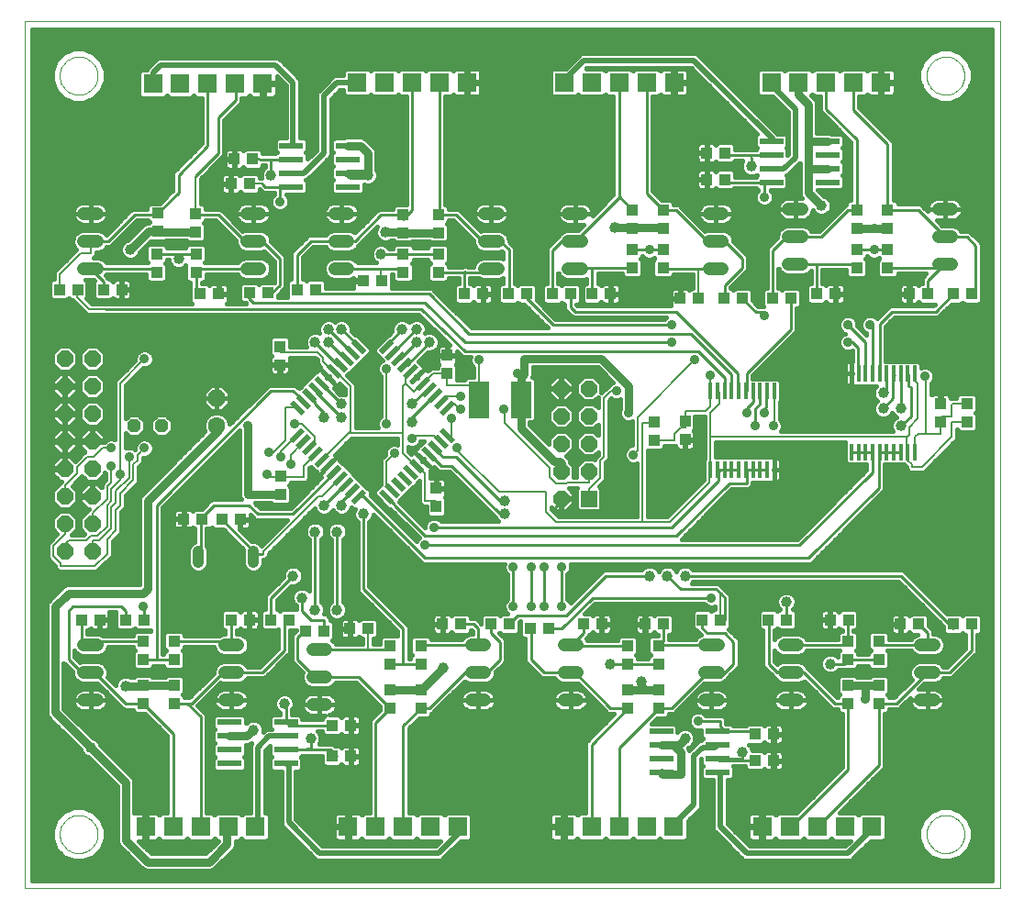
<source format=gtl>
G75*
G70*
%OFA0B0*%
%FSLAX24Y24*%
%IPPOS*%
%LPD*%
%AMOC8*
5,1,8,0,0,1.08239X$1,22.5*
%
%ADD10C,0.0000*%
%ADD11OC8,0.0600*%
%ADD12R,0.0433X0.0394*%
%ADD13C,0.0400*%
%ADD14R,0.0394X0.0433*%
%ADD15R,0.0709X0.0709*%
%ADD16OC8,0.0630*%
%ADD17C,0.0630*%
%ADD18R,0.0591X0.0197*%
%ADD19R,0.0197X0.0591*%
%ADD20R,0.0600X0.0600*%
%ADD21R,0.0866X0.0236*%
%ADD22C,0.0480*%
%ADD23R,0.0748X0.1339*%
%ADD24R,0.0157X0.0591*%
%ADD25OC8,0.0480*%
%ADD26C,0.0080*%
%ADD27C,0.0357*%
%ADD28C,0.0397*%
%ADD29C,0.0300*%
%ADD30C,0.0160*%
%ADD31C,0.0594*%
%ADD32C,0.0100*%
%ADD33C,0.0200*%
D10*
X001180Y001680D02*
X001180Y033176D01*
X036613Y033176D01*
X036613Y001680D01*
X001180Y001680D01*
X002460Y003649D02*
X002462Y003701D01*
X002468Y003753D01*
X002478Y003804D01*
X002491Y003854D01*
X002509Y003904D01*
X002530Y003951D01*
X002554Y003997D01*
X002583Y004041D01*
X002614Y004083D01*
X002648Y004122D01*
X002685Y004159D01*
X002725Y004192D01*
X002768Y004223D01*
X002812Y004250D01*
X002858Y004274D01*
X002907Y004294D01*
X002956Y004310D01*
X003007Y004323D01*
X003058Y004332D01*
X003110Y004337D01*
X003162Y004338D01*
X003214Y004335D01*
X003266Y004328D01*
X003317Y004317D01*
X003367Y004303D01*
X003416Y004284D01*
X003463Y004262D01*
X003508Y004237D01*
X003552Y004208D01*
X003593Y004176D01*
X003632Y004141D01*
X003667Y004103D01*
X003700Y004062D01*
X003730Y004020D01*
X003756Y003975D01*
X003779Y003928D01*
X003798Y003879D01*
X003814Y003829D01*
X003826Y003779D01*
X003834Y003727D01*
X003838Y003675D01*
X003838Y003623D01*
X003834Y003571D01*
X003826Y003519D01*
X003814Y003469D01*
X003798Y003419D01*
X003779Y003370D01*
X003756Y003323D01*
X003730Y003278D01*
X003700Y003236D01*
X003667Y003195D01*
X003632Y003157D01*
X003593Y003122D01*
X003552Y003090D01*
X003508Y003061D01*
X003463Y003036D01*
X003416Y003014D01*
X003367Y002995D01*
X003317Y002981D01*
X003266Y002970D01*
X003214Y002963D01*
X003162Y002960D01*
X003110Y002961D01*
X003058Y002966D01*
X003007Y002975D01*
X002956Y002988D01*
X002907Y003004D01*
X002858Y003024D01*
X002812Y003048D01*
X002768Y003075D01*
X002725Y003106D01*
X002685Y003139D01*
X002648Y003176D01*
X002614Y003215D01*
X002583Y003257D01*
X002554Y003301D01*
X002530Y003347D01*
X002509Y003394D01*
X002491Y003444D01*
X002478Y003494D01*
X002468Y003545D01*
X002462Y003597D01*
X002460Y003649D01*
X002460Y031208D02*
X002462Y031260D01*
X002468Y031312D01*
X002478Y031363D01*
X002491Y031413D01*
X002509Y031463D01*
X002530Y031510D01*
X002554Y031556D01*
X002583Y031600D01*
X002614Y031642D01*
X002648Y031681D01*
X002685Y031718D01*
X002725Y031751D01*
X002768Y031782D01*
X002812Y031809D01*
X002858Y031833D01*
X002907Y031853D01*
X002956Y031869D01*
X003007Y031882D01*
X003058Y031891D01*
X003110Y031896D01*
X003162Y031897D01*
X003214Y031894D01*
X003266Y031887D01*
X003317Y031876D01*
X003367Y031862D01*
X003416Y031843D01*
X003463Y031821D01*
X003508Y031796D01*
X003552Y031767D01*
X003593Y031735D01*
X003632Y031700D01*
X003667Y031662D01*
X003700Y031621D01*
X003730Y031579D01*
X003756Y031534D01*
X003779Y031487D01*
X003798Y031438D01*
X003814Y031388D01*
X003826Y031338D01*
X003834Y031286D01*
X003838Y031234D01*
X003838Y031182D01*
X003834Y031130D01*
X003826Y031078D01*
X003814Y031028D01*
X003798Y030978D01*
X003779Y030929D01*
X003756Y030882D01*
X003730Y030837D01*
X003700Y030795D01*
X003667Y030754D01*
X003632Y030716D01*
X003593Y030681D01*
X003552Y030649D01*
X003508Y030620D01*
X003463Y030595D01*
X003416Y030573D01*
X003367Y030554D01*
X003317Y030540D01*
X003266Y030529D01*
X003214Y030522D01*
X003162Y030519D01*
X003110Y030520D01*
X003058Y030525D01*
X003007Y030534D01*
X002956Y030547D01*
X002907Y030563D01*
X002858Y030583D01*
X002812Y030607D01*
X002768Y030634D01*
X002725Y030665D01*
X002685Y030698D01*
X002648Y030735D01*
X002614Y030774D01*
X002583Y030816D01*
X002554Y030860D01*
X002530Y030906D01*
X002509Y030953D01*
X002491Y031003D01*
X002478Y031053D01*
X002468Y031104D01*
X002462Y031156D01*
X002460Y031208D01*
X033956Y031208D02*
X033958Y031260D01*
X033964Y031312D01*
X033974Y031363D01*
X033987Y031413D01*
X034005Y031463D01*
X034026Y031510D01*
X034050Y031556D01*
X034079Y031600D01*
X034110Y031642D01*
X034144Y031681D01*
X034181Y031718D01*
X034221Y031751D01*
X034264Y031782D01*
X034308Y031809D01*
X034354Y031833D01*
X034403Y031853D01*
X034452Y031869D01*
X034503Y031882D01*
X034554Y031891D01*
X034606Y031896D01*
X034658Y031897D01*
X034710Y031894D01*
X034762Y031887D01*
X034813Y031876D01*
X034863Y031862D01*
X034912Y031843D01*
X034959Y031821D01*
X035004Y031796D01*
X035048Y031767D01*
X035089Y031735D01*
X035128Y031700D01*
X035163Y031662D01*
X035196Y031621D01*
X035226Y031579D01*
X035252Y031534D01*
X035275Y031487D01*
X035294Y031438D01*
X035310Y031388D01*
X035322Y031338D01*
X035330Y031286D01*
X035334Y031234D01*
X035334Y031182D01*
X035330Y031130D01*
X035322Y031078D01*
X035310Y031028D01*
X035294Y030978D01*
X035275Y030929D01*
X035252Y030882D01*
X035226Y030837D01*
X035196Y030795D01*
X035163Y030754D01*
X035128Y030716D01*
X035089Y030681D01*
X035048Y030649D01*
X035004Y030620D01*
X034959Y030595D01*
X034912Y030573D01*
X034863Y030554D01*
X034813Y030540D01*
X034762Y030529D01*
X034710Y030522D01*
X034658Y030519D01*
X034606Y030520D01*
X034554Y030525D01*
X034503Y030534D01*
X034452Y030547D01*
X034403Y030563D01*
X034354Y030583D01*
X034308Y030607D01*
X034264Y030634D01*
X034221Y030665D01*
X034181Y030698D01*
X034144Y030735D01*
X034110Y030774D01*
X034079Y030816D01*
X034050Y030860D01*
X034026Y030906D01*
X034005Y030953D01*
X033987Y031003D01*
X033974Y031053D01*
X033964Y031104D01*
X033958Y031156D01*
X033956Y031208D01*
X033956Y003649D02*
X033958Y003701D01*
X033964Y003753D01*
X033974Y003804D01*
X033987Y003854D01*
X034005Y003904D01*
X034026Y003951D01*
X034050Y003997D01*
X034079Y004041D01*
X034110Y004083D01*
X034144Y004122D01*
X034181Y004159D01*
X034221Y004192D01*
X034264Y004223D01*
X034308Y004250D01*
X034354Y004274D01*
X034403Y004294D01*
X034452Y004310D01*
X034503Y004323D01*
X034554Y004332D01*
X034606Y004337D01*
X034658Y004338D01*
X034710Y004335D01*
X034762Y004328D01*
X034813Y004317D01*
X034863Y004303D01*
X034912Y004284D01*
X034959Y004262D01*
X035004Y004237D01*
X035048Y004208D01*
X035089Y004176D01*
X035128Y004141D01*
X035163Y004103D01*
X035196Y004062D01*
X035226Y004020D01*
X035252Y003975D01*
X035275Y003928D01*
X035294Y003879D01*
X035310Y003829D01*
X035322Y003779D01*
X035330Y003727D01*
X035334Y003675D01*
X035334Y003623D01*
X035330Y003571D01*
X035322Y003519D01*
X035310Y003469D01*
X035294Y003419D01*
X035275Y003370D01*
X035252Y003323D01*
X035226Y003278D01*
X035196Y003236D01*
X035163Y003195D01*
X035128Y003157D01*
X035089Y003122D01*
X035048Y003090D01*
X035004Y003061D01*
X034959Y003036D01*
X034912Y003014D01*
X034863Y002995D01*
X034813Y002981D01*
X034762Y002970D01*
X034710Y002963D01*
X034658Y002960D01*
X034606Y002961D01*
X034554Y002966D01*
X034503Y002975D01*
X034452Y002988D01*
X034403Y003004D01*
X034354Y003024D01*
X034308Y003048D01*
X034264Y003075D01*
X034221Y003106D01*
X034181Y003139D01*
X034144Y003176D01*
X034110Y003215D01*
X034079Y003257D01*
X034050Y003301D01*
X034026Y003347D01*
X034005Y003394D01*
X033987Y003444D01*
X033974Y003494D01*
X033964Y003545D01*
X033958Y003597D01*
X033956Y003649D01*
D11*
X020680Y015840D03*
X020680Y016840D03*
X020680Y017840D03*
X021680Y017840D03*
X021680Y016840D03*
X021680Y018840D03*
X020680Y018840D03*
X020680Y019840D03*
X021680Y019840D03*
X003649Y019928D03*
X003649Y018928D03*
X003649Y017928D03*
X003649Y016928D03*
X003649Y015928D03*
X003649Y014928D03*
X003649Y013928D03*
X002649Y013928D03*
X002649Y014928D03*
X002649Y015928D03*
X002649Y016928D03*
X002649Y017928D03*
X002649Y018928D03*
X002649Y019928D03*
X002649Y020928D03*
X003649Y020928D03*
D12*
X005980Y024065D03*
X005980Y024735D03*
X006020Y025545D03*
X006020Y026215D03*
X007380Y026195D03*
X007380Y025525D03*
X007420Y024735D03*
X007420Y024065D03*
X014940Y024065D03*
X014940Y024735D03*
X014940Y025505D03*
X014940Y026175D03*
X016220Y026175D03*
X016220Y025505D03*
X016220Y024735D03*
X016220Y024065D03*
X023260Y024225D03*
X023260Y024895D03*
X023260Y025665D03*
X023260Y026335D03*
X024380Y026335D03*
X024380Y025665D03*
X024380Y024895D03*
X024380Y024225D03*
X024060Y018615D03*
X024060Y017945D03*
X031420Y024225D03*
X031420Y024895D03*
X031420Y025665D03*
X031420Y026335D03*
X032540Y026335D03*
X032540Y025665D03*
X032540Y024895D03*
X032540Y024225D03*
X035420Y019295D03*
X035420Y018625D03*
X032220Y010655D03*
X032220Y009985D03*
X031100Y009985D03*
X031100Y010655D03*
X031100Y009055D03*
X031100Y008385D03*
X032220Y008385D03*
X032220Y009055D03*
X024220Y008895D03*
X024220Y008225D03*
X023100Y008225D03*
X023100Y008895D03*
X023100Y009825D03*
X023100Y010495D03*
X024220Y010495D03*
X024220Y009825D03*
X015580Y009825D03*
X015580Y010495D03*
X014460Y010495D03*
X014460Y009825D03*
X014460Y008895D03*
X014460Y008225D03*
X015580Y008225D03*
X015580Y008895D03*
X009015Y015080D03*
X008345Y015080D03*
X007635Y015100D03*
X006965Y015100D03*
X010480Y015985D03*
X010480Y016655D03*
X006620Y010655D03*
X006620Y009985D03*
X006620Y009055D03*
X006620Y008385D03*
X005500Y008385D03*
X005500Y009055D03*
X005500Y009985D03*
X005500Y010655D03*
D13*
X007500Y013520D02*
X007500Y013920D01*
X009500Y013920D02*
X009500Y013520D01*
D14*
X009355Y011440D03*
X008685Y011440D03*
X010125Y011440D03*
X010795Y011440D03*
X011405Y011040D03*
X012075Y011040D03*
X013005Y011120D03*
X013675Y011120D03*
X016365Y011280D03*
X017035Y011280D03*
X018125Y011280D03*
X018795Y011280D03*
X019565Y011120D03*
X020235Y011120D03*
X021485Y011280D03*
X022155Y011280D03*
X023725Y011280D03*
X024395Y011280D03*
X025805Y011440D03*
X026475Y011440D03*
X028205Y011440D03*
X028875Y011440D03*
X030445Y011440D03*
X031115Y011440D03*
X033005Y011280D03*
X033675Y011280D03*
X034925Y011280D03*
X035595Y011280D03*
X028395Y007280D03*
X027725Y007280D03*
X027725Y006320D03*
X028395Y006320D03*
X016140Y015545D03*
X016140Y016215D03*
X016540Y020385D03*
X016540Y021055D03*
X017165Y023280D03*
X017835Y023280D03*
X018765Y023280D03*
X019435Y023280D03*
X020365Y023280D03*
X021035Y023280D03*
X021805Y023280D03*
X022475Y023280D03*
X025005Y023120D03*
X025675Y023120D03*
X026605Y023120D03*
X027275Y023120D03*
X028365Y023120D03*
X029035Y023120D03*
X029965Y023280D03*
X030635Y023280D03*
X033325Y023280D03*
X033995Y023280D03*
X034925Y023280D03*
X035595Y023280D03*
X034460Y019295D03*
X034460Y018625D03*
X025180Y018655D03*
X025180Y017985D03*
X025965Y027440D03*
X026635Y027440D03*
X026635Y028400D03*
X025965Y028400D03*
X014155Y023760D03*
X013485Y023760D03*
X011755Y023440D03*
X011085Y023440D03*
X010035Y023320D03*
X009365Y023320D03*
X008235Y023280D03*
X007565Y023280D03*
X004715Y023440D03*
X004045Y023440D03*
X003115Y023440D03*
X002445Y023440D03*
X008685Y027280D03*
X009355Y027280D03*
X009475Y028180D03*
X008805Y028180D03*
X010460Y021375D03*
X010460Y020705D03*
X005515Y011440D03*
X004845Y011440D03*
X003915Y011440D03*
X003245Y011440D03*
X012365Y007600D03*
X013035Y007600D03*
X013035Y006480D03*
X012365Y006480D03*
D15*
X012940Y003920D03*
X013940Y003920D03*
X014940Y003920D03*
X015940Y003920D03*
X016924Y003920D03*
X020780Y003920D03*
X021780Y003920D03*
X022780Y003920D03*
X023780Y003920D03*
X024764Y003920D03*
X027980Y003920D03*
X028980Y003920D03*
X029980Y003920D03*
X030980Y003920D03*
X031964Y003920D03*
X009564Y003920D03*
X008580Y003920D03*
X007580Y003920D03*
X006580Y003920D03*
X005580Y003920D03*
X005856Y030920D03*
X006840Y030920D03*
X007840Y030920D03*
X008840Y030920D03*
X009840Y030920D03*
X013276Y030960D03*
X014260Y030960D03*
X015260Y030960D03*
X016260Y030960D03*
X017260Y030960D03*
X020796Y030960D03*
X021780Y030960D03*
X022780Y030960D03*
X023780Y030960D03*
X024780Y030960D03*
X028316Y030960D03*
X029300Y030960D03*
X030300Y030960D03*
X031300Y030960D03*
X032300Y030960D03*
D16*
X008160Y019500D03*
D17*
X008160Y018500D03*
D18*
G36*
X011369Y018278D02*
X010953Y017862D01*
X010815Y018000D01*
X011231Y018416D01*
X011369Y018278D01*
G37*
G36*
X011592Y018055D02*
X011176Y017639D01*
X011038Y017777D01*
X011454Y018193D01*
X011592Y018055D01*
G37*
G36*
X011814Y017832D02*
X011398Y017416D01*
X011260Y017554D01*
X011676Y017970D01*
X011814Y017832D01*
G37*
G36*
X012037Y017610D02*
X011621Y017194D01*
X011483Y017332D01*
X011899Y017748D01*
X012037Y017610D01*
G37*
G36*
X012260Y017387D02*
X011844Y016971D01*
X011706Y017109D01*
X012122Y017525D01*
X012260Y017387D01*
G37*
G36*
X012482Y017164D02*
X012066Y016748D01*
X011928Y016886D01*
X012344Y017302D01*
X012482Y017164D01*
G37*
G36*
X012705Y016942D02*
X012289Y016526D01*
X012151Y016664D01*
X012567Y017080D01*
X012705Y016942D01*
G37*
G36*
X012928Y016719D02*
X012512Y016303D01*
X012374Y016441D01*
X012790Y016857D01*
X012928Y016719D01*
G37*
G36*
X013150Y016496D02*
X012734Y016080D01*
X012596Y016218D01*
X013012Y016634D01*
X013150Y016496D01*
G37*
G36*
X013373Y016274D02*
X012957Y015858D01*
X012819Y015996D01*
X013235Y016412D01*
X013373Y016274D01*
G37*
G36*
X013596Y016051D02*
X013180Y015635D01*
X013042Y015773D01*
X013458Y016189D01*
X013596Y016051D01*
G37*
G36*
X016825Y019280D02*
X016409Y018864D01*
X016271Y019002D01*
X016687Y019418D01*
X016825Y019280D01*
G37*
G36*
X016602Y019503D02*
X016186Y019087D01*
X016048Y019225D01*
X016464Y019641D01*
X016602Y019503D01*
G37*
G36*
X016380Y019726D02*
X015964Y019310D01*
X015826Y019448D01*
X016242Y019864D01*
X016380Y019726D01*
G37*
G36*
X016157Y019948D02*
X015741Y019532D01*
X015603Y019670D01*
X016019Y020086D01*
X016157Y019948D01*
G37*
G36*
X015934Y020171D02*
X015518Y019755D01*
X015380Y019893D01*
X015796Y020309D01*
X015934Y020171D01*
G37*
G36*
X015712Y020394D02*
X015296Y019978D01*
X015158Y020116D01*
X015574Y020532D01*
X015712Y020394D01*
G37*
G36*
X015489Y020616D02*
X015073Y020200D01*
X014935Y020338D01*
X015351Y020754D01*
X015489Y020616D01*
G37*
G36*
X015266Y020839D02*
X014850Y020423D01*
X014712Y020561D01*
X015128Y020977D01*
X015266Y020839D01*
G37*
G36*
X015044Y021062D02*
X014628Y020646D01*
X014490Y020784D01*
X014906Y021200D01*
X015044Y021062D01*
G37*
G36*
X014821Y021284D02*
X014405Y020868D01*
X014267Y021006D01*
X014683Y021422D01*
X014821Y021284D01*
G37*
G36*
X014598Y021507D02*
X014182Y021091D01*
X014044Y021229D01*
X014460Y021645D01*
X014598Y021507D01*
G37*
D19*
G36*
X013596Y021229D02*
X013458Y021091D01*
X013042Y021507D01*
X013180Y021645D01*
X013596Y021229D01*
G37*
G36*
X013373Y021006D02*
X013235Y020868D01*
X012819Y021284D01*
X012957Y021422D01*
X013373Y021006D01*
G37*
G36*
X013150Y020784D02*
X013012Y020646D01*
X012596Y021062D01*
X012734Y021200D01*
X013150Y020784D01*
G37*
G36*
X012928Y020561D02*
X012790Y020423D01*
X012374Y020839D01*
X012512Y020977D01*
X012928Y020561D01*
G37*
G36*
X012705Y020338D02*
X012567Y020200D01*
X012151Y020616D01*
X012289Y020754D01*
X012705Y020338D01*
G37*
G36*
X012482Y020116D02*
X012344Y019978D01*
X011928Y020394D01*
X012066Y020532D01*
X012482Y020116D01*
G37*
G36*
X012260Y019893D02*
X012122Y019755D01*
X011706Y020171D01*
X011844Y020309D01*
X012260Y019893D01*
G37*
G36*
X012037Y019670D02*
X011899Y019532D01*
X011483Y019948D01*
X011621Y020086D01*
X012037Y019670D01*
G37*
G36*
X011814Y019448D02*
X011676Y019310D01*
X011260Y019726D01*
X011398Y019864D01*
X011814Y019448D01*
G37*
G36*
X011592Y019225D02*
X011454Y019087D01*
X011038Y019503D01*
X011176Y019641D01*
X011592Y019225D01*
G37*
G36*
X011369Y019002D02*
X011231Y018864D01*
X010815Y019280D01*
X010953Y019418D01*
X011369Y019002D01*
G37*
G36*
X015044Y016218D02*
X014906Y016080D01*
X014490Y016496D01*
X014628Y016634D01*
X015044Y016218D01*
G37*
G36*
X015266Y016441D02*
X015128Y016303D01*
X014712Y016719D01*
X014850Y016857D01*
X015266Y016441D01*
G37*
G36*
X015489Y016664D02*
X015351Y016526D01*
X014935Y016942D01*
X015073Y017080D01*
X015489Y016664D01*
G37*
G36*
X015712Y016886D02*
X015574Y016748D01*
X015158Y017164D01*
X015296Y017302D01*
X015712Y016886D01*
G37*
G36*
X015934Y017109D02*
X015796Y016971D01*
X015380Y017387D01*
X015518Y017525D01*
X015934Y017109D01*
G37*
G36*
X016157Y017332D02*
X016019Y017194D01*
X015603Y017610D01*
X015741Y017748D01*
X016157Y017332D01*
G37*
G36*
X016380Y017554D02*
X016242Y017416D01*
X015826Y017832D01*
X015964Y017970D01*
X016380Y017554D01*
G37*
G36*
X016602Y017777D02*
X016464Y017639D01*
X016048Y018055D01*
X016186Y018193D01*
X016602Y017777D01*
G37*
G36*
X016825Y018000D02*
X016687Y017862D01*
X016271Y018278D01*
X016409Y018416D01*
X016825Y018000D01*
G37*
G36*
X014821Y015996D02*
X014683Y015858D01*
X014267Y016274D01*
X014405Y016412D01*
X014821Y015996D01*
G37*
G36*
X014598Y015773D02*
X014460Y015635D01*
X014044Y016051D01*
X014182Y016189D01*
X014598Y015773D01*
G37*
D20*
X021680Y015840D03*
D21*
X024316Y007390D03*
X024316Y006890D03*
X024316Y006390D03*
X024316Y005890D03*
X026364Y005890D03*
X026364Y006390D03*
X026364Y006890D03*
X026364Y007390D03*
X010684Y007210D03*
X010684Y006710D03*
X010684Y006210D03*
X010684Y007710D03*
X008636Y007710D03*
X008636Y007210D03*
X008636Y006710D03*
X008636Y006210D03*
X010876Y027170D03*
X010876Y027670D03*
X010876Y028170D03*
X010876Y028670D03*
X012924Y028670D03*
X012924Y028170D03*
X012924Y027670D03*
X012924Y027170D03*
X028316Y027330D03*
X028316Y027830D03*
X028316Y028330D03*
X028316Y028830D03*
X030364Y028830D03*
X030364Y028330D03*
X030364Y027830D03*
X030364Y027330D03*
D22*
X029420Y026360D02*
X028940Y026360D01*
X028940Y025360D02*
X029420Y025360D01*
X029420Y024360D02*
X028940Y024360D01*
X026540Y024200D02*
X026060Y024200D01*
X026060Y025200D02*
X026540Y025200D01*
X026540Y026200D02*
X026060Y026200D01*
X021420Y026200D02*
X020940Y026200D01*
X020940Y025200D02*
X021420Y025200D01*
X021420Y024200D02*
X020940Y024200D01*
X018380Y024200D02*
X017900Y024200D01*
X017900Y025200D02*
X018380Y025200D01*
X018380Y026200D02*
X017900Y026200D01*
X012940Y026200D02*
X012460Y026200D01*
X012460Y025200D02*
X012940Y025200D01*
X012940Y024200D02*
X012460Y024200D01*
X009740Y024200D02*
X009260Y024200D01*
X009260Y025200D02*
X009740Y025200D01*
X009740Y026200D02*
X009260Y026200D01*
X003820Y026200D02*
X003340Y026200D01*
X003340Y025200D02*
X003820Y025200D01*
X003820Y024200D02*
X003340Y024200D01*
X003340Y010520D02*
X003820Y010520D01*
X003820Y009520D02*
X003340Y009520D01*
X003340Y008520D02*
X003820Y008520D01*
X008460Y008520D02*
X008940Y008520D01*
X008940Y009520D02*
X008460Y009520D01*
X008460Y010520D02*
X008940Y010520D01*
X011660Y010360D02*
X012140Y010360D01*
X012140Y009360D02*
X011660Y009360D01*
X011660Y008360D02*
X012140Y008360D01*
X017420Y008520D02*
X017900Y008520D01*
X017900Y009520D02*
X017420Y009520D01*
X017420Y010520D02*
X017900Y010520D01*
X020780Y010520D02*
X021260Y010520D01*
X021260Y009520D02*
X020780Y009520D01*
X020780Y008520D02*
X021260Y008520D01*
X025900Y008520D02*
X026380Y008520D01*
X026380Y009520D02*
X025900Y009520D01*
X025900Y010520D02*
X026380Y010520D01*
X028780Y010520D02*
X029260Y010520D01*
X029260Y009520D02*
X028780Y009520D01*
X028780Y008520D02*
X029260Y008520D01*
X033740Y008520D02*
X034220Y008520D01*
X034220Y009520D02*
X033740Y009520D01*
X033740Y010520D02*
X034220Y010520D01*
X034380Y024360D02*
X034860Y024360D01*
X034860Y025360D02*
X034380Y025360D01*
X034380Y026360D02*
X034860Y026360D01*
D23*
X019228Y019440D03*
X017692Y019440D03*
D24*
X026108Y019747D03*
X026364Y019747D03*
X026620Y019747D03*
X026876Y019747D03*
X027132Y019747D03*
X027388Y019747D03*
X027644Y019747D03*
X027900Y019747D03*
X028156Y019747D03*
X028412Y019747D03*
X031228Y020387D03*
X031484Y020387D03*
X031740Y020387D03*
X031996Y020387D03*
X032252Y020387D03*
X032508Y020387D03*
X032764Y020387D03*
X033020Y020387D03*
X033276Y020387D03*
X033532Y020387D03*
X033532Y017533D03*
X033276Y017533D03*
X033020Y017533D03*
X032764Y017533D03*
X032508Y017533D03*
X032252Y017533D03*
X031996Y017533D03*
X031740Y017533D03*
X031484Y017533D03*
X031228Y017533D03*
X028412Y016893D03*
X028156Y016893D03*
X027900Y016893D03*
X027644Y016893D03*
X027388Y016893D03*
X027132Y016893D03*
X026876Y016893D03*
X026620Y016893D03*
X026364Y016893D03*
X026108Y016893D03*
D25*
X006160Y018480D03*
X005160Y018480D03*
D26*
X005540Y017680D02*
X005300Y017440D01*
X005300Y017240D01*
X005140Y017080D01*
X005140Y016520D01*
X004660Y016040D01*
X004660Y015600D01*
X004500Y015440D01*
X004500Y014680D01*
X004180Y014360D01*
X004180Y013840D01*
X003740Y013400D01*
X002500Y013400D01*
X002500Y013480D01*
X002220Y013760D01*
X002220Y014120D01*
X002660Y014560D01*
X002660Y014920D01*
X002649Y014928D01*
X002780Y014320D02*
X002660Y014200D01*
X002660Y013960D01*
X002649Y013928D01*
X002780Y014320D02*
X003420Y014320D01*
X003580Y014480D01*
X003820Y014480D01*
X004180Y014840D01*
X004180Y015600D01*
X004340Y015760D01*
X004340Y016200D01*
X004660Y016520D01*
X004660Y016720D01*
X004660Y020040D01*
X005540Y020920D01*
X004140Y022720D02*
X003540Y022720D01*
X003100Y023160D01*
X003100Y023440D01*
X003115Y023440D01*
X002460Y023440D02*
X002445Y023440D01*
X002460Y023440D02*
X002460Y024000D01*
X003220Y024760D01*
X003580Y024760D01*
X003580Y025200D01*
X005980Y026160D02*
X005980Y026200D01*
X006020Y026215D01*
X007340Y026200D02*
X007380Y026160D01*
X007380Y026195D01*
X007380Y026160D02*
X007415Y026160D01*
X007340Y026200D02*
X007380Y026240D01*
X007380Y027560D01*
X009355Y027280D02*
X009860Y027280D01*
X009840Y027260D01*
X010460Y027160D02*
X010460Y027120D01*
X010460Y027160D02*
X010876Y027170D01*
X010180Y028160D02*
X010140Y028160D01*
X010180Y028160D02*
X010180Y028170D01*
X007727Y025067D02*
X007700Y025040D01*
X006780Y024760D02*
X006780Y024735D01*
X006780Y024720D01*
X005980Y024080D02*
X005980Y024065D01*
X009340Y023320D02*
X009340Y023280D01*
X009340Y023320D02*
X009365Y023320D01*
X010035Y023320D02*
X010060Y023320D01*
X010060Y023280D01*
X011740Y023280D02*
X011740Y023440D01*
X011755Y023440D01*
X014140Y023800D02*
X014155Y023760D01*
X014140Y023800D02*
X014140Y024200D01*
X014940Y024720D02*
X014940Y024735D01*
X014900Y026160D02*
X014940Y026175D01*
X017180Y024065D02*
X017180Y024040D01*
X017165Y024040D01*
X017805Y024040D02*
X017820Y024040D01*
X018140Y024200D01*
X018765Y023280D02*
X018780Y023280D01*
X019420Y023280D02*
X019435Y023280D01*
X019460Y023280D01*
X021020Y023280D02*
X021035Y023280D01*
X021060Y023280D01*
X021180Y024200D02*
X021195Y024225D01*
X021805Y024200D02*
X021820Y024200D01*
X021820Y024225D01*
X024380Y024240D02*
X024380Y024225D01*
X025660Y024200D02*
X025660Y023120D01*
X025675Y023120D01*
X026605Y023120D02*
X026620Y023120D01*
X029020Y023120D02*
X029035Y023120D01*
X029060Y023120D01*
X031420Y024225D02*
X031420Y024240D01*
X032540Y024880D02*
X032540Y024895D01*
X034420Y024200D02*
X034620Y024360D01*
X035600Y023300D02*
X035620Y023280D01*
X035595Y023280D01*
X033900Y020280D02*
X033940Y020240D01*
X033940Y018200D01*
X033660Y018200D01*
X033540Y018080D01*
X033540Y017600D01*
X033532Y017533D01*
X033540Y017560D01*
X033276Y017533D02*
X033220Y017520D01*
X033220Y018040D01*
X033240Y018060D01*
X033220Y018080D01*
X026100Y018080D01*
X026100Y018960D01*
X026420Y019280D01*
X026420Y019680D01*
X026380Y019720D01*
X026364Y019747D01*
X026140Y019760D02*
X026108Y019747D01*
X026100Y019760D01*
X026100Y020320D01*
X026108Y019747D02*
X026100Y019720D01*
X026100Y019200D01*
X025940Y019040D01*
X025180Y019040D01*
X025180Y018655D01*
X025180Y018440D01*
X025020Y018440D01*
X024780Y018200D01*
X024780Y017960D01*
X024060Y017960D01*
X024060Y017945D01*
X023640Y017780D02*
X023620Y017760D01*
X023620Y015000D01*
X024620Y015000D01*
X026060Y016440D01*
X026060Y016600D01*
X026100Y016640D01*
X026100Y016880D01*
X026108Y016893D01*
X026100Y017040D01*
X026100Y018080D01*
X026100Y017040D02*
X026100Y016920D01*
X026108Y016893D01*
X026460Y016893D02*
X026460Y016880D01*
X026460Y016893D02*
X026460Y016920D01*
X028180Y015880D02*
X028180Y015860D01*
X028380Y018480D02*
X028420Y018520D01*
X028420Y019720D01*
X028412Y019747D01*
X029460Y020360D02*
X029530Y020380D01*
X027420Y019760D02*
X027388Y019747D01*
X026900Y019760D02*
X026876Y019747D01*
X026900Y019920D01*
X026860Y019960D01*
X026860Y020000D01*
X026900Y019920D02*
X026900Y019760D01*
X026620Y019760D02*
X026620Y019747D01*
X025540Y020880D02*
X023460Y018800D01*
X023460Y017600D01*
X023300Y017440D01*
X023640Y017780D02*
X023620Y017800D01*
X023620Y018600D01*
X024060Y018600D01*
X024060Y018615D01*
X022700Y019760D02*
X022500Y019760D01*
X022220Y019480D01*
X022220Y017360D01*
X022100Y017240D01*
X022100Y016600D01*
X021700Y016200D01*
X021700Y015840D01*
X021680Y015840D01*
X021700Y016440D02*
X021700Y016840D01*
X021680Y016840D01*
X021700Y016440D02*
X020900Y016440D01*
X020860Y016400D01*
X020500Y016400D01*
X020260Y016640D01*
X020260Y016960D01*
X018620Y018600D01*
X018620Y019040D01*
X018580Y019080D01*
X017700Y019440D02*
X017700Y019720D01*
X017460Y019960D01*
X016540Y019960D01*
X016540Y020385D01*
X016540Y020400D01*
X016020Y020400D01*
X015660Y020040D01*
X015657Y020032D01*
X015620Y020000D01*
X015340Y019720D01*
X015040Y020020D01*
X014940Y019920D01*
X014940Y018240D01*
X013020Y018240D01*
X013000Y018260D01*
X012020Y017280D01*
X011983Y017248D01*
X011740Y017440D02*
X011760Y017471D01*
X011740Y017440D02*
X011340Y017040D01*
X011340Y016640D01*
X010500Y016640D01*
X010480Y016655D01*
X010460Y016640D01*
X010020Y016640D01*
X009980Y016680D01*
X009980Y016720D01*
X010060Y017520D02*
X010220Y017520D01*
X010660Y017960D01*
X010660Y019160D01*
X011060Y019160D01*
X011092Y019141D01*
X010980Y018560D02*
X011260Y018560D01*
X011740Y018080D01*
X011740Y017920D01*
X011540Y017720D01*
X011537Y017693D01*
X011300Y017880D02*
X011315Y017916D01*
X011300Y017880D02*
X010860Y017440D01*
X010860Y017080D01*
X010500Y017360D02*
X010500Y017560D01*
X011060Y018120D01*
X011092Y018139D01*
X012580Y016560D02*
X012651Y016580D01*
X012580Y016560D02*
X012580Y016520D01*
X011980Y015920D01*
X011860Y015920D01*
X009860Y013920D01*
X009860Y013840D01*
X009820Y013840D01*
X007500Y013720D02*
X007480Y013740D01*
X007635Y015100D02*
X007620Y015120D01*
X007580Y015120D01*
X004980Y016600D02*
X004500Y016120D01*
X004500Y015680D01*
X004340Y015520D01*
X004340Y014760D01*
X003900Y014320D01*
X003660Y014320D01*
X003660Y013960D01*
X003649Y013928D01*
X003649Y014928D02*
X003660Y014960D01*
X003660Y015320D01*
X004180Y015840D01*
X004180Y016280D01*
X004340Y016440D01*
X004340Y017040D01*
X004980Y017360D02*
X004980Y016600D01*
X004340Y017680D02*
X004020Y017680D01*
X003700Y017360D01*
X003460Y017360D01*
X003100Y017000D01*
X003100Y016760D01*
X002660Y016320D01*
X002660Y015960D01*
X002649Y015928D01*
X004845Y011440D02*
X004860Y011440D01*
X003600Y010500D02*
X003580Y010520D01*
X003580Y009520D02*
X003740Y009520D01*
X010125Y011440D02*
X010140Y011440D01*
X011420Y011120D02*
X011405Y011040D01*
X013660Y011120D02*
X013660Y010360D01*
X013660Y011120D02*
X013675Y011120D01*
X014460Y010495D02*
X014460Y010480D01*
X017660Y010520D02*
X017700Y010520D01*
X017675Y010495D01*
X018795Y011280D02*
X018820Y011280D01*
X018800Y011300D01*
X019565Y011120D02*
X019580Y011120D01*
X021020Y010520D02*
X021035Y010495D01*
X024220Y010480D02*
X024220Y010495D01*
X026140Y009520D02*
X026140Y009360D01*
X026460Y007600D02*
X026460Y007550D01*
X027725Y007280D02*
X027740Y007280D01*
X028980Y003920D02*
X029020Y003920D01*
X028900Y011440D02*
X028875Y011440D01*
X028860Y011440D01*
X028220Y011440D02*
X028205Y011440D01*
X026475Y011440D02*
X026460Y011440D01*
X026460Y012360D01*
X026480Y012380D01*
X023620Y015000D02*
X020500Y015000D01*
X020140Y015360D01*
X020140Y016080D01*
X018420Y016080D01*
X016940Y017560D01*
X016940Y017640D01*
X016900Y017680D01*
X016700Y018120D02*
X016700Y018760D01*
X016548Y019141D02*
X016580Y019160D01*
X016700Y019280D01*
X016780Y019280D01*
X016980Y019080D01*
X017020Y019080D01*
X017020Y019560D02*
X016500Y019560D01*
X016340Y019400D01*
X016325Y019364D01*
X017692Y019440D02*
X017700Y019760D01*
X017700Y020880D01*
X017700Y019440D02*
X017692Y019440D01*
X016700Y018120D02*
X016580Y018120D01*
X016548Y018139D01*
X016325Y017916D02*
X016300Y017920D01*
X016260Y017920D01*
X016060Y018120D01*
X015260Y018120D01*
X015260Y018040D01*
X014940Y018240D02*
X014940Y017480D01*
X015420Y017000D01*
X015435Y017025D01*
X015460Y017040D01*
X015740Y016760D01*
X015740Y015760D01*
X016100Y015760D01*
X016140Y015720D01*
X016140Y015545D01*
X014544Y016135D02*
X014540Y016160D01*
X014500Y016160D01*
X014340Y016320D01*
X014340Y017200D01*
X014620Y017480D01*
X014340Y018560D02*
X014340Y020560D01*
X015020Y020280D02*
X015020Y020040D01*
X015040Y020020D01*
X015020Y020280D02*
X015180Y020440D01*
X015212Y020477D01*
X013020Y019920D02*
X013020Y018280D01*
X013000Y018260D01*
X012639Y019638D02*
X012620Y019640D01*
X013020Y019920D02*
X012460Y020480D01*
X012428Y020477D01*
X012420Y020440D01*
X012020Y020840D01*
X012020Y020960D01*
X011820Y021160D01*
X010500Y021160D01*
X010460Y021200D01*
X010460Y021375D01*
X012205Y020255D02*
X012220Y020240D01*
X020425Y015445D02*
X020460Y015480D01*
X020980Y015820D02*
X020980Y015880D01*
X031100Y011440D02*
X031115Y011440D01*
X031140Y011440D01*
X033420Y017000D02*
X033420Y017080D01*
X033260Y017240D01*
X033260Y017520D01*
X033276Y017533D01*
X033240Y018060D02*
X033340Y018160D01*
X033340Y018440D01*
X033620Y018760D01*
X033620Y020040D01*
X033540Y020120D01*
X033540Y020200D01*
X033520Y020220D01*
X033540Y020240D01*
X033540Y020360D01*
X033532Y020387D01*
X033500Y020240D02*
X033520Y020220D01*
X032780Y020320D02*
X032780Y020360D01*
X032764Y020387D01*
X034460Y018800D02*
X034500Y018840D01*
X034860Y018840D01*
X034860Y019240D01*
X034900Y019280D01*
X035420Y019280D01*
X035420Y019295D01*
X035420Y018640D02*
X034860Y018640D01*
X034860Y018080D01*
X033780Y017000D01*
X033420Y017000D01*
X033940Y018200D02*
X034460Y018200D01*
X034460Y018625D01*
X034460Y018800D01*
X035420Y018640D02*
X035420Y018625D01*
X032252Y017533D02*
X032220Y017560D01*
X032220Y017520D01*
X031996Y017533D02*
X031980Y017560D01*
X031980Y017520D01*
X027580Y028240D02*
X027580Y028330D01*
X012400Y006620D02*
X012380Y006600D01*
X012380Y006480D01*
X012365Y006480D01*
D27*
X018940Y011920D03*
X019580Y011920D03*
X020060Y011920D03*
X020700Y011920D03*
X020700Y013360D03*
X020060Y013360D03*
X019580Y013360D03*
X018940Y013360D03*
X016060Y014800D03*
X015740Y014160D03*
X014620Y017480D03*
X015260Y018040D03*
X014340Y018560D03*
X014340Y020560D03*
X016700Y018760D03*
X017020Y019080D03*
X017020Y019560D03*
X017700Y020880D03*
X018300Y022160D03*
X019100Y020400D03*
X018580Y019080D03*
X016900Y017680D03*
X010980Y018560D03*
X010500Y017360D03*
X010860Y017080D03*
X010060Y017520D03*
X009980Y016720D03*
X009300Y018480D03*
X005540Y017680D03*
X004980Y017360D03*
X004340Y017040D03*
X004660Y016720D03*
X004340Y017680D03*
X005540Y020920D03*
X010460Y026640D03*
X022700Y019760D03*
X023140Y018960D03*
X023300Y017440D03*
X026100Y020320D03*
X025540Y020880D03*
X024700Y021520D03*
X024700Y022160D03*
X025180Y023760D03*
X023900Y024880D03*
X028060Y026800D03*
X032060Y025665D03*
X032060Y024880D03*
X031900Y022160D03*
X031100Y022160D03*
X031100Y021520D03*
X033900Y020280D03*
X028380Y018480D03*
X028060Y018960D03*
X027740Y018480D03*
X027420Y018960D03*
X028060Y022480D03*
X026140Y012240D03*
X025660Y007760D03*
X025020Y005840D03*
X031740Y008560D03*
X005500Y011920D03*
X004380Y011000D03*
D28*
X004860Y009040D03*
X003580Y006800D03*
X009500Y007440D03*
X010620Y008400D03*
X011580Y007120D03*
X016380Y009680D03*
X012540Y011800D03*
X011740Y011800D03*
X011260Y012240D03*
X010940Y013040D03*
X011740Y014640D03*
X012540Y014640D03*
X013500Y015280D03*
X012700Y015600D03*
X012060Y015600D03*
X012060Y018800D03*
X012700Y018800D03*
X012700Y019280D03*
X012220Y021520D03*
X011740Y021520D03*
X012220Y022000D03*
X012700Y022000D03*
X014900Y022000D03*
X015420Y022000D03*
X015420Y021520D03*
X015900Y021520D03*
X015260Y019280D03*
X015260Y018640D03*
X018620Y015760D03*
X018620Y015280D03*
X023900Y013040D03*
X024540Y013040D03*
X025180Y013040D03*
X022460Y009840D03*
X023580Y009200D03*
X025180Y007120D03*
X027260Y006640D03*
X030460Y009840D03*
X028860Y012080D03*
X033020Y018480D03*
X033020Y019120D03*
X032380Y019120D03*
X032380Y019680D03*
X030140Y026480D03*
X027580Y027920D03*
X022620Y025680D03*
X014300Y025520D03*
X014140Y024720D03*
X013660Y027600D03*
X010140Y027600D03*
X006780Y024560D03*
X005020Y024880D03*
D29*
X005685Y025545D01*
X006020Y025545D01*
X005980Y025520D01*
X005985Y025525D01*
X007380Y025525D01*
X012924Y027670D02*
X013570Y027670D01*
X013660Y027760D01*
X013660Y028400D01*
X013390Y028670D01*
X012924Y028670D01*
X013020Y027600D02*
X013660Y027600D01*
X013570Y027670D01*
X014300Y025520D02*
X014795Y025520D01*
X014940Y025505D01*
X016205Y025505D01*
X016220Y025520D01*
X016220Y025505D01*
X019340Y020920D02*
X019340Y020360D01*
X019220Y020280D01*
X019220Y019560D01*
X019228Y019440D01*
X019220Y019440D01*
X019220Y018400D01*
X020420Y017200D01*
X020620Y017200D01*
X020700Y017120D01*
X020700Y016840D01*
X020680Y016840D01*
X023140Y018960D02*
X023140Y019920D01*
X022140Y020920D01*
X019340Y020920D01*
X019100Y020400D02*
X019220Y020280D01*
X022620Y025680D02*
X023260Y025680D01*
X023260Y025665D01*
X023260Y025680D02*
X024380Y025680D01*
X024380Y025665D01*
X029660Y026960D02*
X030140Y026480D01*
X029660Y026960D02*
X029660Y027760D01*
X029730Y027830D01*
X030364Y027830D01*
X029660Y027760D02*
X029660Y028720D01*
X029770Y028830D01*
X030364Y028830D01*
X029660Y028720D02*
X029660Y030160D01*
X029300Y030520D01*
X029300Y030960D01*
X031420Y025665D02*
X032060Y025665D01*
X032540Y025665D01*
X016380Y009680D02*
X015595Y008895D01*
X015580Y008895D01*
X015460Y008920D01*
X015460Y008895D01*
X015565Y008895D01*
X015580Y008880D01*
X015460Y008895D02*
X014460Y008895D01*
X009500Y007440D02*
X009270Y007210D01*
X008636Y007210D01*
X006620Y009055D02*
X005515Y009055D01*
X005500Y009040D01*
X005500Y009055D01*
X005500Y009040D02*
X004860Y009040D01*
X003580Y006800D02*
X004860Y005520D01*
X004860Y003440D01*
X005660Y002640D01*
X007900Y002640D01*
X008540Y003280D01*
X008540Y003880D01*
X008580Y003920D01*
X003580Y006800D02*
X002300Y008080D01*
X002300Y011920D01*
X002780Y012400D01*
X005500Y012400D01*
X005660Y012560D01*
X005660Y015760D01*
X008220Y018320D01*
X008220Y018440D01*
X008160Y018500D01*
X009300Y018480D02*
X009300Y016000D01*
X010460Y016000D01*
X010480Y015985D01*
X023100Y008895D02*
X023740Y008895D01*
X023580Y009055D01*
X023580Y009200D01*
X023740Y008895D02*
X024220Y008895D01*
X024316Y006890D02*
X024950Y006890D01*
X025180Y007120D01*
X024770Y006890D02*
X025020Y006640D01*
X025020Y005840D01*
X024366Y005840D01*
X024316Y005890D01*
X024316Y006890D02*
X024770Y006890D01*
X031100Y009055D02*
X031740Y009055D01*
X031740Y008560D01*
X031740Y009055D02*
X032220Y009055D01*
D30*
X032597Y009130D02*
X033293Y009130D01*
X033429Y009266D02*
X032773Y008610D01*
X032597Y008610D01*
X032597Y008648D01*
X032525Y008720D01*
X032597Y008792D01*
X032597Y009318D01*
X032503Y009411D01*
X031937Y009411D01*
X031890Y009365D01*
X031430Y009365D01*
X031383Y009411D01*
X030817Y009411D01*
X030723Y009318D01*
X030723Y008792D01*
X030795Y008720D01*
X030723Y008648D01*
X030723Y008610D01*
X030707Y008610D01*
X029619Y009698D01*
X029599Y009747D01*
X029487Y009859D01*
X029340Y009920D01*
X028700Y009920D01*
X028553Y009859D01*
X028526Y009831D01*
X028430Y009927D01*
X028430Y010320D01*
X028441Y010293D01*
X028553Y010181D01*
X028700Y010120D01*
X029340Y010120D01*
X029487Y010181D01*
X029599Y010293D01*
X029606Y010310D01*
X030785Y010310D01*
X030723Y010248D01*
X030723Y010083D01*
X030663Y010144D01*
X030531Y010198D01*
X030389Y010198D01*
X030257Y010144D01*
X030156Y010043D01*
X030102Y009911D01*
X030102Y009769D01*
X030156Y009637D01*
X030257Y009536D01*
X030389Y009482D01*
X030531Y009482D01*
X030663Y009536D01*
X030757Y009630D01*
X030816Y009630D01*
X030817Y009629D01*
X031383Y009629D01*
X031477Y009722D01*
X031477Y009775D01*
X031843Y009775D01*
X031843Y009722D01*
X031937Y009629D01*
X032503Y009629D01*
X032597Y009722D01*
X032597Y010248D01*
X032535Y010310D01*
X033394Y010310D01*
X033401Y010293D01*
X033513Y010181D01*
X033660Y010120D01*
X034300Y010120D01*
X034447Y010181D01*
X034559Y010293D01*
X034620Y010440D01*
X034620Y010600D01*
X034559Y010747D01*
X034447Y010859D01*
X034300Y010920D01*
X034190Y010920D01*
X034190Y011062D01*
X034031Y011220D01*
X034031Y011563D01*
X033938Y011657D01*
X033412Y011657D01*
X033337Y011582D01*
X033330Y011595D01*
X033300Y011625D01*
X033264Y011646D01*
X033223Y011657D01*
X033024Y011657D01*
X033024Y011298D01*
X032987Y011298D01*
X032987Y011262D01*
X032649Y011262D01*
X032649Y011042D01*
X032659Y011002D01*
X032680Y010965D01*
X032710Y010935D01*
X032747Y010914D01*
X032787Y010903D01*
X032987Y010903D01*
X032987Y011262D01*
X033024Y011262D01*
X033024Y010903D01*
X033223Y010903D01*
X033264Y010914D01*
X033300Y010935D01*
X033330Y010965D01*
X033337Y010978D01*
X033412Y010903D01*
X033621Y010903D01*
X033513Y010859D01*
X033401Y010747D01*
X033394Y010730D01*
X032597Y010730D01*
X032597Y010918D01*
X032503Y011011D01*
X031937Y011011D01*
X031843Y010918D01*
X031843Y010392D01*
X031915Y010320D01*
X031843Y010248D01*
X031843Y010195D01*
X031477Y010195D01*
X031477Y010248D01*
X031405Y010320D01*
X031477Y010392D01*
X031477Y010918D01*
X031383Y011011D01*
X031310Y011011D01*
X031310Y011063D01*
X031378Y011063D01*
X031471Y011157D01*
X031471Y011723D01*
X031378Y011817D01*
X030852Y011817D01*
X030777Y011742D01*
X030770Y011755D01*
X030740Y011785D01*
X030704Y011806D01*
X030663Y011817D01*
X030464Y011817D01*
X030464Y011458D01*
X030427Y011458D01*
X030427Y011422D01*
X030089Y011422D01*
X030089Y011202D01*
X030099Y011162D01*
X030120Y011125D01*
X030150Y011095D01*
X030187Y011074D01*
X030227Y011063D01*
X030427Y011063D01*
X030427Y011422D01*
X030464Y011422D01*
X030464Y011063D01*
X030663Y011063D01*
X030704Y011074D01*
X030740Y011095D01*
X030770Y011125D01*
X030777Y011138D01*
X030852Y011063D01*
X030890Y011063D01*
X030890Y011011D01*
X030817Y011011D01*
X030723Y010918D01*
X030723Y010730D01*
X029606Y010730D01*
X029599Y010747D01*
X029487Y010859D01*
X029340Y010920D01*
X028700Y010920D01*
X028553Y010859D01*
X028441Y010747D01*
X028430Y010720D01*
X028430Y011063D01*
X028468Y011063D01*
X028540Y011135D01*
X028612Y011063D01*
X029138Y011063D01*
X029231Y011157D01*
X029231Y011723D01*
X029138Y011817D01*
X029103Y011817D01*
X029164Y011877D01*
X029218Y012009D01*
X029218Y012151D01*
X029164Y012283D01*
X029063Y012384D01*
X028931Y012438D01*
X028789Y012438D01*
X028657Y012384D01*
X028556Y012283D01*
X028502Y012151D01*
X028502Y012009D01*
X028556Y011877D01*
X028617Y011817D01*
X028612Y011817D01*
X028540Y011745D01*
X028468Y011817D01*
X027942Y011817D01*
X027849Y011723D01*
X027849Y011157D01*
X027942Y011063D01*
X028010Y011063D01*
X028010Y009753D01*
X028133Y009630D01*
X028421Y009342D01*
X028441Y009293D01*
X028553Y009181D01*
X028700Y009120D01*
X029340Y009120D01*
X029487Y009181D01*
X029514Y009209D01*
X030410Y008313D01*
X030533Y008190D01*
X030723Y008190D01*
X030723Y008122D01*
X030817Y008029D01*
X030890Y008029D01*
X030890Y006087D01*
X029237Y004434D01*
X028559Y004434D01*
X028475Y004350D01*
X028462Y004373D01*
X028433Y004402D01*
X028396Y004423D01*
X028355Y004434D01*
X028018Y004434D01*
X028018Y003958D01*
X027942Y003958D01*
X027942Y003882D01*
X028018Y003882D01*
X028018Y003406D01*
X028355Y003406D01*
X028396Y003417D01*
X028433Y003438D01*
X028462Y003467D01*
X028475Y003490D01*
X028559Y003406D01*
X029401Y003406D01*
X029480Y003485D01*
X029559Y003406D01*
X030401Y003406D01*
X030480Y003485D01*
X030559Y003406D01*
X031178Y003406D01*
X030992Y003220D01*
X027528Y003220D01*
X026720Y004028D01*
X026720Y005612D01*
X026863Y005612D01*
X026957Y005706D01*
X026957Y006074D01*
X026921Y006110D01*
X027369Y006110D01*
X027369Y006037D01*
X027462Y005943D01*
X027988Y005943D01*
X028063Y006018D01*
X028070Y006005D01*
X028100Y005975D01*
X028136Y005954D01*
X028177Y005943D01*
X028376Y005943D01*
X028376Y006302D01*
X028413Y006302D01*
X028413Y006338D01*
X028751Y006338D01*
X028751Y006558D01*
X028741Y006598D01*
X028720Y006635D01*
X028690Y006665D01*
X028653Y006686D01*
X028613Y006697D01*
X028413Y006697D01*
X028413Y006338D01*
X028376Y006338D01*
X028376Y006697D01*
X028177Y006697D01*
X028136Y006686D01*
X028100Y006665D01*
X028070Y006635D01*
X028063Y006622D01*
X027988Y006697D01*
X027618Y006697D01*
X027618Y006711D01*
X027564Y006843D01*
X027503Y006903D01*
X027988Y006903D01*
X028063Y006978D01*
X028070Y006965D01*
X028100Y006935D01*
X028136Y006914D01*
X028177Y006903D01*
X028376Y006903D01*
X028376Y007262D01*
X028413Y007262D01*
X028413Y007298D01*
X028751Y007298D01*
X028751Y007518D01*
X028741Y007558D01*
X028720Y007595D01*
X028690Y007625D01*
X028653Y007646D01*
X028613Y007657D01*
X028413Y007657D01*
X028413Y007298D01*
X028376Y007298D01*
X028376Y007657D01*
X028177Y007657D01*
X028136Y007646D01*
X028100Y007625D01*
X028070Y007595D01*
X028063Y007582D01*
X027988Y007657D01*
X027462Y007657D01*
X027406Y007600D01*
X026931Y007600D01*
X026863Y007668D01*
X026670Y007668D01*
X026670Y007847D01*
X026547Y007970D01*
X025929Y007970D01*
X025852Y008047D01*
X025727Y008099D01*
X025593Y008099D01*
X025468Y008047D01*
X025373Y007952D01*
X025321Y007827D01*
X025321Y007693D01*
X025373Y007568D01*
X025468Y007473D01*
X025593Y007421D01*
X025727Y007421D01*
X025771Y007439D01*
X025771Y007206D01*
X025836Y007140D01*
X025771Y007074D01*
X025771Y007060D01*
X025768Y007060D01*
X025673Y007020D01*
X025600Y006947D01*
X025330Y006678D01*
X025330Y006702D01*
X025297Y006781D01*
X025383Y006816D01*
X025484Y006917D01*
X025538Y007049D01*
X025538Y007191D01*
X025484Y007323D01*
X025383Y007424D01*
X025251Y007478D01*
X025109Y007478D01*
X024977Y007424D01*
X024909Y007356D01*
X024909Y007574D01*
X024816Y007668D01*
X023960Y007668D01*
X024160Y007869D01*
X024503Y007869D01*
X024597Y007962D01*
X024597Y008030D01*
X024787Y008030D01*
X024910Y008153D01*
X025877Y009120D01*
X026460Y009120D01*
X026532Y009150D01*
X026547Y009150D01*
X026558Y009161D01*
X026607Y009181D01*
X026719Y009293D01*
X026739Y009342D01*
X027027Y009630D01*
X027150Y009753D01*
X027150Y010727D01*
X027027Y010850D01*
X026776Y011101D01*
X026831Y011157D01*
X026831Y011723D01*
X026830Y011724D01*
X026830Y012327D01*
X026707Y012450D01*
X026567Y012590D01*
X026510Y012647D01*
X026387Y012770D01*
X025417Y012770D01*
X025477Y012830D01*
X032933Y012830D01*
X034569Y011195D01*
X034569Y010997D01*
X034662Y010903D01*
X035188Y010903D01*
X035260Y010975D01*
X035332Y010903D01*
X035370Y010903D01*
X035370Y010407D01*
X034693Y009730D01*
X034566Y009730D01*
X034559Y009747D01*
X034447Y009859D01*
X034300Y009920D01*
X033660Y009920D01*
X033513Y009859D01*
X033401Y009747D01*
X033340Y009600D01*
X033340Y009440D01*
X033401Y009293D01*
X033429Y009266D01*
X033406Y009288D02*
X032597Y009288D01*
X032597Y008971D02*
X033134Y008971D01*
X032976Y008813D02*
X032597Y008813D01*
X032591Y008654D02*
X032817Y008654D01*
X033094Y008337D02*
X033383Y008337D01*
X033386Y008331D02*
X033429Y008265D01*
X033485Y008209D01*
X033551Y008166D01*
X033623Y008135D01*
X033701Y008120D01*
X033980Y008120D01*
X034259Y008120D01*
X034337Y008135D01*
X034409Y008166D01*
X034475Y008209D01*
X034531Y008265D01*
X034574Y008331D01*
X034605Y008403D01*
X034620Y008481D01*
X034620Y008520D01*
X034620Y008559D01*
X034605Y008637D01*
X034574Y008709D01*
X034531Y008775D01*
X034475Y008831D01*
X034409Y008874D01*
X034337Y008905D01*
X034259Y008920D01*
X033980Y008920D01*
X033980Y008520D01*
X033980Y008520D01*
X034620Y008520D01*
X033980Y008520D01*
X033980Y008520D01*
X033980Y008920D01*
X033701Y008920D01*
X033671Y008914D01*
X033877Y009120D01*
X034300Y009120D01*
X034447Y009181D01*
X034559Y009293D01*
X034566Y009310D01*
X034867Y009310D01*
X035667Y010110D01*
X035790Y010233D01*
X035790Y010903D01*
X035858Y010903D01*
X035951Y010997D01*
X035951Y011563D01*
X035858Y011657D01*
X035332Y011657D01*
X035260Y011585D01*
X035188Y011657D01*
X034700Y011657D01*
X033107Y013250D01*
X025477Y013250D01*
X025383Y013344D01*
X025251Y013398D01*
X025109Y013398D01*
X024977Y013344D01*
X024876Y013243D01*
X024860Y013204D01*
X024844Y013243D01*
X024743Y013344D01*
X024611Y013398D01*
X024469Y013398D01*
X024337Y013344D01*
X024236Y013243D01*
X024220Y013204D01*
X024204Y013243D01*
X024103Y013344D01*
X023971Y013398D01*
X023829Y013398D01*
X023697Y013344D01*
X023603Y013250D01*
X022213Y013250D01*
X022090Y013127D01*
X021013Y012050D01*
X020987Y012112D01*
X020910Y012189D01*
X020910Y013091D01*
X020987Y013168D01*
X021039Y013293D01*
X021039Y013427D01*
X021021Y013470D01*
X029747Y013470D01*
X032307Y016030D01*
X032430Y016153D01*
X032430Y017078D01*
X033140Y017078D01*
X033177Y017040D01*
X033220Y016997D01*
X033220Y016917D01*
X033337Y016800D01*
X033863Y016800D01*
X033980Y016917D01*
X035060Y017997D01*
X035060Y018346D01*
X035137Y018269D01*
X035703Y018269D01*
X035797Y018362D01*
X035797Y018888D01*
X035725Y018960D01*
X035797Y019032D01*
X035797Y019558D01*
X035703Y019651D01*
X035137Y019651D01*
X035043Y019558D01*
X035043Y019480D01*
X034817Y019480D01*
X034817Y019480D01*
X034817Y019532D01*
X034806Y019573D01*
X034785Y019609D01*
X034755Y019639D01*
X034719Y019660D01*
X034678Y019671D01*
X034478Y019671D01*
X034478Y019313D01*
X034442Y019313D01*
X034442Y019671D01*
X034242Y019671D01*
X034201Y019660D01*
X034165Y019639D01*
X034140Y019614D01*
X034140Y020041D01*
X034187Y020088D01*
X034239Y020213D01*
X034239Y020347D01*
X034187Y020472D01*
X034092Y020567D01*
X033967Y020619D01*
X033833Y020619D01*
X033770Y020593D01*
X033770Y020749D01*
X033677Y020842D01*
X032462Y020842D01*
X032462Y022105D01*
X032787Y022430D01*
X034372Y022430D01*
X034846Y022903D01*
X035188Y022903D01*
X035260Y022975D01*
X035332Y022903D01*
X035858Y022903D01*
X035951Y022997D01*
X035951Y023563D01*
X035950Y023564D01*
X035950Y025127D01*
X035827Y025250D01*
X035507Y025570D01*
X035206Y025570D01*
X035199Y025587D01*
X035087Y025699D01*
X034940Y025760D01*
X034517Y025760D01*
X034311Y025966D01*
X034341Y025960D01*
X034620Y025960D01*
X034899Y025960D01*
X034977Y025975D01*
X035049Y026006D01*
X035115Y026049D01*
X035171Y026105D01*
X035214Y026171D01*
X035245Y026243D01*
X035260Y026321D01*
X035260Y026360D01*
X035260Y026399D01*
X035245Y026477D01*
X035214Y026549D01*
X035171Y026615D01*
X035115Y026671D01*
X035049Y026714D01*
X034977Y026745D01*
X034899Y026760D01*
X034620Y026760D01*
X034620Y026360D01*
X034620Y026360D01*
X035260Y026360D01*
X034620Y026360D01*
X034620Y026360D01*
X034620Y026360D01*
X033980Y026360D01*
X033980Y026399D01*
X033995Y026477D01*
X034026Y026549D01*
X034069Y026615D01*
X034125Y026671D01*
X034191Y026714D01*
X034263Y026745D01*
X034341Y026760D01*
X034620Y026760D01*
X034620Y026360D01*
X034620Y025960D01*
X034620Y026360D01*
X034620Y026360D01*
X033980Y026360D01*
X033980Y026321D01*
X033986Y026291D01*
X033732Y026545D01*
X032917Y026545D01*
X032917Y026598D01*
X032823Y026691D01*
X032750Y026691D01*
X032750Y028807D01*
X032627Y028930D01*
X032627Y028930D01*
X031510Y030047D01*
X031510Y030446D01*
X031721Y030446D01*
X031805Y030530D01*
X031818Y030507D01*
X031847Y030478D01*
X031884Y030457D01*
X031925Y030446D01*
X032262Y030446D01*
X032262Y030922D01*
X032338Y030922D01*
X032338Y030998D01*
X032262Y030998D01*
X032262Y031474D01*
X031925Y031474D01*
X031884Y031463D01*
X031847Y031442D01*
X031818Y031413D01*
X031805Y031390D01*
X031721Y031474D01*
X030879Y031474D01*
X030800Y031395D01*
X030721Y031474D01*
X029879Y031474D01*
X029800Y031395D01*
X029721Y031474D01*
X028879Y031474D01*
X028808Y031403D01*
X028736Y031474D01*
X027895Y031474D01*
X027801Y031381D01*
X027801Y030539D01*
X027895Y030446D01*
X028367Y030446D01*
X028920Y029892D01*
X028920Y028348D01*
X028909Y028337D01*
X028909Y028514D01*
X028844Y028580D01*
X028909Y028646D01*
X028909Y029014D01*
X028816Y029108D01*
X028520Y029108D01*
X025720Y031907D01*
X025720Y031907D01*
X025647Y031980D01*
X025552Y032020D01*
X021448Y032020D01*
X021353Y031980D01*
X021280Y031907D01*
X020847Y031474D01*
X020375Y031474D01*
X020281Y031381D01*
X020281Y030539D01*
X020375Y030446D01*
X021216Y030446D01*
X021288Y030517D01*
X021359Y030446D01*
X022201Y030446D01*
X022280Y030525D01*
X022359Y030446D01*
X022570Y030446D01*
X022570Y026887D01*
X021814Y026131D01*
X021820Y026161D01*
X021820Y026200D01*
X021820Y026239D01*
X021805Y026317D01*
X021774Y026389D01*
X021731Y026455D01*
X021675Y026511D01*
X021609Y026554D01*
X021537Y026585D01*
X021459Y026600D01*
X021180Y026600D01*
X021180Y026200D01*
X021180Y026200D01*
X021820Y026200D01*
X021180Y026200D01*
X021180Y026200D01*
X021180Y025800D01*
X021459Y025800D01*
X021489Y025806D01*
X021283Y025600D01*
X020860Y025600D01*
X020713Y025539D01*
X020601Y025427D01*
X020581Y025378D01*
X020490Y025287D01*
X020155Y024952D01*
X020155Y023657D01*
X020102Y023657D01*
X020009Y023563D01*
X020009Y022997D01*
X020102Y022903D01*
X020628Y022903D01*
X020700Y022975D01*
X020772Y022903D01*
X020810Y022903D01*
X020810Y022713D01*
X020933Y022590D01*
X020933Y022590D01*
X020970Y022553D01*
X021093Y022430D01*
X024491Y022430D01*
X024431Y022370D01*
X020467Y022370D01*
X019791Y023045D01*
X019791Y023563D01*
X019698Y023657D01*
X019172Y023657D01*
X019100Y023585D01*
X019028Y023657D01*
X018990Y023657D01*
X018990Y024967D01*
X018867Y025090D01*
X018780Y025177D01*
X018780Y025280D01*
X018719Y025427D01*
X018607Y025539D01*
X018460Y025600D01*
X017820Y025600D01*
X017747Y025570D01*
X017070Y026247D01*
X016947Y026370D01*
X016597Y026370D01*
X016597Y026438D01*
X016503Y026531D01*
X016470Y026531D01*
X016470Y030446D01*
X016681Y030446D01*
X016765Y030530D01*
X016778Y030507D01*
X016807Y030478D01*
X016844Y030457D01*
X016885Y030446D01*
X017222Y030446D01*
X017222Y030922D01*
X017298Y030922D01*
X017298Y030998D01*
X017222Y030998D01*
X017222Y031474D01*
X016885Y031474D01*
X016844Y031463D01*
X016807Y031442D01*
X016778Y031413D01*
X016765Y031390D01*
X016681Y031474D01*
X015839Y031474D01*
X015760Y031395D01*
X015681Y031474D01*
X014839Y031474D01*
X014760Y031395D01*
X014681Y031474D01*
X013839Y031474D01*
X013768Y031403D01*
X013696Y031474D01*
X012855Y031474D01*
X012761Y031381D01*
X012761Y031220D01*
X012488Y031220D01*
X012393Y031180D01*
X011913Y030700D01*
X011840Y030627D01*
X011800Y030532D01*
X011800Y028508D01*
X011469Y028177D01*
X011469Y028354D01*
X011404Y028420D01*
X011469Y028486D01*
X011469Y028854D01*
X011376Y028948D01*
X011200Y028948D01*
X011200Y031012D01*
X011160Y031107D01*
X011087Y031180D01*
X010447Y031820D01*
X010352Y031860D01*
X006088Y031860D01*
X005993Y031820D01*
X005920Y031747D01*
X005635Y031463D01*
X005623Y031434D01*
X005435Y031434D01*
X005341Y031341D01*
X005341Y030499D01*
X005435Y030406D01*
X006276Y030406D01*
X006348Y030477D01*
X006419Y030406D01*
X007261Y030406D01*
X007340Y030485D01*
X007419Y030406D01*
X007630Y030406D01*
X007630Y028747D01*
X006693Y027810D01*
X006570Y027687D01*
X006570Y027062D01*
X006080Y026571D01*
X005737Y026571D01*
X005643Y026478D01*
X005643Y026370D01*
X005093Y026370D01*
X004970Y026247D01*
X004154Y025431D01*
X004047Y025539D01*
X003900Y025600D01*
X003260Y025600D01*
X003113Y025539D01*
X003001Y025427D01*
X002940Y025280D01*
X002940Y025120D01*
X003001Y024973D01*
X003076Y024899D01*
X003020Y024843D01*
X002260Y024083D01*
X002260Y023817D01*
X002182Y023817D01*
X002089Y023723D01*
X002089Y023157D01*
X002182Y023063D01*
X002708Y023063D01*
X002780Y023135D01*
X002852Y023063D01*
X002914Y023063D01*
X003457Y022520D01*
X004043Y022520D01*
X004053Y022510D01*
X015496Y022510D01*
X016632Y021431D01*
X016558Y021431D01*
X016558Y021073D01*
X016522Y021073D01*
X016522Y021431D01*
X016322Y021431D01*
X016281Y021420D01*
X016245Y021399D01*
X016233Y021387D01*
X016258Y021449D01*
X016258Y021591D01*
X016204Y021723D01*
X016103Y021824D01*
X015971Y021878D01*
X015829Y021878D01*
X015743Y021843D01*
X015778Y021929D01*
X015778Y022071D01*
X015724Y022203D01*
X015623Y022304D01*
X015491Y022358D01*
X015349Y022358D01*
X015217Y022304D01*
X015160Y022247D01*
X015103Y022304D01*
X014971Y022358D01*
X014829Y022358D01*
X014697Y022304D01*
X014596Y022203D01*
X014542Y022071D01*
X014542Y021929D01*
X014543Y021926D01*
X014432Y021807D01*
X014394Y021807D01*
X013883Y021295D01*
X013883Y021163D01*
X014116Y020930D01*
X014184Y020862D01*
X014148Y020847D01*
X014053Y020752D01*
X014001Y020627D01*
X014001Y020493D01*
X014053Y020368D01*
X014140Y020281D01*
X014140Y018839D01*
X014053Y018752D01*
X014001Y018627D01*
X014001Y018493D01*
X014023Y018440D01*
X013220Y018440D01*
X013220Y020003D01*
X013103Y020120D01*
X013103Y020120D01*
X012909Y020314D01*
X013089Y020495D01*
X013302Y020707D01*
X013535Y020940D01*
X013757Y021163D01*
X013757Y021295D01*
X013246Y021807D01*
X013190Y021807D01*
X013058Y021939D01*
X013058Y022071D01*
X013004Y022203D01*
X012903Y022304D01*
X012771Y022358D01*
X012629Y022358D01*
X012497Y022304D01*
X012460Y022267D01*
X012423Y022304D01*
X012291Y022358D01*
X012149Y022358D01*
X012017Y022304D01*
X011916Y022203D01*
X011862Y022071D01*
X011862Y021929D01*
X011897Y021843D01*
X011811Y021878D01*
X011669Y021878D01*
X011537Y021824D01*
X011436Y021723D01*
X011382Y021591D01*
X011382Y021449D01*
X011418Y021360D01*
X010817Y021360D01*
X010817Y021657D01*
X010723Y021751D01*
X010197Y021751D01*
X010103Y021657D01*
X010103Y021092D01*
X010155Y021040D01*
X010135Y021020D01*
X010114Y020984D01*
X010103Y020943D01*
X010103Y020724D01*
X010442Y020724D01*
X010442Y020687D01*
X010478Y020687D01*
X010478Y020329D01*
X010678Y020329D01*
X010719Y020340D01*
X010755Y020361D01*
X010785Y020391D01*
X010806Y020427D01*
X010817Y020468D01*
X010817Y020687D01*
X010478Y020687D01*
X010478Y020724D01*
X010817Y020724D01*
X010817Y020943D01*
X010812Y020960D01*
X011737Y020960D01*
X011820Y020877D01*
X011820Y020757D01*
X011942Y020635D01*
X011883Y020577D01*
X011799Y020492D01*
X011786Y020470D01*
X011777Y020470D01*
X011554Y020248D01*
X011332Y020025D01*
X011332Y020025D01*
X011152Y019845D01*
X011150Y019847D01*
X011027Y019970D01*
X010053Y019970D01*
X008635Y018552D01*
X008635Y018594D01*
X008563Y018769D01*
X008429Y018903D01*
X008254Y018975D01*
X008066Y018975D01*
X007891Y018903D01*
X007757Y018769D01*
X007685Y018594D01*
X007685Y018406D01*
X007738Y018277D01*
X005397Y015936D01*
X005350Y015822D01*
X005350Y012710D01*
X002718Y012710D01*
X002604Y012663D01*
X002517Y012576D01*
X002037Y012096D01*
X001990Y011982D01*
X001990Y008018D01*
X002037Y007904D01*
X003228Y006714D01*
X003276Y006597D01*
X003377Y006496D01*
X003494Y006448D01*
X004550Y005392D01*
X004550Y003378D01*
X004597Y003264D01*
X005397Y002464D01*
X005484Y002377D01*
X005598Y002330D01*
X007962Y002330D01*
X008076Y002377D01*
X008716Y003017D01*
X008803Y003104D01*
X008850Y003218D01*
X008850Y003406D01*
X009001Y003406D01*
X009072Y003477D01*
X009144Y003406D01*
X009985Y003406D01*
X010079Y003499D01*
X010079Y004341D01*
X009985Y004434D01*
X009920Y004434D01*
X009920Y006692D01*
X010091Y006863D01*
X010091Y006526D01*
X010156Y006460D01*
X010091Y006394D01*
X010091Y006026D01*
X010184Y005932D01*
X010520Y005932D01*
X010520Y004028D01*
X010560Y003933D01*
X010633Y003860D01*
X011753Y002740D01*
X011848Y002700D01*
X016272Y002700D01*
X016367Y002740D01*
X016440Y002813D01*
X017033Y003406D01*
X017345Y003406D01*
X017439Y003499D01*
X017439Y004341D01*
X017345Y004434D01*
X016504Y004434D01*
X016432Y004363D01*
X016361Y004434D01*
X015519Y004434D01*
X015440Y004355D01*
X015361Y004434D01*
X015150Y004434D01*
X015150Y007498D01*
X015520Y007869D01*
X015863Y007869D01*
X015957Y007962D01*
X015957Y008030D01*
X015987Y008030D01*
X016110Y008153D01*
X017166Y009209D01*
X017193Y009181D01*
X017340Y009120D01*
X017980Y009120D01*
X018127Y009181D01*
X018239Y009293D01*
X018300Y009440D01*
X018300Y009543D01*
X018547Y009790D01*
X018670Y009913D01*
X018670Y010727D01*
X018547Y010850D01*
X018441Y010956D01*
X018460Y010975D01*
X018532Y010903D01*
X019058Y010903D01*
X019151Y010997D01*
X019151Y011355D01*
X019187Y011390D01*
X019209Y011390D01*
X019209Y010837D01*
X019302Y010743D01*
X019370Y010743D01*
X019370Y009913D01*
X019493Y009790D01*
X019973Y009310D01*
X020434Y009310D01*
X020441Y009293D01*
X020553Y009181D01*
X020700Y009120D01*
X021283Y009120D01*
X022250Y008153D01*
X022373Y008030D01*
X022608Y008030D01*
X021570Y006992D01*
X021570Y004434D01*
X021359Y004434D01*
X021275Y004350D01*
X021262Y004373D01*
X021233Y004402D01*
X021196Y004423D01*
X021155Y004434D01*
X020818Y004434D01*
X020818Y003958D01*
X020742Y003958D01*
X020742Y003882D01*
X020818Y003882D01*
X020818Y003406D01*
X021155Y003406D01*
X021196Y003417D01*
X021233Y003438D01*
X021262Y003467D01*
X021275Y003490D01*
X021359Y003406D01*
X022201Y003406D01*
X022280Y003485D01*
X022359Y003406D01*
X023201Y003406D01*
X023280Y003485D01*
X023359Y003406D01*
X024201Y003406D01*
X024272Y003477D01*
X024344Y003406D01*
X025185Y003406D01*
X025279Y003499D01*
X025279Y004131D01*
X025647Y004500D01*
X025720Y004573D01*
X025760Y004668D01*
X025760Y006372D01*
X025771Y006383D01*
X025771Y006206D01*
X025836Y006140D01*
X025771Y006074D01*
X025771Y005706D01*
X025864Y005612D01*
X026200Y005612D01*
X026200Y003868D01*
X026240Y003773D01*
X026313Y003700D01*
X027273Y002740D01*
X027368Y002700D01*
X031152Y002700D01*
X031247Y002740D01*
X031320Y002813D01*
X031913Y003406D01*
X032385Y003406D01*
X032479Y003499D01*
X032479Y004341D01*
X032385Y004434D01*
X031544Y004434D01*
X031472Y004363D01*
X031401Y004434D01*
X030791Y004434D01*
X032430Y006073D01*
X032430Y008029D01*
X032503Y008029D01*
X032597Y008122D01*
X032597Y008190D01*
X032947Y008190D01*
X033070Y008313D01*
X033346Y008589D01*
X033340Y008559D01*
X033340Y008520D01*
X033980Y008520D01*
X033980Y008120D01*
X033980Y008520D01*
X033980Y008520D01*
X033980Y008520D01*
X033340Y008520D01*
X033340Y008481D01*
X033355Y008403D01*
X033386Y008331D01*
X033340Y008496D02*
X033252Y008496D01*
X033531Y008179D02*
X032597Y008179D01*
X032430Y008020D02*
X036333Y008020D01*
X036333Y007862D02*
X032430Y007862D01*
X032430Y007703D02*
X036333Y007703D01*
X036333Y007545D02*
X032430Y007545D01*
X032430Y007386D02*
X036333Y007386D01*
X036333Y007228D02*
X032430Y007228D01*
X032430Y007069D02*
X036333Y007069D01*
X036333Y006911D02*
X032430Y006911D01*
X032430Y006752D02*
X036333Y006752D01*
X036333Y006594D02*
X032430Y006594D01*
X032430Y006435D02*
X036333Y006435D01*
X036333Y006277D02*
X032430Y006277D01*
X032430Y006118D02*
X036333Y006118D01*
X036333Y005960D02*
X032316Y005960D01*
X032158Y005801D02*
X036333Y005801D01*
X036333Y005643D02*
X031999Y005643D01*
X031841Y005484D02*
X036333Y005484D01*
X036333Y005326D02*
X031682Y005326D01*
X031524Y005167D02*
X036333Y005167D01*
X036333Y005009D02*
X031365Y005009D01*
X031207Y004850D02*
X036333Y004850D01*
X036333Y004692D02*
X031048Y004692D01*
X030890Y004533D02*
X034248Y004533D01*
X034096Y004470D02*
X034452Y004617D01*
X034837Y004617D01*
X035193Y004470D01*
X035466Y004197D01*
X035614Y003841D01*
X035614Y003456D01*
X035466Y003100D01*
X035193Y002827D01*
X034837Y002680D01*
X034452Y002680D01*
X034096Y002827D01*
X033823Y003100D01*
X033676Y003456D01*
X033676Y003841D01*
X033823Y004197D01*
X034096Y004470D01*
X034000Y004375D02*
X032445Y004375D01*
X032479Y004216D02*
X033842Y004216D01*
X033765Y004058D02*
X032479Y004058D01*
X032479Y003899D02*
X033700Y003899D01*
X033676Y003741D02*
X032479Y003741D01*
X032479Y003582D02*
X033676Y003582D01*
X033689Y003424D02*
X032403Y003424D01*
X031773Y003265D02*
X033755Y003265D01*
X033820Y003107D02*
X031614Y003107D01*
X031456Y002948D02*
X033975Y002948D01*
X034186Y002790D02*
X031297Y002790D01*
X031037Y003265D02*
X027483Y003265D01*
X027564Y003417D02*
X027605Y003406D01*
X027942Y003406D01*
X027942Y003882D01*
X027466Y003882D01*
X027466Y003545D01*
X027477Y003504D01*
X027498Y003467D01*
X027527Y003438D01*
X027564Y003417D01*
X027552Y003424D02*
X027324Y003424D01*
X027466Y003582D02*
X027166Y003582D01*
X027007Y003741D02*
X027466Y003741D01*
X027466Y003958D02*
X027942Y003958D01*
X027942Y004434D01*
X027605Y004434D01*
X027564Y004423D01*
X027527Y004402D01*
X027498Y004373D01*
X027477Y004336D01*
X027466Y004295D01*
X027466Y003958D01*
X027466Y004058D02*
X026720Y004058D01*
X026720Y004216D02*
X027466Y004216D01*
X027500Y004375D02*
X026720Y004375D01*
X026720Y004533D02*
X029336Y004533D01*
X029495Y004692D02*
X026720Y004692D01*
X026720Y004850D02*
X029653Y004850D01*
X029812Y005009D02*
X026720Y005009D01*
X026720Y005167D02*
X029970Y005167D01*
X030129Y005326D02*
X026720Y005326D01*
X026720Y005484D02*
X030287Y005484D01*
X030446Y005643D02*
X026894Y005643D01*
X026957Y005801D02*
X030604Y005801D01*
X030763Y005960D02*
X028662Y005960D01*
X028653Y005954D02*
X028690Y005975D01*
X028720Y006005D01*
X028741Y006042D01*
X028751Y006082D01*
X028751Y006302D01*
X028413Y006302D01*
X028413Y005943D01*
X028613Y005943D01*
X028653Y005954D01*
X028751Y006118D02*
X030890Y006118D01*
X030890Y006277D02*
X028751Y006277D01*
X028751Y006435D02*
X030890Y006435D01*
X030890Y006594D02*
X028742Y006594D01*
X028413Y006594D02*
X028376Y006594D01*
X028376Y006435D02*
X028413Y006435D01*
X028413Y006277D02*
X028376Y006277D01*
X028376Y006118D02*
X028413Y006118D01*
X028413Y005960D02*
X028376Y005960D01*
X028127Y005960D02*
X028005Y005960D01*
X027446Y005960D02*
X026957Y005960D01*
X026200Y005484D02*
X025760Y005484D01*
X025760Y005326D02*
X026200Y005326D01*
X026200Y005167D02*
X025760Y005167D01*
X025760Y005009D02*
X026200Y005009D01*
X026200Y004850D02*
X025760Y004850D01*
X025760Y004692D02*
X026200Y004692D01*
X026200Y004533D02*
X025681Y004533D01*
X025522Y004375D02*
X026200Y004375D01*
X026200Y004216D02*
X025364Y004216D01*
X025279Y004058D02*
X026200Y004058D01*
X026200Y003899D02*
X025279Y003899D01*
X025279Y003741D02*
X026272Y003741D01*
X026430Y003582D02*
X025279Y003582D01*
X025203Y003424D02*
X026589Y003424D01*
X026747Y003265D02*
X016893Y003265D01*
X016734Y003107D02*
X026906Y003107D01*
X027064Y002948D02*
X016576Y002948D01*
X016417Y002790D02*
X027223Y002790D01*
X027942Y003424D02*
X028018Y003424D01*
X028018Y003582D02*
X027942Y003582D01*
X027942Y003741D02*
X028018Y003741D01*
X027942Y003899D02*
X026849Y003899D01*
X027942Y004058D02*
X028018Y004058D01*
X028018Y004216D02*
X027942Y004216D01*
X027942Y004375D02*
X028018Y004375D01*
X028460Y004375D02*
X028500Y004375D01*
X028542Y003424D02*
X028408Y003424D01*
X029418Y003424D02*
X029542Y003424D01*
X030418Y003424D02*
X030542Y003424D01*
X031460Y004375D02*
X031484Y004375D01*
X030890Y006752D02*
X027602Y006752D01*
X027996Y006911D02*
X028150Y006911D01*
X028376Y006911D02*
X028413Y006911D01*
X028413Y006903D02*
X028613Y006903D01*
X028653Y006914D01*
X028690Y006935D01*
X028720Y006965D01*
X028741Y007002D01*
X028751Y007042D01*
X028751Y007262D01*
X028413Y007262D01*
X028413Y006903D01*
X028413Y007069D02*
X028376Y007069D01*
X028376Y007228D02*
X028413Y007228D01*
X028413Y007386D02*
X028376Y007386D01*
X028376Y007545D02*
X028413Y007545D01*
X028744Y007545D02*
X030890Y007545D01*
X030890Y007703D02*
X026670Y007703D01*
X026655Y007862D02*
X030890Y007862D01*
X030890Y008020D02*
X025879Y008020D01*
X025861Y008120D02*
X026140Y008120D01*
X026419Y008120D01*
X026497Y008135D01*
X026569Y008166D01*
X026635Y008209D01*
X026691Y008265D01*
X026734Y008331D01*
X026765Y008403D01*
X026780Y008481D01*
X026780Y008520D01*
X026780Y008559D01*
X026765Y008637D01*
X026734Y008709D01*
X026691Y008775D01*
X026635Y008831D01*
X026569Y008874D01*
X026497Y008905D01*
X026419Y008920D01*
X026140Y008920D01*
X026140Y008520D01*
X026140Y008520D01*
X026780Y008520D01*
X026140Y008520D01*
X026140Y008520D01*
X026140Y008920D01*
X025861Y008920D01*
X025783Y008905D01*
X025711Y008874D01*
X025645Y008831D01*
X025589Y008775D01*
X025546Y008709D01*
X025515Y008637D01*
X025500Y008559D01*
X025500Y008520D01*
X026140Y008520D01*
X026140Y008120D01*
X026140Y008520D01*
X026140Y008520D01*
X026140Y008520D01*
X025500Y008520D01*
X025500Y008481D01*
X025515Y008403D01*
X025546Y008331D01*
X025589Y008265D01*
X025645Y008209D01*
X025711Y008166D01*
X025783Y008135D01*
X025861Y008120D01*
X025691Y008179D02*
X024935Y008179D01*
X025094Y008337D02*
X025543Y008337D01*
X025500Y008496D02*
X025252Y008496D01*
X025411Y008654D02*
X025523Y008654D01*
X025569Y008813D02*
X025627Y008813D01*
X025728Y008971D02*
X029752Y008971D01*
X029911Y008813D02*
X029533Y008813D01*
X029515Y008831D02*
X029449Y008874D01*
X029377Y008905D01*
X029299Y008920D01*
X029020Y008920D01*
X029020Y008520D01*
X029020Y008520D01*
X029660Y008520D01*
X029660Y008559D01*
X029645Y008637D01*
X029614Y008709D01*
X029571Y008775D01*
X029515Y008831D01*
X029637Y008654D02*
X030069Y008654D01*
X030228Y008496D02*
X029660Y008496D01*
X029660Y008481D02*
X029660Y008520D01*
X029020Y008520D01*
X029020Y008520D01*
X029020Y008920D01*
X028741Y008920D01*
X028663Y008905D01*
X028591Y008874D01*
X028525Y008831D01*
X028469Y008775D01*
X028426Y008709D01*
X028395Y008637D01*
X028380Y008559D01*
X028380Y008520D01*
X029020Y008520D01*
X029020Y008120D01*
X029299Y008120D01*
X029377Y008135D01*
X029449Y008166D01*
X029515Y008209D01*
X029571Y008265D01*
X029614Y008331D01*
X029645Y008403D01*
X029660Y008481D01*
X029617Y008337D02*
X030386Y008337D01*
X030723Y008179D02*
X029469Y008179D01*
X029020Y008179D02*
X029020Y008179D01*
X029020Y008120D02*
X029020Y008520D01*
X029020Y008520D01*
X029020Y008520D01*
X028380Y008520D01*
X028380Y008481D01*
X028395Y008403D01*
X028426Y008331D01*
X028469Y008265D01*
X028525Y008209D01*
X028591Y008166D01*
X028663Y008135D01*
X028741Y008120D01*
X029020Y008120D01*
X029020Y008337D02*
X029020Y008337D01*
X029020Y008496D02*
X029020Y008496D01*
X029020Y008654D02*
X029020Y008654D01*
X029020Y008813D02*
X029020Y008813D01*
X029363Y009130D02*
X029594Y009130D01*
X029870Y009447D02*
X033340Y009447D01*
X033342Y009605D02*
X030732Y009605D01*
X030723Y009288D02*
X030029Y009288D01*
X030187Y009130D02*
X030723Y009130D01*
X030723Y008971D02*
X030346Y008971D01*
X030504Y008813D02*
X030723Y008813D01*
X030729Y008654D02*
X030663Y008654D01*
X030188Y009605D02*
X029712Y009605D01*
X029582Y009764D02*
X030104Y009764D01*
X030106Y009922D02*
X028435Y009922D01*
X028430Y010081D02*
X030194Y010081D01*
X030723Y010239D02*
X029545Y010239D01*
X029453Y010873D02*
X030723Y010873D01*
X030890Y011032D02*
X028430Y011032D01*
X028430Y010873D02*
X028587Y010873D01*
X028010Y010873D02*
X027004Y010873D01*
X027150Y010715D02*
X028010Y010715D01*
X028010Y010556D02*
X027150Y010556D01*
X027150Y010398D02*
X028010Y010398D01*
X028010Y010239D02*
X027150Y010239D01*
X027150Y010081D02*
X028010Y010081D01*
X028010Y009922D02*
X027150Y009922D01*
X027150Y009764D02*
X028010Y009764D01*
X028158Y009605D02*
X027002Y009605D01*
X027027Y009630D02*
X027027Y009630D01*
X026843Y009447D02*
X028317Y009447D01*
X028446Y009288D02*
X026714Y009288D01*
X026483Y009130D02*
X028677Y009130D01*
X028507Y008813D02*
X026653Y008813D01*
X026757Y008654D02*
X028403Y008654D01*
X028380Y008496D02*
X026780Y008496D01*
X026737Y008337D02*
X028423Y008337D01*
X028571Y008179D02*
X026589Y008179D01*
X026140Y008179D02*
X026140Y008179D01*
X026140Y008337D02*
X026140Y008337D01*
X026140Y008496D02*
X026140Y008496D01*
X026140Y008654D02*
X026140Y008654D01*
X026140Y008813D02*
X026140Y008813D01*
X025441Y008020D02*
X024597Y008020D01*
X024153Y007862D02*
X025335Y007862D01*
X025321Y007703D02*
X023995Y007703D01*
X024909Y007545D02*
X025396Y007545D01*
X025421Y007386D02*
X025771Y007386D01*
X025771Y007228D02*
X025523Y007228D01*
X025538Y007069D02*
X025771Y007069D01*
X025563Y006911D02*
X025477Y006911D01*
X025404Y006752D02*
X025309Y006752D01*
X025760Y006277D02*
X025771Y006277D01*
X025760Y006118D02*
X025814Y006118D01*
X025771Y005960D02*
X025760Y005960D01*
X025760Y005801D02*
X025771Y005801D01*
X025760Y005643D02*
X025834Y005643D01*
X024939Y007386D02*
X024909Y007386D01*
X022598Y008020D02*
X015957Y008020D01*
X016135Y008179D02*
X017211Y008179D01*
X017231Y008166D02*
X017303Y008135D01*
X017381Y008120D01*
X017660Y008120D01*
X017939Y008120D01*
X018017Y008135D01*
X018089Y008166D01*
X018155Y008209D01*
X018211Y008265D01*
X018254Y008331D01*
X018285Y008403D01*
X018300Y008481D01*
X018300Y008520D01*
X018300Y008559D01*
X018285Y008637D01*
X018254Y008709D01*
X018211Y008775D01*
X018155Y008831D01*
X018089Y008874D01*
X018017Y008905D01*
X017939Y008920D01*
X017660Y008920D01*
X017660Y008520D01*
X017660Y008520D01*
X018300Y008520D01*
X017660Y008520D01*
X017660Y008520D01*
X017660Y008920D01*
X017381Y008920D01*
X017303Y008905D01*
X017231Y008874D01*
X017165Y008831D01*
X017109Y008775D01*
X017066Y008709D01*
X017035Y008637D01*
X017020Y008559D01*
X017020Y008520D01*
X017660Y008520D01*
X017660Y008120D01*
X017660Y008520D01*
X017660Y008520D01*
X017660Y008520D01*
X017020Y008520D01*
X017020Y008481D01*
X017035Y008403D01*
X017066Y008331D01*
X017109Y008265D01*
X017165Y008209D01*
X017231Y008166D01*
X017063Y008337D02*
X016294Y008337D01*
X016452Y008496D02*
X017020Y008496D01*
X017043Y008654D02*
X016611Y008654D01*
X016769Y008813D02*
X017147Y008813D01*
X016928Y008971D02*
X021432Y008971D01*
X021377Y008905D02*
X021299Y008920D01*
X021020Y008920D01*
X021020Y008520D01*
X021020Y008520D01*
X021660Y008520D01*
X021660Y008559D01*
X021645Y008637D01*
X021614Y008709D01*
X021571Y008775D01*
X021515Y008831D01*
X021449Y008874D01*
X021377Y008905D01*
X021533Y008813D02*
X021591Y008813D01*
X021637Y008654D02*
X021749Y008654D01*
X021660Y008520D02*
X021020Y008520D01*
X021020Y008520D01*
X021020Y008920D01*
X020741Y008920D01*
X020663Y008905D01*
X020591Y008874D01*
X020525Y008831D01*
X020469Y008775D01*
X020426Y008709D01*
X020395Y008637D01*
X020380Y008559D01*
X020380Y008520D01*
X021020Y008520D01*
X021020Y008120D01*
X021299Y008120D01*
X021377Y008135D01*
X021449Y008166D01*
X021515Y008209D01*
X021571Y008265D01*
X021614Y008331D01*
X021645Y008403D01*
X021660Y008481D01*
X021660Y008520D01*
X021660Y008496D02*
X021908Y008496D01*
X022066Y008337D02*
X021617Y008337D01*
X021469Y008179D02*
X022225Y008179D01*
X022250Y008153D02*
X022250Y008153D01*
X022439Y007862D02*
X015513Y007862D01*
X015355Y007703D02*
X022281Y007703D01*
X022122Y007545D02*
X015196Y007545D01*
X015150Y007386D02*
X021964Y007386D01*
X021805Y007228D02*
X015150Y007228D01*
X015150Y007069D02*
X021647Y007069D01*
X021570Y006911D02*
X015150Y006911D01*
X015150Y006752D02*
X021570Y006752D01*
X021570Y006594D02*
X015150Y006594D01*
X015150Y006435D02*
X021570Y006435D01*
X021570Y006277D02*
X015150Y006277D01*
X015150Y006118D02*
X021570Y006118D01*
X021570Y005960D02*
X015150Y005960D01*
X015150Y005801D02*
X021570Y005801D01*
X021570Y005643D02*
X015150Y005643D01*
X015150Y005484D02*
X021570Y005484D01*
X021570Y005326D02*
X015150Y005326D01*
X015150Y005167D02*
X021570Y005167D01*
X021570Y005009D02*
X015150Y005009D01*
X015150Y004850D02*
X021570Y004850D01*
X021570Y004692D02*
X015150Y004692D01*
X015150Y004533D02*
X021570Y004533D01*
X021300Y004375D02*
X021260Y004375D01*
X020818Y004375D02*
X020742Y004375D01*
X020742Y004434D02*
X020405Y004434D01*
X020364Y004423D01*
X020327Y004402D01*
X020298Y004373D01*
X020277Y004336D01*
X020266Y004295D01*
X020266Y003958D01*
X020742Y003958D01*
X020742Y004434D01*
X020742Y004216D02*
X020818Y004216D01*
X020818Y004058D02*
X020742Y004058D01*
X020742Y003899D02*
X017439Y003899D01*
X017439Y003741D02*
X020266Y003741D01*
X020266Y003882D02*
X020266Y003545D01*
X020277Y003504D01*
X020298Y003467D01*
X020327Y003438D01*
X020364Y003417D01*
X020405Y003406D01*
X020742Y003406D01*
X020742Y003882D01*
X020266Y003882D01*
X020266Y004058D02*
X017439Y004058D01*
X017439Y004216D02*
X020266Y004216D01*
X020300Y004375D02*
X017405Y004375D01*
X017439Y003582D02*
X020266Y003582D01*
X020352Y003424D02*
X017363Y003424D01*
X016298Y003406D02*
X016112Y003220D01*
X012008Y003220D01*
X011040Y004188D01*
X011040Y005932D01*
X011183Y005932D01*
X011277Y006026D01*
X011277Y006394D01*
X011211Y006460D01*
X011251Y006500D01*
X011306Y006500D01*
X011346Y006483D01*
X011390Y006500D01*
X012009Y006500D01*
X012009Y006197D01*
X012102Y006103D01*
X012628Y006103D01*
X012703Y006178D01*
X012710Y006165D01*
X012740Y006135D01*
X012776Y006114D01*
X012817Y006103D01*
X013016Y006103D01*
X013016Y006462D01*
X013053Y006462D01*
X013053Y006498D01*
X013391Y006498D01*
X013391Y006718D01*
X013381Y006758D01*
X013360Y006795D01*
X013330Y006825D01*
X013293Y006846D01*
X013253Y006857D01*
X013053Y006857D01*
X013053Y006498D01*
X013016Y006498D01*
X013016Y006857D01*
X012817Y006857D01*
X012776Y006846D01*
X012740Y006825D01*
X012710Y006795D01*
X012703Y006782D01*
X012628Y006857D01*
X012460Y006857D01*
X012397Y006920D01*
X011885Y006920D01*
X011938Y007049D01*
X011938Y007191D01*
X011884Y007323D01*
X011817Y007390D01*
X012009Y007390D01*
X012009Y007317D01*
X012102Y007223D01*
X012628Y007223D01*
X012703Y007298D01*
X012710Y007285D01*
X012740Y007255D01*
X012776Y007234D01*
X012817Y007223D01*
X013016Y007223D01*
X013016Y007582D01*
X013053Y007582D01*
X013053Y007618D01*
X013391Y007618D01*
X013391Y007838D01*
X013381Y007878D01*
X013360Y007915D01*
X013330Y007945D01*
X013293Y007966D01*
X013253Y007977D01*
X013053Y007977D01*
X013053Y007618D01*
X013016Y007618D01*
X013016Y007977D01*
X012817Y007977D01*
X012776Y007966D01*
X012740Y007945D01*
X012710Y007915D01*
X012703Y007902D01*
X012628Y007977D01*
X012259Y007977D01*
X012329Y008006D01*
X012395Y008049D01*
X012451Y008105D01*
X012494Y008171D01*
X012525Y008243D01*
X012540Y008321D01*
X012540Y008360D01*
X012540Y008399D01*
X012525Y008477D01*
X012494Y008549D01*
X012451Y008615D01*
X012395Y008671D01*
X012329Y008714D01*
X012257Y008745D01*
X012179Y008760D01*
X011900Y008760D01*
X011900Y008360D01*
X011900Y008360D01*
X012540Y008360D01*
X011900Y008360D01*
X011900Y008360D01*
X011900Y007960D01*
X012086Y007960D01*
X012009Y007883D01*
X012009Y007810D01*
X011277Y007810D01*
X011277Y007894D01*
X011183Y007988D01*
X010894Y007988D01*
X010894Y008167D01*
X010924Y008197D01*
X010978Y008329D01*
X010978Y008471D01*
X010924Y008603D01*
X010823Y008704D01*
X010691Y008758D01*
X010549Y008758D01*
X010417Y008704D01*
X010316Y008603D01*
X010262Y008471D01*
X010262Y008329D01*
X010316Y008197D01*
X010417Y008096D01*
X010474Y008073D01*
X010474Y007988D01*
X010184Y007988D01*
X010091Y007894D01*
X010091Y007526D01*
X010146Y007470D01*
X010018Y007470D01*
X009923Y007430D01*
X009857Y007364D01*
X009858Y007369D01*
X009858Y007511D01*
X009804Y007643D01*
X009703Y007744D01*
X009571Y007798D01*
X009429Y007798D01*
X009297Y007744D01*
X009229Y007676D01*
X009229Y007894D01*
X009136Y007988D01*
X008137Y007988D01*
X008043Y007894D01*
X008043Y007526D01*
X008109Y007460D01*
X008043Y007394D01*
X008043Y007026D01*
X008109Y006960D01*
X008043Y006894D01*
X008043Y006526D01*
X008109Y006460D01*
X008043Y006394D01*
X008043Y006026D01*
X008137Y005932D01*
X009136Y005932D01*
X009229Y006026D01*
X009229Y006394D01*
X009164Y006460D01*
X009229Y006526D01*
X009229Y006894D01*
X009224Y006900D01*
X009332Y006900D01*
X009438Y006944D01*
X009400Y006852D01*
X009400Y004434D01*
X009144Y004434D01*
X009072Y004363D01*
X009001Y004434D01*
X008159Y004434D01*
X008080Y004355D01*
X008001Y004434D01*
X007790Y004434D01*
X007790Y008007D01*
X007477Y008320D01*
X008307Y009150D01*
X008380Y009120D01*
X009020Y009120D01*
X009167Y009181D01*
X009279Y009293D01*
X009286Y009310D01*
X009907Y009310D01*
X010030Y009433D01*
X010030Y009433D01*
X010707Y010110D01*
X010830Y010233D01*
X010830Y011063D01*
X011049Y011063D01*
X011049Y011045D01*
X010890Y010887D01*
X010890Y009913D01*
X011013Y009790D01*
X011290Y009513D01*
X011260Y009440D01*
X011260Y009280D01*
X011321Y009133D01*
X011433Y009021D01*
X011580Y008960D01*
X012220Y008960D01*
X012367Y009021D01*
X012479Y009133D01*
X012486Y009150D01*
X013238Y009150D01*
X014083Y008305D01*
X014083Y008146D01*
X013730Y007792D01*
X013730Y004434D01*
X013519Y004434D01*
X013435Y004350D01*
X013422Y004373D01*
X013393Y004402D01*
X013356Y004423D01*
X013315Y004434D01*
X012978Y004434D01*
X012978Y003958D01*
X012902Y003958D01*
X012902Y003882D01*
X012978Y003882D01*
X012978Y003406D01*
X013315Y003406D01*
X013356Y003417D01*
X013393Y003438D01*
X013422Y003467D01*
X013435Y003490D01*
X013519Y003406D01*
X014361Y003406D01*
X014440Y003485D01*
X014519Y003406D01*
X015361Y003406D01*
X015440Y003485D01*
X015519Y003406D01*
X016298Y003406D01*
X016157Y003265D02*
X011963Y003265D01*
X011804Y003424D02*
X012512Y003424D01*
X012524Y003417D02*
X012565Y003406D01*
X012902Y003406D01*
X012902Y003882D01*
X012426Y003882D01*
X012426Y003545D01*
X012437Y003504D01*
X012458Y003467D01*
X012487Y003438D01*
X012524Y003417D01*
X012426Y003582D02*
X011646Y003582D01*
X011487Y003741D02*
X012426Y003741D01*
X012426Y003958D02*
X012902Y003958D01*
X012902Y004434D01*
X012565Y004434D01*
X012524Y004423D01*
X012487Y004402D01*
X012458Y004373D01*
X012437Y004336D01*
X012426Y004295D01*
X012426Y003958D01*
X012426Y004058D02*
X011170Y004058D01*
X011040Y004216D02*
X012426Y004216D01*
X012460Y004375D02*
X011040Y004375D01*
X011040Y004533D02*
X013730Y004533D01*
X013730Y004692D02*
X011040Y004692D01*
X011040Y004850D02*
X013730Y004850D01*
X013730Y005009D02*
X011040Y005009D01*
X011040Y005167D02*
X013730Y005167D01*
X013730Y005326D02*
X011040Y005326D01*
X011040Y005484D02*
X013730Y005484D01*
X013730Y005643D02*
X011040Y005643D01*
X011040Y005801D02*
X013730Y005801D01*
X013730Y005960D02*
X011211Y005960D01*
X011277Y006118D02*
X012088Y006118D01*
X012009Y006277D02*
X011277Y006277D01*
X011236Y006435D02*
X012009Y006435D01*
X012406Y006911D02*
X013730Y006911D01*
X013730Y007069D02*
X011938Y007069D01*
X011923Y007228D02*
X012098Y007228D01*
X012009Y007386D02*
X011821Y007386D01*
X012009Y007862D02*
X011277Y007862D01*
X011405Y008049D02*
X011471Y008006D01*
X011543Y007975D01*
X011621Y007960D01*
X011900Y007960D01*
X011900Y008360D01*
X011900Y008360D01*
X011900Y008360D01*
X011260Y008360D01*
X011260Y008399D01*
X011275Y008477D01*
X011306Y008549D01*
X011349Y008615D01*
X011405Y008671D01*
X011471Y008714D01*
X011543Y008745D01*
X011621Y008760D01*
X011900Y008760D01*
X011900Y008360D01*
X011260Y008360D01*
X011260Y008321D01*
X011275Y008243D01*
X011306Y008171D01*
X011349Y008105D01*
X011405Y008049D01*
X011449Y008020D02*
X010894Y008020D01*
X010905Y008179D02*
X011302Y008179D01*
X011260Y008337D02*
X010978Y008337D01*
X010968Y008496D02*
X011283Y008496D01*
X011388Y008654D02*
X010873Y008654D01*
X010367Y008654D02*
X009317Y008654D01*
X009325Y008637D02*
X009294Y008709D01*
X009251Y008775D01*
X009195Y008831D01*
X009129Y008874D01*
X009057Y008905D01*
X008979Y008920D01*
X008700Y008920D01*
X008700Y008520D01*
X008700Y008520D01*
X009340Y008520D01*
X009340Y008559D01*
X009325Y008637D01*
X009340Y008520D02*
X008700Y008520D01*
X008700Y008520D01*
X008700Y008920D01*
X008421Y008920D01*
X008343Y008905D01*
X008271Y008874D01*
X008205Y008831D01*
X008149Y008775D01*
X008106Y008709D01*
X008075Y008637D01*
X008060Y008559D01*
X008060Y008520D01*
X008700Y008520D01*
X008700Y008120D01*
X008979Y008120D01*
X009057Y008135D01*
X009129Y008166D01*
X009195Y008209D01*
X009251Y008265D01*
X009294Y008331D01*
X009325Y008403D01*
X009340Y008481D01*
X009340Y008520D01*
X009340Y008496D02*
X010272Y008496D01*
X010262Y008337D02*
X009297Y008337D01*
X009149Y008179D02*
X010335Y008179D01*
X010474Y008020D02*
X007777Y008020D01*
X007790Y007862D02*
X008043Y007862D01*
X008043Y007703D02*
X007790Y007703D01*
X007790Y007545D02*
X008043Y007545D01*
X008043Y007386D02*
X007790Y007386D01*
X007790Y007228D02*
X008043Y007228D01*
X008043Y007069D02*
X007790Y007069D01*
X007790Y006911D02*
X008059Y006911D01*
X008043Y006752D02*
X007790Y006752D01*
X007790Y006594D02*
X008043Y006594D01*
X008084Y006435D02*
X007790Y006435D01*
X007790Y006277D02*
X008043Y006277D01*
X008043Y006118D02*
X007790Y006118D01*
X007790Y005960D02*
X008109Y005960D01*
X007790Y005801D02*
X009400Y005801D01*
X009400Y005643D02*
X007790Y005643D01*
X007790Y005484D02*
X009400Y005484D01*
X009400Y005326D02*
X007790Y005326D01*
X007790Y005167D02*
X009400Y005167D01*
X009400Y005009D02*
X007790Y005009D01*
X007790Y004850D02*
X009400Y004850D01*
X009400Y004692D02*
X007790Y004692D01*
X007790Y004533D02*
X009400Y004533D01*
X009084Y004375D02*
X009060Y004375D01*
X009920Y004533D02*
X010520Y004533D01*
X010520Y004375D02*
X010045Y004375D01*
X010079Y004216D02*
X010520Y004216D01*
X010520Y004058D02*
X010079Y004058D01*
X010079Y003899D02*
X010593Y003899D01*
X010752Y003741D02*
X010079Y003741D01*
X010079Y003582D02*
X010910Y003582D01*
X011069Y003424D02*
X010003Y003424D01*
X009126Y003424D02*
X009018Y003424D01*
X008850Y003265D02*
X011227Y003265D01*
X011386Y003107D02*
X008804Y003107D01*
X008646Y002948D02*
X011544Y002948D01*
X011703Y002790D02*
X008488Y002790D01*
X008329Y002631D02*
X036333Y002631D01*
X036333Y002473D02*
X008171Y002473D01*
X007772Y002950D02*
X008227Y003406D01*
X008159Y003406D01*
X008080Y003485D01*
X008001Y003406D01*
X007159Y003406D01*
X007080Y003485D01*
X007001Y003406D01*
X006159Y003406D01*
X006075Y003490D01*
X006062Y003467D01*
X006033Y003438D01*
X005996Y003417D01*
X005955Y003406D01*
X005618Y003406D01*
X005618Y003882D01*
X005542Y003882D01*
X005542Y003406D01*
X005333Y003406D01*
X005788Y002950D01*
X007772Y002950D01*
X007928Y003107D02*
X005632Y003107D01*
X005473Y003265D02*
X008087Y003265D01*
X008142Y003424D02*
X008018Y003424D01*
X007142Y003424D02*
X007018Y003424D01*
X006142Y003424D02*
X006008Y003424D01*
X005618Y003424D02*
X005542Y003424D01*
X005542Y003582D02*
X005618Y003582D01*
X005618Y003741D02*
X005542Y003741D01*
X005542Y003958D02*
X005542Y004434D01*
X005205Y004434D01*
X005170Y004425D01*
X005170Y005582D01*
X005123Y005696D01*
X005036Y005783D01*
X003932Y006886D01*
X003884Y007003D01*
X003783Y007104D01*
X003666Y007152D01*
X002610Y008208D01*
X002610Y009873D01*
X002693Y009790D01*
X002940Y009543D01*
X002940Y009440D01*
X003001Y009293D01*
X003113Y009181D01*
X003260Y009120D01*
X003843Y009120D01*
X004788Y008175D01*
X005123Y008175D01*
X005123Y008122D01*
X005217Y008029D01*
X005560Y008029D01*
X006370Y007218D01*
X006370Y004434D01*
X006159Y004434D01*
X006075Y004350D01*
X006062Y004373D01*
X006033Y004402D01*
X005996Y004423D01*
X005955Y004434D01*
X005618Y004434D01*
X005618Y003958D01*
X005542Y003958D01*
X005542Y004058D02*
X005618Y004058D01*
X005618Y004216D02*
X005542Y004216D01*
X005542Y004375D02*
X005618Y004375D01*
X006060Y004375D02*
X006100Y004375D01*
X006370Y004533D02*
X005170Y004533D01*
X005170Y004692D02*
X006370Y004692D01*
X006370Y004850D02*
X005170Y004850D01*
X005170Y005009D02*
X006370Y005009D01*
X006370Y005167D02*
X005170Y005167D01*
X005170Y005326D02*
X006370Y005326D01*
X006370Y005484D02*
X005170Y005484D01*
X005145Y005643D02*
X006370Y005643D01*
X006370Y005801D02*
X005017Y005801D01*
X004859Y005960D02*
X006370Y005960D01*
X006370Y006118D02*
X004700Y006118D01*
X004542Y006277D02*
X006370Y006277D01*
X006370Y006435D02*
X004383Y006435D01*
X004225Y006594D02*
X006370Y006594D01*
X006370Y006752D02*
X004066Y006752D01*
X003922Y006911D02*
X006370Y006911D01*
X006370Y007069D02*
X003818Y007069D01*
X003591Y007228D02*
X006361Y007228D01*
X006202Y007386D02*
X003432Y007386D01*
X003274Y007545D02*
X006044Y007545D01*
X005885Y007703D02*
X003115Y007703D01*
X002957Y007862D02*
X005727Y007862D01*
X005568Y008020D02*
X002798Y008020D01*
X002640Y008179D02*
X003131Y008179D01*
X003151Y008166D02*
X003223Y008135D01*
X003301Y008120D01*
X003580Y008120D01*
X003859Y008120D01*
X003937Y008135D01*
X004009Y008166D01*
X004075Y008209D01*
X004131Y008265D01*
X004174Y008331D01*
X004205Y008403D01*
X004220Y008481D01*
X004220Y008520D01*
X004220Y008559D01*
X004205Y008637D01*
X004174Y008709D01*
X004131Y008775D01*
X004075Y008831D01*
X004009Y008874D01*
X003937Y008905D01*
X003859Y008920D01*
X003580Y008920D01*
X003580Y008520D01*
X003580Y008520D01*
X004220Y008520D01*
X003580Y008520D01*
X003580Y008520D01*
X003580Y008920D01*
X003301Y008920D01*
X003223Y008905D01*
X003151Y008874D01*
X003085Y008831D01*
X003029Y008775D01*
X002986Y008709D01*
X002955Y008637D01*
X002940Y008559D01*
X002940Y008520D01*
X003580Y008520D01*
X003580Y008120D01*
X003580Y008520D01*
X003580Y008520D01*
X003580Y008520D01*
X002940Y008520D01*
X002940Y008481D01*
X002955Y008403D01*
X002986Y008331D01*
X003029Y008265D01*
X003085Y008209D01*
X003151Y008166D01*
X002983Y008337D02*
X002610Y008337D01*
X002610Y008496D02*
X002940Y008496D01*
X002963Y008654D02*
X002610Y008654D01*
X002610Y008813D02*
X003067Y008813D01*
X003237Y009130D02*
X002610Y009130D01*
X002610Y009288D02*
X003006Y009288D01*
X002940Y009447D02*
X002610Y009447D01*
X002610Y009605D02*
X002878Y009605D01*
X002720Y009764D02*
X002610Y009764D01*
X002990Y010087D02*
X002990Y010320D01*
X003001Y010293D01*
X003113Y010181D01*
X003260Y010120D01*
X003900Y010120D01*
X004047Y010181D01*
X004159Y010293D01*
X004220Y010440D01*
X004220Y010445D01*
X005123Y010445D01*
X005123Y010392D01*
X005195Y010320D01*
X005123Y010248D01*
X005123Y009722D01*
X005217Y009629D01*
X005783Y009629D01*
X005877Y009722D01*
X005877Y009775D01*
X006243Y009775D01*
X006243Y009722D01*
X006337Y009629D01*
X006903Y009629D01*
X006997Y009722D01*
X006997Y010248D01*
X006925Y010320D01*
X006997Y010392D01*
X006997Y010445D01*
X008060Y010445D01*
X008060Y010440D01*
X008121Y010293D01*
X008233Y010181D01*
X008380Y010120D01*
X009020Y010120D01*
X009167Y010181D01*
X009279Y010293D01*
X009340Y010440D01*
X009340Y010600D01*
X009279Y010747D01*
X009167Y010859D01*
X009020Y010920D01*
X008895Y010920D01*
X008895Y011063D01*
X008948Y011063D01*
X009023Y011138D01*
X009030Y011125D01*
X009060Y011095D01*
X009096Y011074D01*
X009137Y011063D01*
X009336Y011063D01*
X009336Y011422D01*
X009373Y011422D01*
X009373Y011458D01*
X009711Y011458D01*
X009711Y011678D01*
X009701Y011718D01*
X009680Y011755D01*
X009650Y011785D01*
X009613Y011806D01*
X009573Y011817D01*
X009373Y011817D01*
X009373Y011458D01*
X009336Y011458D01*
X009336Y011817D01*
X009137Y011817D01*
X009096Y011806D01*
X009060Y011785D01*
X009030Y011755D01*
X009023Y011742D01*
X008948Y011817D01*
X008422Y011817D01*
X008329Y011723D01*
X008329Y011157D01*
X008422Y011063D01*
X008475Y011063D01*
X008475Y010920D01*
X008380Y010920D01*
X008247Y010865D01*
X006997Y010865D01*
X006997Y010918D01*
X006903Y011011D01*
X006337Y011011D01*
X006243Y010918D01*
X006243Y010392D01*
X006315Y010320D01*
X006243Y010248D01*
X006243Y010195D01*
X006190Y010195D01*
X006190Y015513D01*
X008990Y018313D01*
X008990Y015938D01*
X009037Y015824D01*
X009052Y015810D01*
X007973Y015810D01*
X007620Y015457D01*
X007352Y015457D01*
X007300Y015405D01*
X007280Y015425D01*
X007244Y015446D01*
X007203Y015457D01*
X006984Y015457D01*
X006984Y015118D01*
X006947Y015118D01*
X006947Y015082D01*
X006589Y015082D01*
X006589Y014882D01*
X006600Y014841D01*
X006621Y014805D01*
X006651Y014775D01*
X006687Y014754D01*
X006728Y014743D01*
X006947Y014743D01*
X006947Y015082D01*
X006984Y015082D01*
X006984Y014743D01*
X007203Y014743D01*
X007244Y014754D01*
X007280Y014775D01*
X007300Y014795D01*
X007352Y014743D01*
X007370Y014743D01*
X007370Y014256D01*
X007296Y014225D01*
X007195Y014124D01*
X007140Y013992D01*
X007140Y013448D01*
X007195Y013316D01*
X007296Y013215D01*
X007428Y013160D01*
X007572Y013160D01*
X007704Y013215D01*
X007805Y013316D01*
X007860Y013448D01*
X007860Y013992D01*
X007805Y014124D01*
X007790Y014139D01*
X007790Y014743D01*
X007917Y014743D01*
X007980Y014806D01*
X008063Y014723D01*
X008405Y014723D01*
X009140Y013988D01*
X009140Y013448D01*
X009195Y013316D01*
X009296Y013215D01*
X009428Y013160D01*
X009572Y013160D01*
X009704Y013215D01*
X009805Y013316D01*
X009860Y013448D01*
X009860Y013630D01*
X009907Y013630D01*
X009917Y013640D01*
X009943Y013640D01*
X010060Y013757D01*
X010060Y013837D01*
X011716Y015493D01*
X011756Y015397D01*
X011857Y015296D01*
X011989Y015242D01*
X012131Y015242D01*
X012263Y015296D01*
X012364Y015397D01*
X012380Y015436D01*
X012396Y015397D01*
X012497Y015296D01*
X012629Y015242D01*
X012771Y015242D01*
X012903Y015296D01*
X013004Y015397D01*
X013058Y015528D01*
X013113Y015473D01*
X013192Y015473D01*
X013142Y015351D01*
X013142Y015209D01*
X013196Y015077D01*
X013290Y014983D01*
X013290Y012473D01*
X014730Y011033D01*
X014730Y010851D01*
X014177Y010851D01*
X014083Y010758D01*
X014083Y010570D01*
X013860Y010570D01*
X013860Y010743D01*
X013938Y010743D01*
X014031Y010837D01*
X014031Y011403D01*
X013938Y011497D01*
X013412Y011497D01*
X013337Y011422D01*
X013330Y011435D01*
X013300Y011465D01*
X013264Y011486D01*
X013223Y011497D01*
X013024Y011497D01*
X013024Y011138D01*
X012987Y011138D01*
X012987Y011102D01*
X012649Y011102D01*
X012649Y010882D01*
X012659Y010842D01*
X012680Y010805D01*
X012710Y010775D01*
X012747Y010754D01*
X012787Y010743D01*
X012987Y010743D01*
X012987Y011102D01*
X013024Y011102D01*
X013024Y010743D01*
X013223Y010743D01*
X013264Y010754D01*
X013300Y010775D01*
X013330Y010805D01*
X013337Y010818D01*
X013412Y010743D01*
X013460Y010743D01*
X013460Y010570D01*
X012486Y010570D01*
X012479Y010587D01*
X012370Y010696D01*
X012431Y010757D01*
X012431Y011323D01*
X012338Y011417D01*
X012285Y011417D01*
X012285Y011512D01*
X012270Y011527D01*
X012147Y011650D01*
X012066Y011650D01*
X012098Y011729D01*
X012098Y011871D01*
X012044Y012003D01*
X011950Y012097D01*
X011950Y014343D01*
X012044Y014437D01*
X012098Y014569D01*
X012098Y014711D01*
X012044Y014843D01*
X011943Y014944D01*
X011811Y014998D01*
X011669Y014998D01*
X011537Y014944D01*
X011436Y014843D01*
X011382Y014711D01*
X011382Y014569D01*
X011436Y014437D01*
X011530Y014343D01*
X011530Y012477D01*
X011463Y012544D01*
X011331Y012598D01*
X011189Y012598D01*
X011057Y012544D01*
X010956Y012443D01*
X010902Y012311D01*
X010902Y012169D01*
X010956Y012037D01*
X011050Y011943D01*
X011050Y011817D01*
X010532Y011817D01*
X010460Y011745D01*
X010388Y011817D01*
X010350Y011817D01*
X010350Y012153D01*
X010867Y012670D01*
X011027Y012670D01*
X011058Y012701D01*
X011143Y012736D01*
X011244Y012837D01*
X011298Y012969D01*
X011298Y013111D01*
X011244Y013243D01*
X011143Y013344D01*
X011011Y013398D01*
X010869Y013398D01*
X010737Y013344D01*
X010636Y013243D01*
X010582Y013111D01*
X010582Y012979D01*
X010053Y012450D01*
X009930Y012327D01*
X009930Y011817D01*
X009862Y011817D01*
X009769Y011723D01*
X009769Y011157D01*
X009862Y011063D01*
X010388Y011063D01*
X010410Y011085D01*
X010410Y010407D01*
X009733Y009730D01*
X009286Y009730D01*
X009279Y009747D01*
X009167Y009859D01*
X009020Y009920D01*
X008380Y009920D01*
X008233Y009859D01*
X008121Y009747D01*
X008060Y009600D01*
X008060Y009497D01*
X007173Y008610D01*
X006997Y008610D01*
X006997Y008648D01*
X006925Y008720D01*
X006997Y008792D01*
X006997Y009318D01*
X006903Y009411D01*
X006337Y009411D01*
X006290Y009365D01*
X005830Y009365D01*
X005783Y009411D01*
X005217Y009411D01*
X005156Y009350D01*
X005048Y009350D01*
X004931Y009398D01*
X004789Y009398D01*
X004657Y009344D01*
X004556Y009243D01*
X004502Y009111D01*
X004502Y009055D01*
X004190Y009367D01*
X004220Y009440D01*
X004220Y009600D01*
X004159Y009747D01*
X004047Y009859D01*
X003900Y009920D01*
X003260Y009920D01*
X003187Y009890D01*
X002990Y010087D01*
X002996Y010081D02*
X005123Y010081D01*
X005123Y010239D02*
X004105Y010239D01*
X004202Y010398D02*
X005123Y010398D01*
X005123Y010865D02*
X004033Y010865D01*
X003900Y010920D01*
X003455Y010920D01*
X003455Y011063D01*
X003508Y011063D01*
X003583Y011138D01*
X003590Y011125D01*
X003620Y011095D01*
X003656Y011074D01*
X003697Y011063D01*
X003896Y011063D01*
X003896Y011422D01*
X003933Y011422D01*
X003933Y011458D01*
X004271Y011458D01*
X004271Y011678D01*
X004263Y011710D01*
X004489Y011710D01*
X004489Y011157D01*
X004582Y011063D01*
X005108Y011063D01*
X005180Y011135D01*
X005252Y011063D01*
X005770Y011063D01*
X005770Y011011D01*
X005217Y011011D01*
X005123Y010918D01*
X005123Y010865D01*
X005123Y010873D02*
X004013Y010873D01*
X003933Y011063D02*
X004133Y011063D01*
X004173Y011074D01*
X004210Y011095D01*
X004240Y011125D01*
X004261Y011162D01*
X004271Y011202D01*
X004271Y011422D01*
X003933Y011422D01*
X003933Y011063D01*
X003933Y011190D02*
X003896Y011190D01*
X003896Y011349D02*
X003933Y011349D01*
X004271Y011349D02*
X004489Y011349D01*
X004489Y011507D02*
X004271Y011507D01*
X004271Y011666D02*
X004489Y011666D01*
X004489Y011190D02*
X004268Y011190D01*
X003455Y011032D02*
X005770Y011032D01*
X006190Y011032D02*
X008475Y011032D01*
X008329Y011190D02*
X006190Y011190D01*
X006190Y011349D02*
X008329Y011349D01*
X008329Y011507D02*
X006190Y011507D01*
X006190Y011666D02*
X008329Y011666D01*
X008895Y011032D02*
X010410Y011032D01*
X010410Y010873D02*
X009133Y010873D01*
X009292Y010715D02*
X010410Y010715D01*
X010410Y010556D02*
X009340Y010556D01*
X009322Y010398D02*
X010401Y010398D01*
X010242Y010239D02*
X009225Y010239D01*
X009262Y009764D02*
X009767Y009764D01*
X009925Y009922D02*
X006997Y009922D01*
X006997Y009764D02*
X008138Y009764D01*
X008062Y009605D02*
X004218Y009605D01*
X004220Y009447D02*
X008010Y009447D01*
X007851Y009288D02*
X006997Y009288D01*
X006997Y009130D02*
X007693Y009130D01*
X007534Y008971D02*
X006997Y008971D01*
X006997Y008813D02*
X007376Y008813D01*
X007217Y008654D02*
X006991Y008654D01*
X007494Y008337D02*
X008103Y008337D01*
X008106Y008331D02*
X008149Y008265D01*
X008205Y008209D01*
X008271Y008166D01*
X008343Y008135D01*
X008421Y008120D01*
X008700Y008120D01*
X008700Y008520D01*
X008700Y008520D01*
X008700Y008520D01*
X008060Y008520D01*
X008060Y008481D01*
X008075Y008403D01*
X008106Y008331D01*
X008060Y008496D02*
X007652Y008496D01*
X007811Y008654D02*
X008083Y008654D01*
X008187Y008813D02*
X007969Y008813D01*
X008128Y008971D02*
X011554Y008971D01*
X011325Y009130D02*
X009043Y009130D01*
X009274Y009288D02*
X011260Y009288D01*
X011263Y009447D02*
X010043Y009447D01*
X010202Y009605D02*
X011198Y009605D01*
X011040Y009764D02*
X010360Y009764D01*
X010519Y009922D02*
X010890Y009922D01*
X010890Y010081D02*
X010677Y010081D01*
X010707Y010110D02*
X010707Y010110D01*
X010830Y010239D02*
X010890Y010239D01*
X010890Y010398D02*
X010830Y010398D01*
X010830Y010556D02*
X010890Y010556D01*
X010890Y010715D02*
X010830Y010715D01*
X010830Y010873D02*
X010890Y010873D01*
X010830Y011032D02*
X011035Y011032D01*
X011050Y011824D02*
X010350Y011824D01*
X010350Y011983D02*
X011011Y011983D01*
X010913Y012141D02*
X010350Y012141D01*
X010497Y012300D02*
X010902Y012300D01*
X010971Y012458D02*
X010655Y012458D01*
X010814Y012617D02*
X011530Y012617D01*
X011530Y012775D02*
X011182Y012775D01*
X011284Y012934D02*
X011530Y012934D01*
X011530Y013092D02*
X011298Y013092D01*
X011236Y013251D02*
X011530Y013251D01*
X011530Y013409D02*
X009844Y013409D01*
X009860Y013568D02*
X011530Y013568D01*
X011530Y013726D02*
X010029Y013726D01*
X010107Y013885D02*
X011530Y013885D01*
X011530Y014043D02*
X010266Y014043D01*
X010424Y014202D02*
X011530Y014202D01*
X011513Y014360D02*
X010583Y014360D01*
X010741Y014519D02*
X011402Y014519D01*
X011382Y014677D02*
X010900Y014677D01*
X011058Y014836D02*
X011433Y014836D01*
X011217Y014994D02*
X011658Y014994D01*
X011822Y014994D02*
X012458Y014994D01*
X012469Y014998D02*
X012337Y014944D01*
X012236Y014843D01*
X012182Y014711D01*
X012182Y014569D01*
X012236Y014437D01*
X012330Y014343D01*
X012330Y012097D01*
X012236Y012003D01*
X012182Y011871D01*
X012182Y011729D01*
X012236Y011597D01*
X012337Y011496D01*
X012469Y011442D01*
X012611Y011442D01*
X012743Y011496D01*
X012844Y011597D01*
X012898Y011729D01*
X012898Y011871D01*
X012844Y012003D01*
X012750Y012097D01*
X012750Y014343D01*
X012844Y014437D01*
X012898Y014569D01*
X012898Y014711D01*
X012844Y014843D01*
X012743Y014944D01*
X012611Y014998D01*
X012469Y014998D01*
X012622Y014994D02*
X013279Y014994D01*
X013290Y014836D02*
X012847Y014836D01*
X012898Y014677D02*
X013290Y014677D01*
X013290Y014519D02*
X012878Y014519D01*
X012767Y014360D02*
X013290Y014360D01*
X013290Y014202D02*
X012750Y014202D01*
X012750Y014043D02*
X013290Y014043D01*
X013290Y013885D02*
X012750Y013885D01*
X012750Y013726D02*
X013290Y013726D01*
X013290Y013568D02*
X012750Y013568D01*
X012750Y013409D02*
X013290Y013409D01*
X013290Y013251D02*
X012750Y013251D01*
X012750Y013092D02*
X013290Y013092D01*
X013290Y012934D02*
X012750Y012934D01*
X012750Y012775D02*
X013290Y012775D01*
X013290Y012617D02*
X012750Y012617D01*
X012750Y012458D02*
X013305Y012458D01*
X013463Y012300D02*
X012750Y012300D01*
X012750Y012141D02*
X013622Y012141D01*
X013780Y011983D02*
X012852Y011983D01*
X012898Y011824D02*
X013939Y011824D01*
X014097Y011666D02*
X012872Y011666D01*
X012787Y011497D02*
X012987Y011497D01*
X012987Y011138D01*
X012649Y011138D01*
X012649Y011358D01*
X012659Y011398D01*
X012680Y011435D01*
X012710Y011465D01*
X012747Y011486D01*
X012787Y011497D01*
X012754Y011507D02*
X014256Y011507D01*
X014414Y011349D02*
X014031Y011349D01*
X014031Y011190D02*
X014573Y011190D01*
X014730Y011032D02*
X014031Y011032D01*
X014031Y010873D02*
X014730Y010873D01*
X015150Y010873D02*
X017227Y010873D01*
X017193Y010859D02*
X017081Y010747D01*
X017074Y010730D01*
X015957Y010730D01*
X015957Y010758D01*
X015863Y010851D01*
X015297Y010851D01*
X015203Y010758D01*
X015203Y010232D01*
X015275Y010160D01*
X015203Y010088D01*
X015203Y010035D01*
X015150Y010035D01*
X015150Y011207D01*
X015027Y011330D01*
X013710Y012647D01*
X013710Y014983D01*
X013804Y015077D01*
X013858Y015209D01*
X013858Y015265D01*
X015530Y013593D01*
X015653Y013470D01*
X018619Y013470D01*
X018601Y013427D01*
X018601Y013293D01*
X018653Y013168D01*
X018730Y013091D01*
X018730Y012189D01*
X018653Y012112D01*
X018601Y011987D01*
X018601Y011853D01*
X018653Y011728D01*
X018724Y011657D01*
X018532Y011657D01*
X018460Y011585D01*
X018388Y011657D01*
X017862Y011657D01*
X017769Y011563D01*
X017769Y011308D01*
X017747Y011330D01*
X017587Y011490D01*
X017391Y011490D01*
X017391Y011563D01*
X017298Y011657D01*
X016772Y011657D01*
X016697Y011582D01*
X016690Y011595D01*
X016660Y011625D01*
X016624Y011646D01*
X016583Y011657D01*
X016384Y011657D01*
X016384Y011298D01*
X016347Y011298D01*
X016347Y011262D01*
X016009Y011262D01*
X016009Y011042D01*
X016019Y011002D01*
X016040Y010965D01*
X016070Y010935D01*
X016107Y010914D01*
X016147Y010903D01*
X016347Y010903D01*
X016347Y011262D01*
X016384Y011262D01*
X016384Y010903D01*
X016583Y010903D01*
X016624Y010914D01*
X016660Y010935D01*
X016690Y010965D01*
X016697Y010978D01*
X016772Y010903D01*
X017298Y010903D01*
X017391Y010997D01*
X017391Y011070D01*
X017413Y011070D01*
X017450Y011033D01*
X017450Y010920D01*
X017340Y010920D01*
X017193Y010859D01*
X017391Y011032D02*
X017450Y011032D01*
X017728Y011349D02*
X017769Y011349D01*
X017769Y011507D02*
X017391Y011507D01*
X016384Y011507D02*
X016347Y011507D01*
X016347Y011657D02*
X016147Y011657D01*
X016107Y011646D01*
X016070Y011625D01*
X016040Y011595D01*
X016019Y011558D01*
X016009Y011518D01*
X016009Y011298D01*
X016347Y011298D01*
X016347Y011657D01*
X016347Y011349D02*
X016384Y011349D01*
X016384Y011190D02*
X016347Y011190D01*
X016347Y011032D02*
X016384Y011032D01*
X016011Y011032D02*
X015150Y011032D01*
X015150Y011190D02*
X016009Y011190D01*
X016009Y011349D02*
X015008Y011349D01*
X014850Y011507D02*
X016009Y011507D01*
X015203Y010715D02*
X015150Y010715D01*
X015150Y010556D02*
X015203Y010556D01*
X015203Y010398D02*
X015150Y010398D01*
X015150Y010239D02*
X015203Y010239D01*
X015203Y010081D02*
X015150Y010081D01*
X014083Y010715D02*
X013860Y010715D01*
X013460Y010715D02*
X012389Y010715D01*
X012431Y010873D02*
X012651Y010873D01*
X012649Y011032D02*
X012431Y011032D01*
X012431Y011190D02*
X012649Y011190D01*
X012649Y011349D02*
X012406Y011349D01*
X012326Y011507D02*
X012285Y011507D01*
X012208Y011666D02*
X012072Y011666D01*
X012098Y011824D02*
X012182Y011824D01*
X012228Y011983D02*
X012052Y011983D01*
X011950Y012141D02*
X012330Y012141D01*
X012330Y012300D02*
X011950Y012300D01*
X011950Y012458D02*
X012330Y012458D01*
X012330Y012617D02*
X011950Y012617D01*
X011950Y012775D02*
X012330Y012775D01*
X012330Y012934D02*
X011950Y012934D01*
X011950Y013092D02*
X012330Y013092D01*
X012330Y013251D02*
X011950Y013251D01*
X011950Y013409D02*
X012330Y013409D01*
X012330Y013568D02*
X011950Y013568D01*
X011950Y013726D02*
X012330Y013726D01*
X012330Y013885D02*
X011950Y013885D01*
X011950Y014043D02*
X012330Y014043D01*
X012330Y014202D02*
X011950Y014202D01*
X011967Y014360D02*
X012313Y014360D01*
X012202Y014519D02*
X012078Y014519D01*
X012098Y014677D02*
X012182Y014677D01*
X012233Y014836D02*
X012047Y014836D01*
X011842Y015311D02*
X011534Y015311D01*
X011692Y015470D02*
X011726Y015470D01*
X011375Y015153D02*
X013165Y015153D01*
X013142Y015311D02*
X012918Y015311D01*
X013034Y015470D02*
X013191Y015470D01*
X012482Y015311D02*
X012278Y015311D01*
X011467Y016104D02*
X010857Y016104D01*
X010857Y016248D02*
X010857Y015722D01*
X010763Y015629D01*
X010197Y015629D01*
X010136Y015690D01*
X009547Y015690D01*
X009747Y015490D01*
X010853Y015490D01*
X011977Y016614D01*
X011968Y016619D01*
X011883Y016703D01*
X012205Y017025D01*
X012205Y017025D01*
X011883Y016703D01*
X011799Y016788D01*
X011786Y016810D01*
X011777Y016810D01*
X011585Y017002D01*
X011540Y016957D01*
X011540Y016557D01*
X011423Y016440D01*
X010857Y016440D01*
X010857Y016392D01*
X010785Y016320D01*
X010857Y016248D01*
X010843Y016262D02*
X011625Y016262D01*
X011784Y016421D02*
X010857Y016421D01*
X010857Y015945D02*
X011308Y015945D01*
X011150Y015787D02*
X010857Y015787D01*
X010991Y015628D02*
X009609Y015628D01*
X009391Y015252D02*
X009573Y015070D01*
X010727Y015070D01*
X009793Y014136D01*
X009704Y014225D01*
X009572Y014280D01*
X009442Y014280D01*
X008996Y014726D01*
X008996Y015062D01*
X009033Y015062D01*
X009033Y015098D01*
X009391Y015098D01*
X009391Y015252D01*
X009391Y015153D02*
X009490Y015153D01*
X009391Y015062D02*
X009033Y015062D01*
X009033Y014723D01*
X009252Y014723D01*
X009293Y014734D01*
X009329Y014755D01*
X009359Y014785D01*
X009380Y014821D01*
X009391Y014862D01*
X009391Y015062D01*
X009391Y014994D02*
X010651Y014994D01*
X010493Y014836D02*
X009384Y014836D01*
X009033Y014836D02*
X008996Y014836D01*
X008996Y014994D02*
X009033Y014994D01*
X009045Y014677D02*
X010334Y014677D01*
X010176Y014519D02*
X009204Y014519D01*
X009362Y014360D02*
X010017Y014360D01*
X009859Y014202D02*
X009728Y014202D01*
X009085Y014043D02*
X007839Y014043D01*
X007860Y013885D02*
X009140Y013885D01*
X009140Y013726D02*
X007860Y013726D01*
X007860Y013568D02*
X009140Y013568D01*
X009156Y013409D02*
X007844Y013409D01*
X007740Y013251D02*
X009260Y013251D01*
X009740Y013251D02*
X010644Y013251D01*
X010582Y013092D02*
X006190Y013092D01*
X006190Y012934D02*
X010537Y012934D01*
X010378Y012775D02*
X006190Y012775D01*
X006190Y012617D02*
X010220Y012617D01*
X010061Y012458D02*
X006190Y012458D01*
X006190Y012300D02*
X009930Y012300D01*
X009930Y012141D02*
X006190Y012141D01*
X006190Y011983D02*
X009930Y011983D01*
X009930Y011824D02*
X006190Y011824D01*
X006190Y010873D02*
X006243Y010873D01*
X006243Y010715D02*
X006190Y010715D01*
X006190Y010556D02*
X006243Y010556D01*
X006243Y010398D02*
X006190Y010398D01*
X006190Y010239D02*
X006243Y010239D01*
X006243Y009764D02*
X005877Y009764D01*
X005123Y009764D02*
X004142Y009764D01*
X004269Y009288D02*
X004601Y009288D01*
X004509Y009130D02*
X004427Y009130D01*
X004151Y008813D02*
X004093Y008813D01*
X003992Y008971D02*
X002610Y008971D01*
X001990Y008971D02*
X001460Y008971D01*
X001460Y008813D02*
X001990Y008813D01*
X001990Y008654D02*
X001460Y008654D01*
X001460Y008496D02*
X001990Y008496D01*
X001990Y008337D02*
X001460Y008337D01*
X001460Y008179D02*
X001990Y008179D01*
X001990Y008020D02*
X001460Y008020D01*
X001460Y007862D02*
X002080Y007862D01*
X002239Y007703D02*
X001460Y007703D01*
X001460Y007545D02*
X002397Y007545D01*
X002556Y007386D02*
X001460Y007386D01*
X001460Y007228D02*
X002714Y007228D01*
X002873Y007069D02*
X001460Y007069D01*
X001460Y006911D02*
X003031Y006911D01*
X003190Y006752D02*
X001460Y006752D01*
X001460Y006594D02*
X003280Y006594D01*
X003507Y006435D02*
X001460Y006435D01*
X001460Y006277D02*
X003665Y006277D01*
X003824Y006118D02*
X001460Y006118D01*
X001460Y005960D02*
X003982Y005960D01*
X004141Y005801D02*
X001460Y005801D01*
X001460Y005643D02*
X004299Y005643D01*
X004458Y005484D02*
X001460Y005484D01*
X001460Y005326D02*
X004550Y005326D01*
X004550Y005167D02*
X001460Y005167D01*
X001460Y005009D02*
X004550Y005009D01*
X004550Y004850D02*
X001460Y004850D01*
X001460Y004692D02*
X004550Y004692D01*
X004550Y004533D02*
X003545Y004533D01*
X003697Y004470D02*
X003341Y004617D01*
X002956Y004617D01*
X002600Y004470D01*
X002327Y004197D01*
X002180Y003841D01*
X002180Y003456D01*
X002327Y003100D01*
X002600Y002827D01*
X002956Y002680D01*
X003341Y002680D01*
X003697Y002827D01*
X003970Y003100D01*
X004117Y003456D01*
X004117Y003841D01*
X003970Y004197D01*
X003697Y004470D01*
X003793Y004375D02*
X004550Y004375D01*
X004550Y004216D02*
X003951Y004216D01*
X004028Y004058D02*
X004550Y004058D01*
X004550Y003899D02*
X004094Y003899D01*
X004117Y003741D02*
X004550Y003741D01*
X004550Y003582D02*
X004117Y003582D01*
X004104Y003424D02*
X004550Y003424D01*
X004597Y003265D02*
X004038Y003265D01*
X003973Y003107D02*
X004755Y003107D01*
X004914Y002948D02*
X003818Y002948D01*
X003607Y002790D02*
X005072Y002790D01*
X005231Y002631D02*
X001460Y002631D01*
X001460Y002473D02*
X005389Y002473D01*
X002752Y004533D02*
X001460Y004533D01*
X001460Y004375D02*
X002504Y004375D01*
X002346Y004216D02*
X001460Y004216D01*
X001460Y004058D02*
X002269Y004058D01*
X002203Y003899D02*
X001460Y003899D01*
X001460Y003741D02*
X002180Y003741D01*
X002180Y003582D02*
X001460Y003582D01*
X001460Y003424D02*
X002193Y003424D01*
X002259Y003265D02*
X001460Y003265D01*
X001460Y003107D02*
X002324Y003107D01*
X002479Y002948D02*
X001460Y002948D01*
X001460Y002790D02*
X002690Y002790D01*
X001460Y002314D02*
X036333Y002314D01*
X036333Y002156D02*
X001460Y002156D01*
X001460Y001997D02*
X036333Y001997D01*
X036333Y001960D02*
X001460Y001960D01*
X001460Y032896D01*
X036333Y032896D01*
X036333Y001960D01*
X036333Y002790D02*
X035103Y002790D01*
X035314Y002948D02*
X036333Y002948D01*
X036333Y003107D02*
X035469Y003107D01*
X035535Y003265D02*
X036333Y003265D01*
X036333Y003424D02*
X035600Y003424D01*
X035614Y003582D02*
X036333Y003582D01*
X036333Y003741D02*
X035614Y003741D01*
X035590Y003899D02*
X036333Y003899D01*
X036333Y004058D02*
X035524Y004058D01*
X035447Y004216D02*
X036333Y004216D01*
X036333Y004375D02*
X035289Y004375D01*
X035041Y004533D02*
X036333Y004533D01*
X036333Y008179D02*
X034429Y008179D01*
X034577Y008337D02*
X036333Y008337D01*
X036333Y008496D02*
X034620Y008496D01*
X034597Y008654D02*
X036333Y008654D01*
X036333Y008813D02*
X034493Y008813D01*
X034323Y009130D02*
X036333Y009130D01*
X036333Y009288D02*
X034554Y009288D01*
X034542Y009764D02*
X034727Y009764D01*
X034885Y009922D02*
X032597Y009922D01*
X032597Y009764D02*
X033418Y009764D01*
X033455Y010239D02*
X032597Y010239D01*
X032597Y010081D02*
X035044Y010081D01*
X035202Y010239D02*
X034505Y010239D01*
X034602Y010398D02*
X035361Y010398D01*
X035370Y010556D02*
X034620Y010556D01*
X034572Y010715D02*
X035370Y010715D01*
X035370Y010873D02*
X034413Y010873D01*
X034569Y011032D02*
X034190Y011032D01*
X034062Y011190D02*
X034569Y011190D01*
X034414Y011349D02*
X034031Y011349D01*
X034031Y011507D02*
X034256Y011507D01*
X034097Y011666D02*
X031471Y011666D01*
X031471Y011507D02*
X032649Y011507D01*
X032649Y011518D02*
X032649Y011298D01*
X032987Y011298D01*
X032987Y011657D01*
X032787Y011657D01*
X032747Y011646D01*
X032710Y011625D01*
X032680Y011595D01*
X032659Y011558D01*
X032649Y011518D01*
X032649Y011349D02*
X031471Y011349D01*
X031471Y011190D02*
X032649Y011190D01*
X032651Y011032D02*
X031310Y011032D01*
X031477Y010873D02*
X031843Y010873D01*
X031843Y010715D02*
X031477Y010715D01*
X031477Y010556D02*
X031843Y010556D01*
X031843Y010398D02*
X031477Y010398D01*
X031477Y010239D02*
X031843Y010239D01*
X031843Y009764D02*
X031477Y009764D01*
X032597Y010873D02*
X033547Y010873D01*
X033024Y011032D02*
X032987Y011032D01*
X032987Y011190D02*
X033024Y011190D01*
X033024Y011349D02*
X032987Y011349D01*
X032987Y011507D02*
X033024Y011507D01*
X033622Y012141D02*
X029218Y012141D01*
X029208Y011983D02*
X033780Y011983D01*
X033939Y011824D02*
X029111Y011824D01*
X029231Y011666D02*
X030089Y011666D01*
X030089Y011678D02*
X030089Y011458D01*
X030427Y011458D01*
X030427Y011817D01*
X030227Y011817D01*
X030187Y011806D01*
X030150Y011785D01*
X030120Y011755D01*
X030099Y011718D01*
X030089Y011678D01*
X030089Y011507D02*
X029231Y011507D01*
X029231Y011349D02*
X030089Y011349D01*
X030092Y011190D02*
X029231Y011190D01*
X028609Y011824D02*
X026830Y011824D01*
X026831Y011666D02*
X027849Y011666D01*
X027849Y011507D02*
X026831Y011507D01*
X026831Y011349D02*
X027849Y011349D01*
X027849Y011190D02*
X026831Y011190D01*
X026845Y011032D02*
X028010Y011032D01*
X028512Y011983D02*
X026830Y011983D01*
X026830Y012141D02*
X028502Y012141D01*
X028573Y012300D02*
X026830Y012300D01*
X026699Y012458D02*
X033305Y012458D01*
X033463Y012300D02*
X029147Y012300D01*
X030427Y011666D02*
X030464Y011666D01*
X030464Y011507D02*
X030427Y011507D01*
X030427Y011349D02*
X030464Y011349D01*
X030464Y011190D02*
X030427Y011190D01*
X028495Y010239D02*
X028430Y010239D01*
X026260Y011817D02*
X026212Y011817D01*
X026140Y011745D01*
X026068Y011817D01*
X025542Y011817D01*
X025449Y011723D01*
X025449Y011157D01*
X025542Y011063D01*
X025595Y011063D01*
X025595Y011048D01*
X025752Y010891D01*
X025673Y010859D01*
X025561Y010747D01*
X025554Y010730D01*
X024605Y010730D01*
X024605Y010903D01*
X024658Y010903D01*
X024751Y010997D01*
X024751Y011563D01*
X024658Y011657D01*
X024132Y011657D01*
X024057Y011582D01*
X024050Y011595D01*
X024020Y011625D01*
X023984Y011646D01*
X023943Y011657D01*
X023744Y011657D01*
X023744Y011298D01*
X023707Y011298D01*
X023707Y011262D01*
X023369Y011262D01*
X023369Y011042D01*
X023379Y011002D01*
X023400Y010965D01*
X023430Y010935D01*
X023467Y010914D01*
X023507Y010903D01*
X023707Y010903D01*
X023707Y011262D01*
X023744Y011262D01*
X023744Y010903D01*
X023943Y010903D01*
X023984Y010914D01*
X024020Y010935D01*
X024050Y010965D01*
X024057Y010978D01*
X024132Y010903D01*
X024185Y010903D01*
X024185Y010851D01*
X023937Y010851D01*
X023843Y010758D01*
X023843Y010232D01*
X023915Y010160D01*
X023843Y010088D01*
X023843Y010035D01*
X023477Y010035D01*
X023477Y010088D01*
X023405Y010160D01*
X023477Y010232D01*
X023477Y010758D01*
X023383Y010851D01*
X022817Y010851D01*
X022723Y010758D01*
X022723Y010705D01*
X021616Y010705D01*
X021599Y010747D01*
X021591Y010754D01*
X021695Y010858D01*
X021695Y010903D01*
X021748Y010903D01*
X021823Y010978D01*
X021830Y010965D01*
X021860Y010935D01*
X021896Y010914D01*
X021937Y010903D01*
X022136Y010903D01*
X022136Y011262D01*
X022173Y011262D01*
X022173Y011298D01*
X022511Y011298D01*
X022511Y011518D01*
X022501Y011558D01*
X022480Y011595D01*
X022450Y011625D01*
X022413Y011646D01*
X022373Y011657D01*
X022173Y011657D01*
X022173Y011298D01*
X022136Y011298D01*
X022136Y011657D01*
X021937Y011657D01*
X021896Y011646D01*
X021860Y011625D01*
X021830Y011595D01*
X021823Y011582D01*
X021748Y011657D01*
X021534Y011657D01*
X021907Y012030D01*
X025871Y012030D01*
X025948Y011953D01*
X026073Y011901D01*
X026207Y011901D01*
X026260Y011923D01*
X026260Y011817D01*
X026260Y011824D02*
X021701Y011824D01*
X021542Y011666D02*
X025449Y011666D01*
X025449Y011507D02*
X024751Y011507D01*
X024751Y011349D02*
X025449Y011349D01*
X025449Y011190D02*
X024751Y011190D01*
X024751Y011032D02*
X025611Y011032D01*
X025707Y010873D02*
X024605Y010873D01*
X024185Y010873D02*
X021695Y010873D01*
X021612Y010715D02*
X022723Y010715D01*
X022480Y010965D02*
X022501Y011002D01*
X022511Y011042D01*
X022511Y011262D01*
X022173Y011262D01*
X022173Y010903D01*
X022373Y010903D01*
X022413Y010914D01*
X022450Y010935D01*
X022480Y010965D01*
X022509Y011032D02*
X023371Y011032D01*
X023369Y011190D02*
X022511Y011190D01*
X022511Y011349D02*
X023369Y011349D01*
X023369Y011298D02*
X023369Y011518D01*
X023379Y011558D01*
X023400Y011595D01*
X023430Y011625D01*
X023467Y011646D01*
X023507Y011657D01*
X023707Y011657D01*
X023707Y011298D01*
X023369Y011298D01*
X023369Y011507D02*
X022511Y011507D01*
X022173Y011507D02*
X022136Y011507D01*
X022136Y011349D02*
X022173Y011349D01*
X022173Y011190D02*
X022136Y011190D01*
X022136Y011032D02*
X022173Y011032D01*
X021859Y011983D02*
X025918Y011983D01*
X026540Y012617D02*
X033146Y012617D01*
X032988Y012775D02*
X025422Y012775D01*
X025476Y013251D02*
X036333Y013251D01*
X036333Y013409D02*
X021039Y013409D01*
X021021Y013251D02*
X023604Y013251D01*
X024196Y013251D02*
X024244Y013251D01*
X024836Y013251D02*
X024884Y013251D01*
X025047Y014370D02*
X026867Y016190D01*
X027507Y016190D01*
X027630Y016313D01*
X027630Y016438D01*
X028301Y016438D01*
X028303Y016440D01*
X028312Y016438D01*
X028412Y016438D01*
X028511Y016438D01*
X028552Y016448D01*
X028589Y016470D01*
X028618Y016499D01*
X028639Y016536D01*
X028650Y016576D01*
X028650Y016893D01*
X028650Y017209D01*
X028639Y017250D01*
X028618Y017286D01*
X028589Y017316D01*
X028552Y017337D01*
X028511Y017348D01*
X028412Y017348D01*
X028412Y016893D01*
X028650Y016893D01*
X028412Y016893D01*
X028412Y016893D01*
X028412Y016893D01*
X028412Y016438D01*
X028412Y016893D01*
X028412Y016893D01*
X028412Y017348D01*
X028312Y017348D01*
X028303Y017346D01*
X028301Y017348D01*
X026300Y017348D01*
X026300Y017880D01*
X030990Y017880D01*
X030990Y017171D01*
X031083Y017078D01*
X031770Y017078D01*
X031770Y016887D01*
X029253Y014370D01*
X025047Y014370D01*
X025196Y014519D02*
X029402Y014519D01*
X029560Y014677D02*
X025354Y014677D01*
X025513Y014836D02*
X029719Y014836D01*
X029877Y014994D02*
X025671Y014994D01*
X025830Y015153D02*
X030036Y015153D01*
X030194Y015311D02*
X025988Y015311D01*
X026147Y015470D02*
X030353Y015470D01*
X030511Y015628D02*
X026305Y015628D01*
X026464Y015787D02*
X030670Y015787D01*
X030828Y015945D02*
X026622Y015945D01*
X026781Y016104D02*
X030987Y016104D01*
X031145Y016262D02*
X027579Y016262D01*
X027630Y016421D02*
X031304Y016421D01*
X031462Y016579D02*
X028650Y016579D01*
X028650Y016738D02*
X031621Y016738D01*
X031770Y016896D02*
X028650Y016896D01*
X028650Y017055D02*
X031770Y017055D01*
X032430Y017055D02*
X033163Y017055D01*
X033241Y016896D02*
X032430Y016896D01*
X032430Y016738D02*
X036333Y016738D01*
X036333Y016896D02*
X033959Y016896D01*
X034117Y017055D02*
X036333Y017055D01*
X036333Y017213D02*
X034276Y017213D01*
X034434Y017372D02*
X036333Y017372D01*
X036333Y017530D02*
X034593Y017530D01*
X034751Y017689D02*
X036333Y017689D01*
X036333Y017847D02*
X034910Y017847D01*
X035060Y018006D02*
X036333Y018006D01*
X036333Y018164D02*
X035060Y018164D01*
X035060Y018323D02*
X035083Y018323D01*
X035757Y018323D02*
X036333Y018323D01*
X036333Y018481D02*
X035797Y018481D01*
X035797Y018640D02*
X036333Y018640D01*
X036333Y018798D02*
X035797Y018798D01*
X035728Y018957D02*
X036333Y018957D01*
X036333Y019115D02*
X035797Y019115D01*
X035797Y019274D02*
X036333Y019274D01*
X036333Y019432D02*
X035797Y019432D01*
X035764Y019591D02*
X036333Y019591D01*
X036333Y019749D02*
X034140Y019749D01*
X034140Y019908D02*
X036333Y019908D01*
X036333Y020066D02*
X034165Y020066D01*
X034239Y020225D02*
X036333Y020225D01*
X036333Y020383D02*
X034224Y020383D01*
X034118Y020542D02*
X036333Y020542D01*
X036333Y020700D02*
X033770Y020700D01*
X034442Y019591D02*
X034478Y019591D01*
X034478Y019432D02*
X034442Y019432D01*
X034796Y019591D02*
X035076Y019591D01*
X036333Y020859D02*
X032462Y020859D01*
X032462Y021017D02*
X036333Y021017D01*
X036333Y021176D02*
X032462Y021176D01*
X032462Y021334D02*
X036333Y021334D01*
X036333Y021493D02*
X032462Y021493D01*
X032462Y021651D02*
X036333Y021651D01*
X036333Y021810D02*
X032462Y021810D01*
X032462Y021968D02*
X036333Y021968D01*
X036333Y022127D02*
X032484Y022127D01*
X032642Y022285D02*
X036333Y022285D01*
X036333Y022444D02*
X034386Y022444D01*
X034544Y022602D02*
X036333Y022602D01*
X036333Y022761D02*
X034703Y022761D01*
X034252Y022903D02*
X034198Y022850D01*
X032613Y022850D01*
X032490Y022727D01*
X032151Y022388D01*
X032092Y022447D01*
X031967Y022499D01*
X031833Y022499D01*
X031708Y022447D01*
X031613Y022352D01*
X031561Y022227D01*
X031561Y022093D01*
X031613Y021968D01*
X031589Y021968D01*
X031613Y021968D02*
X031708Y021873D01*
X031770Y021847D01*
X031770Y021787D01*
X031439Y022118D01*
X031439Y022227D01*
X031387Y022352D01*
X031292Y022447D01*
X031167Y022499D01*
X031033Y022499D01*
X030908Y022447D01*
X030813Y022352D01*
X030761Y022227D01*
X030761Y022093D01*
X030813Y021968D01*
X029230Y021968D01*
X029230Y021913D02*
X029230Y022743D01*
X029298Y022743D01*
X029391Y022837D01*
X029391Y023403D01*
X029298Y023497D01*
X028772Y023497D01*
X028700Y023425D01*
X028628Y023497D01*
X028575Y023497D01*
X028575Y024195D01*
X028601Y024133D01*
X028713Y024021D01*
X028860Y023960D01*
X029500Y023960D01*
X029647Y024021D01*
X029755Y024130D01*
X029755Y023657D01*
X029702Y023657D01*
X029609Y023563D01*
X029609Y022997D01*
X029702Y022903D01*
X030228Y022903D01*
X030303Y022978D01*
X030310Y022965D01*
X030340Y022935D01*
X030376Y022914D01*
X030417Y022903D01*
X030616Y022903D01*
X030616Y023262D01*
X030653Y023262D01*
X030653Y023298D01*
X030991Y023298D01*
X030991Y023518D01*
X030981Y023558D01*
X030960Y023595D01*
X030930Y023625D01*
X030893Y023646D01*
X030853Y023657D01*
X030653Y023657D01*
X030653Y023298D01*
X030616Y023298D01*
X030616Y023657D01*
X030417Y023657D01*
X030376Y023646D01*
X030340Y023625D01*
X030310Y023595D01*
X030303Y023582D01*
X030228Y023657D01*
X030175Y023657D01*
X030175Y024150D01*
X031043Y024150D01*
X031043Y023962D01*
X031137Y023869D01*
X031703Y023869D01*
X031797Y023962D01*
X031797Y024488D01*
X031725Y024560D01*
X031797Y024632D01*
X031797Y024664D01*
X031868Y024593D01*
X031993Y024541D01*
X032127Y024541D01*
X032217Y024578D01*
X032235Y024560D01*
X032163Y024488D01*
X032163Y023962D01*
X032257Y023869D01*
X032823Y023869D01*
X032917Y023962D01*
X032917Y024015D01*
X033938Y024015D01*
X033785Y023862D01*
X033785Y023657D01*
X033732Y023657D01*
X033657Y023582D01*
X033650Y023595D01*
X033620Y023625D01*
X033584Y023646D01*
X033543Y023657D01*
X033344Y023657D01*
X033344Y023298D01*
X033307Y023298D01*
X033307Y023262D01*
X032969Y023262D01*
X032969Y023042D01*
X032979Y023002D01*
X033000Y022965D01*
X033030Y022935D01*
X033067Y022914D01*
X033107Y022903D01*
X033307Y022903D01*
X033307Y023262D01*
X033344Y023262D01*
X033344Y022903D01*
X033543Y022903D01*
X033584Y022914D01*
X033620Y022935D01*
X033650Y022965D01*
X033657Y022978D01*
X033732Y022903D01*
X034252Y022903D01*
X033716Y022919D02*
X033592Y022919D01*
X033344Y022919D02*
X033307Y022919D01*
X033307Y023078D02*
X033344Y023078D01*
X033344Y023236D02*
X033307Y023236D01*
X033307Y023298D02*
X032969Y023298D01*
X032969Y023518D01*
X032979Y023558D01*
X033000Y023595D01*
X033030Y023625D01*
X033067Y023646D01*
X033107Y023657D01*
X033307Y023657D01*
X033307Y023298D01*
X033307Y023395D02*
X033344Y023395D01*
X033344Y023553D02*
X033307Y023553D01*
X032978Y023553D02*
X030982Y023553D01*
X030991Y023395D02*
X032969Y023395D01*
X032969Y023236D02*
X030991Y023236D01*
X030991Y023262D02*
X030653Y023262D01*
X030653Y022903D01*
X030853Y022903D01*
X030893Y022914D01*
X030930Y022935D01*
X030960Y022965D01*
X030981Y023002D01*
X030991Y023042D01*
X030991Y023262D01*
X030991Y023078D02*
X032969Y023078D01*
X033059Y022919D02*
X030901Y022919D01*
X030653Y022919D02*
X030616Y022919D01*
X030616Y023078D02*
X030653Y023078D01*
X030653Y023236D02*
X030616Y023236D01*
X030616Y023395D02*
X030653Y023395D01*
X030653Y023553D02*
X030616Y023553D01*
X030175Y023712D02*
X033785Y023712D01*
X033793Y023870D02*
X032824Y023870D01*
X032256Y023870D02*
X031704Y023870D01*
X031797Y024029D02*
X032163Y024029D01*
X032163Y024187D02*
X031797Y024187D01*
X031797Y024346D02*
X032163Y024346D01*
X032179Y024504D02*
X031781Y024504D01*
X031797Y024663D02*
X031798Y024663D01*
X031043Y024029D02*
X030175Y024029D01*
X030175Y023870D02*
X031136Y023870D01*
X030368Y022919D02*
X030244Y022919D01*
X029687Y022919D02*
X029391Y022919D01*
X029391Y023078D02*
X029609Y023078D01*
X029609Y023236D02*
X029391Y023236D01*
X029391Y023395D02*
X029609Y023395D01*
X029609Y023553D02*
X028575Y023553D01*
X028575Y023712D02*
X029755Y023712D01*
X029755Y023870D02*
X028575Y023870D01*
X028575Y024029D02*
X028706Y024029D01*
X028579Y024187D02*
X028575Y024187D01*
X028155Y024187D02*
X027470Y024187D01*
X027470Y024153D02*
X027470Y024647D01*
X027347Y024770D01*
X026940Y025177D01*
X026940Y025280D01*
X026879Y025427D01*
X026767Y025539D01*
X026620Y025600D01*
X025980Y025600D01*
X025907Y025570D01*
X025070Y026407D01*
X024947Y026530D01*
X024757Y026530D01*
X024757Y026598D01*
X024663Y026691D01*
X024320Y026691D01*
X023990Y027022D01*
X023990Y030446D01*
X024201Y030446D01*
X024285Y030530D01*
X024298Y030507D01*
X024327Y030478D01*
X024364Y030457D01*
X024405Y030446D01*
X024742Y030446D01*
X024742Y030922D01*
X024818Y030922D01*
X024818Y030998D01*
X024742Y030998D01*
X024742Y031474D01*
X024405Y031474D01*
X024364Y031463D01*
X024327Y031442D01*
X024298Y031413D01*
X024285Y031390D01*
X024201Y031474D01*
X023359Y031474D01*
X023280Y031395D01*
X023201Y031474D01*
X022359Y031474D01*
X022280Y031395D01*
X022201Y031474D01*
X021582Y031474D01*
X021608Y031500D01*
X025392Y031500D01*
X027801Y029092D01*
X027723Y029014D01*
X027723Y028646D01*
X027789Y028580D01*
X027749Y028540D01*
X026991Y028540D01*
X026991Y028683D01*
X026898Y028777D01*
X026372Y028777D01*
X026297Y028702D01*
X026290Y028715D01*
X026260Y028745D01*
X026224Y028766D01*
X026183Y028777D01*
X025984Y028777D01*
X025984Y028418D01*
X025947Y028418D01*
X025947Y028382D01*
X025609Y028382D01*
X025609Y028162D01*
X025619Y028122D01*
X025640Y028085D01*
X025670Y028055D01*
X025707Y028034D01*
X025747Y028023D01*
X025947Y028023D01*
X025947Y028382D01*
X025984Y028382D01*
X025984Y028023D01*
X026183Y028023D01*
X026224Y028034D01*
X026260Y028055D01*
X026290Y028085D01*
X026297Y028098D01*
X026372Y028023D01*
X026898Y028023D01*
X026991Y028117D01*
X026991Y028120D01*
X027275Y028120D01*
X027222Y027991D01*
X023990Y027991D01*
X023990Y027833D02*
X027228Y027833D01*
X027222Y027849D02*
X027276Y027717D01*
X027377Y027616D01*
X027509Y027562D01*
X027651Y027562D01*
X027762Y027607D01*
X027789Y027580D01*
X027749Y027540D01*
X026991Y027540D01*
X026991Y027723D01*
X026898Y027817D01*
X026372Y027817D01*
X026297Y027742D01*
X026290Y027755D01*
X026260Y027785D01*
X026224Y027806D01*
X026183Y027817D01*
X025984Y027817D01*
X025984Y027458D01*
X025947Y027458D01*
X025947Y027422D01*
X025609Y027422D01*
X025609Y027202D01*
X025619Y027162D01*
X025640Y027125D01*
X025670Y027095D01*
X025707Y027074D01*
X025747Y027063D01*
X025947Y027063D01*
X025947Y027422D01*
X025984Y027422D01*
X025984Y027063D01*
X026183Y027063D01*
X026224Y027074D01*
X026260Y027095D01*
X026290Y027125D01*
X026297Y027138D01*
X026372Y027063D01*
X026898Y027063D01*
X026954Y027120D01*
X027749Y027120D01*
X027817Y027052D01*
X027833Y027052D01*
X027773Y026992D01*
X027721Y026867D01*
X027721Y026733D01*
X027773Y026608D01*
X027868Y026513D01*
X027993Y026461D01*
X028127Y026461D01*
X028252Y026513D01*
X028347Y026608D01*
X028399Y026733D01*
X028399Y026867D01*
X028347Y026992D01*
X028287Y027052D01*
X028816Y027052D01*
X028909Y027146D01*
X028909Y027514D01*
X028844Y027579D01*
X028917Y027610D01*
X029327Y028020D01*
X029350Y028042D01*
X029350Y026898D01*
X029397Y026784D01*
X029422Y026760D01*
X029180Y026760D01*
X029180Y026360D01*
X029180Y026360D01*
X029180Y025960D01*
X029459Y025960D01*
X029537Y025975D01*
X029609Y026006D01*
X029675Y026049D01*
X029731Y026105D01*
X029774Y026171D01*
X029805Y026243D01*
X029819Y026317D01*
X029836Y026277D01*
X029937Y026176D01*
X030069Y026122D01*
X030211Y026122D01*
X030343Y026176D01*
X030444Y026277D01*
X030498Y026409D01*
X030498Y026551D01*
X030444Y026683D01*
X030343Y026784D01*
X030226Y026832D01*
X030007Y027052D01*
X030863Y027052D01*
X030957Y027146D01*
X030957Y027514D01*
X030891Y027580D01*
X030957Y027646D01*
X030957Y028014D01*
X030891Y028080D01*
X030957Y028146D01*
X030957Y028514D01*
X030891Y028580D01*
X030957Y028646D01*
X030957Y029014D01*
X030863Y029108D01*
X030502Y029108D01*
X030425Y029140D01*
X029970Y029140D01*
X029970Y030222D01*
X029923Y030336D01*
X029836Y030423D01*
X029767Y030492D01*
X029800Y030525D01*
X029879Y030446D01*
X030090Y030446D01*
X030090Y029913D01*
X031210Y028793D01*
X031210Y026691D01*
X031137Y026691D01*
X031043Y026598D01*
X031043Y026530D01*
X031013Y026530D01*
X030053Y025570D01*
X029766Y025570D01*
X029759Y025587D01*
X029647Y025699D01*
X029500Y025760D01*
X028860Y025760D01*
X028713Y025699D01*
X028601Y025587D01*
X028540Y025440D01*
X028540Y025337D01*
X028155Y024952D01*
X028155Y023497D01*
X028102Y023497D01*
X028009Y023403D01*
X028009Y022837D01*
X028027Y022819D01*
X028018Y022819D01*
X028002Y022835D01*
X027842Y022835D01*
X027631Y023045D01*
X027631Y023403D01*
X027538Y023497D01*
X027012Y023497D01*
X026940Y023425D01*
X026868Y023497D01*
X026830Y023497D01*
X026830Y023513D01*
X027470Y024153D01*
X027346Y024029D02*
X028155Y024029D01*
X028155Y023870D02*
X027187Y023870D01*
X027029Y023712D02*
X028155Y023712D01*
X028155Y023553D02*
X026870Y023553D01*
X027631Y023395D02*
X028009Y023395D01*
X028009Y023236D02*
X027631Y023236D01*
X027631Y023078D02*
X028009Y023078D01*
X028009Y022919D02*
X027758Y022919D01*
X028968Y021651D02*
X030788Y021651D01*
X030813Y021712D02*
X030761Y021587D01*
X030761Y021453D01*
X030813Y021328D01*
X030908Y021233D01*
X031033Y021181D01*
X031167Y021181D01*
X031250Y021215D01*
X031250Y020842D01*
X031228Y020842D01*
X031129Y020842D01*
X031088Y020832D01*
X031051Y020810D01*
X031022Y020781D01*
X031001Y020744D01*
X030990Y020704D01*
X030990Y020387D01*
X030990Y020071D01*
X031001Y020030D01*
X031022Y019994D01*
X031051Y019964D01*
X031088Y019943D01*
X031129Y019932D01*
X031228Y019932D01*
X031228Y020387D01*
X030990Y020387D01*
X031228Y020387D01*
X031228Y020387D01*
X031228Y020387D01*
X031228Y020842D01*
X031228Y020387D01*
X031228Y020387D01*
X031228Y019932D01*
X031328Y019932D01*
X031337Y019934D01*
X031339Y019932D01*
X032125Y019932D01*
X032076Y019883D01*
X032022Y019751D01*
X032022Y019609D01*
X032076Y019477D01*
X032153Y019400D01*
X032076Y019323D01*
X032022Y019191D01*
X032022Y019049D01*
X032076Y018917D01*
X032177Y018816D01*
X032309Y018762D01*
X032451Y018762D01*
X032583Y018816D01*
X032684Y018917D01*
X032700Y018956D01*
X032716Y018917D01*
X032817Y018816D01*
X032856Y018800D01*
X032817Y018784D01*
X032716Y018683D01*
X032662Y018551D01*
X032662Y018409D01*
X032715Y018280D01*
X028659Y018280D01*
X028667Y018288D01*
X028719Y018413D01*
X028719Y018547D01*
X028667Y018672D01*
X028620Y018719D01*
X028620Y019355D01*
X028650Y019386D01*
X028650Y020109D01*
X028557Y020202D01*
X027630Y020202D01*
X027630Y020313D01*
X029107Y021790D01*
X029230Y021913D01*
X029127Y021810D02*
X030914Y021810D01*
X030908Y021807D02*
X030813Y021712D01*
X030908Y021807D02*
X030987Y021840D01*
X030908Y021873D01*
X030813Y021968D01*
X030761Y022127D02*
X029230Y022127D01*
X029230Y022285D02*
X030785Y022285D01*
X030904Y022444D02*
X029230Y022444D01*
X029230Y022602D02*
X032365Y022602D01*
X032207Y022444D02*
X032096Y022444D01*
X031704Y022444D02*
X031296Y022444D01*
X031415Y022285D02*
X031585Y022285D01*
X031561Y022127D02*
X031439Y022127D01*
X031747Y021810D02*
X031770Y021810D01*
X031250Y021176D02*
X028493Y021176D01*
X028651Y021334D02*
X030810Y021334D01*
X030761Y021493D02*
X028810Y021493D01*
X029107Y021790D02*
X029107Y021790D01*
X028334Y021017D02*
X031250Y021017D01*
X031250Y020859D02*
X028176Y020859D01*
X028017Y020700D02*
X030990Y020700D01*
X030990Y020542D02*
X027859Y020542D01*
X027700Y020383D02*
X030990Y020383D01*
X030990Y020225D02*
X027630Y020225D01*
X028650Y020066D02*
X030991Y020066D01*
X031228Y020066D02*
X031228Y020066D01*
X031228Y020225D02*
X031228Y020225D01*
X031228Y020383D02*
X031228Y020383D01*
X031228Y020387D02*
X031228Y020387D01*
X031246Y020387D01*
X031246Y020387D01*
X031228Y020387D01*
X031228Y020542D02*
X031228Y020542D01*
X031228Y020700D02*
X031228Y020700D01*
X032101Y019908D02*
X028650Y019908D01*
X028650Y019749D02*
X032022Y019749D01*
X032029Y019591D02*
X028650Y019591D01*
X028650Y019432D02*
X032121Y019432D01*
X032056Y019274D02*
X028620Y019274D01*
X028620Y019115D02*
X032022Y019115D01*
X032060Y018957D02*
X028620Y018957D01*
X028620Y018798D02*
X032221Y018798D01*
X032539Y018798D02*
X032851Y018798D01*
X032698Y018640D02*
X028681Y018640D01*
X028719Y018481D02*
X032662Y018481D01*
X032697Y018323D02*
X028681Y018323D01*
X028649Y017213D02*
X030990Y017213D01*
X030990Y017372D02*
X026300Y017372D01*
X026300Y017530D02*
X030990Y017530D01*
X030990Y017689D02*
X026300Y017689D01*
X026300Y017847D02*
X030990Y017847D01*
X032430Y016579D02*
X036333Y016579D01*
X036333Y016421D02*
X032430Y016421D01*
X032430Y016262D02*
X036333Y016262D01*
X036333Y016104D02*
X032381Y016104D01*
X032222Y015945D02*
X036333Y015945D01*
X036333Y015787D02*
X032064Y015787D01*
X031905Y015628D02*
X036333Y015628D01*
X036333Y015470D02*
X031747Y015470D01*
X031588Y015311D02*
X036333Y015311D01*
X036333Y015153D02*
X031430Y015153D01*
X031271Y014994D02*
X036333Y014994D01*
X036333Y014836D02*
X031113Y014836D01*
X030954Y014677D02*
X036333Y014677D01*
X036333Y014519D02*
X030796Y014519D01*
X030637Y014360D02*
X036333Y014360D01*
X036333Y014202D02*
X030479Y014202D01*
X030320Y014043D02*
X036333Y014043D01*
X036333Y013885D02*
X030162Y013885D01*
X030003Y013726D02*
X036333Y013726D01*
X036333Y013568D02*
X029845Y013568D01*
X026510Y012647D02*
X026510Y012647D01*
X023744Y011507D02*
X023707Y011507D01*
X023707Y011349D02*
X023744Y011349D01*
X023744Y011190D02*
X023707Y011190D01*
X023707Y011032D02*
X023744Y011032D01*
X023843Y010715D02*
X023477Y010715D01*
X023477Y010556D02*
X023843Y010556D01*
X023843Y010398D02*
X023477Y010398D01*
X023477Y010239D02*
X023843Y010239D01*
X023843Y010081D02*
X023477Y010081D01*
X021020Y008813D02*
X021020Y008813D01*
X021020Y008654D02*
X021020Y008654D01*
X021020Y008520D02*
X021020Y008520D01*
X021020Y008520D01*
X021020Y008120D01*
X020741Y008120D01*
X020663Y008135D01*
X020591Y008166D01*
X020525Y008209D01*
X020469Y008265D01*
X020426Y008331D01*
X020395Y008403D01*
X020380Y008481D01*
X020380Y008520D01*
X021020Y008520D01*
X021020Y008496D02*
X021020Y008496D01*
X021020Y008337D02*
X021020Y008337D01*
X021020Y008179D02*
X021020Y008179D01*
X020571Y008179D02*
X018109Y008179D01*
X018257Y008337D02*
X020423Y008337D01*
X020380Y008496D02*
X018300Y008496D01*
X018277Y008654D02*
X020403Y008654D01*
X020507Y008813D02*
X018173Y008813D01*
X018003Y009130D02*
X020677Y009130D01*
X020446Y009288D02*
X018234Y009288D01*
X018300Y009447D02*
X019837Y009447D01*
X019678Y009605D02*
X018362Y009605D01*
X018520Y009764D02*
X019520Y009764D01*
X019370Y009922D02*
X018670Y009922D01*
X018670Y010081D02*
X019370Y010081D01*
X019370Y010239D02*
X018670Y010239D01*
X018670Y010398D02*
X019370Y010398D01*
X019370Y010556D02*
X018670Y010556D01*
X018670Y010715D02*
X019370Y010715D01*
X019209Y010873D02*
X018524Y010873D01*
X019151Y011032D02*
X019209Y011032D01*
X019209Y011190D02*
X019151Y011190D01*
X019151Y011349D02*
X019209Y011349D01*
X018715Y011666D02*
X014691Y011666D01*
X014533Y011824D02*
X018613Y011824D01*
X018601Y011983D02*
X014374Y011983D01*
X014216Y012141D02*
X018682Y012141D01*
X018730Y012300D02*
X014057Y012300D01*
X013899Y012458D02*
X018730Y012458D01*
X018730Y012617D02*
X013740Y012617D01*
X013710Y012775D02*
X018730Y012775D01*
X018730Y012934D02*
X013710Y012934D01*
X013710Y013092D02*
X018729Y013092D01*
X018619Y013251D02*
X013710Y013251D01*
X013710Y013409D02*
X018601Y013409D01*
X018383Y015010D02*
X016329Y015010D01*
X016252Y015087D01*
X016127Y015139D01*
X015993Y015139D01*
X015868Y015087D01*
X015773Y014992D01*
X015721Y014867D01*
X015721Y014796D01*
X014830Y015687D01*
X014830Y015700D01*
X014792Y015738D01*
X014972Y015919D01*
X015205Y016152D01*
X015417Y016364D01*
X015540Y016487D01*
X015540Y015677D01*
X015657Y015560D01*
X015783Y015560D01*
X015783Y015263D01*
X015877Y015169D01*
X016403Y015169D01*
X016497Y015263D01*
X016497Y015828D01*
X016445Y015880D01*
X016465Y015900D01*
X016486Y015936D01*
X016497Y015977D01*
X016497Y016196D01*
X016158Y016196D01*
X016158Y016233D01*
X016122Y016233D01*
X016122Y016591D01*
X015940Y016591D01*
X015940Y016843D01*
X015918Y016865D01*
X015979Y016926D01*
X015657Y017248D01*
X015657Y017248D01*
X015617Y017208D01*
X015617Y017208D01*
X015657Y017248D01*
X015335Y017570D01*
X015251Y017485D01*
X015239Y017464D01*
X015140Y017563D01*
X015140Y017723D01*
X015193Y017701D01*
X015327Y017701D01*
X015452Y017753D01*
X015547Y017848D01*
X015577Y017920D01*
X015685Y017920D01*
X015675Y017909D01*
X015675Y017909D01*
X015442Y017676D01*
X015442Y017667D01*
X015420Y017654D01*
X015335Y017570D01*
X015657Y017248D01*
X015657Y017248D01*
X015657Y017248D01*
X015697Y017288D01*
X015697Y017288D01*
X015657Y017248D01*
X015657Y017248D01*
X015979Y016926D01*
X016054Y017000D01*
X016224Y016830D01*
X016613Y016830D01*
X018281Y015162D01*
X018316Y015077D01*
X018383Y015010D01*
X018285Y015153D02*
X015364Y015153D01*
X015206Y015311D02*
X015783Y015311D01*
X015783Y015470D02*
X015047Y015470D01*
X014889Y015628D02*
X015589Y015628D01*
X015540Y015787D02*
X014840Y015787D01*
X014972Y015919D02*
X014972Y015919D01*
X014998Y015945D02*
X015540Y015945D01*
X015540Y016104D02*
X015157Y016104D01*
X015205Y016152D02*
X015205Y016152D01*
X015315Y016262D02*
X015540Y016262D01*
X015540Y016421D02*
X015474Y016421D01*
X015940Y016738D02*
X016705Y016738D01*
X016864Y016579D02*
X016401Y016579D01*
X016399Y016580D02*
X016358Y016591D01*
X016158Y016591D01*
X016158Y016233D01*
X016497Y016233D01*
X016497Y016452D01*
X016486Y016493D01*
X016465Y016529D01*
X016435Y016559D01*
X016399Y016580D01*
X016497Y016421D02*
X017022Y016421D01*
X017181Y016262D02*
X016497Y016262D01*
X016497Y016104D02*
X017339Y016104D01*
X017498Y015945D02*
X016488Y015945D01*
X016497Y015787D02*
X017656Y015787D01*
X017815Y015628D02*
X016497Y015628D01*
X016497Y015470D02*
X017973Y015470D01*
X018132Y015311D02*
X016497Y015311D01*
X015775Y014994D02*
X015523Y014994D01*
X015681Y014836D02*
X015721Y014836D01*
X015404Y014519D02*
X015198Y014519D01*
X015246Y014677D02*
X015040Y014677D01*
X015087Y014836D02*
X014881Y014836D01*
X014929Y014994D02*
X014723Y014994D01*
X014770Y015153D02*
X014564Y015153D01*
X014612Y015311D02*
X014406Y015311D01*
X014533Y015390D02*
X015512Y014411D01*
X015453Y014352D01*
X015427Y014290D01*
X013745Y015972D01*
X013757Y015985D01*
X013757Y016117D01*
X013535Y016340D01*
X013302Y016573D01*
X013302Y016573D01*
X013089Y016785D01*
X012856Y017018D01*
X012634Y017241D01*
X012624Y017241D01*
X012612Y017263D01*
X012527Y017347D01*
X012449Y017426D01*
X013063Y018040D01*
X014740Y018040D01*
X014740Y017797D01*
X014687Y017819D01*
X014553Y017819D01*
X014428Y017767D01*
X014333Y017672D01*
X014281Y017547D01*
X014281Y017424D01*
X014140Y017283D01*
X014140Y016375D01*
X014105Y016340D01*
X013883Y016117D01*
X013883Y015985D01*
X014394Y015473D01*
X014450Y015473D01*
X014533Y015390D01*
X014453Y015470D02*
X014247Y015470D01*
X014239Y015628D02*
X014089Y015628D01*
X014081Y015787D02*
X013930Y015787D01*
X013922Y015945D02*
X013772Y015945D01*
X013757Y016104D02*
X013883Y016104D01*
X014027Y016262D02*
X013613Y016262D01*
X013535Y016340D02*
X013535Y016340D01*
X013454Y016421D02*
X014140Y016421D01*
X014105Y016340D02*
X014105Y016340D01*
X014140Y016579D02*
X013296Y016579D01*
X013137Y016738D02*
X014140Y016738D01*
X014140Y016896D02*
X012979Y016896D01*
X013089Y016785D02*
X013089Y016785D01*
X012820Y017055D02*
X014140Y017055D01*
X014140Y017213D02*
X012662Y017213D01*
X012527Y017347D02*
X012205Y017025D01*
X012527Y017347D01*
X012503Y017372D02*
X014229Y017372D01*
X014281Y017530D02*
X012553Y017530D01*
X012711Y017689D02*
X014349Y017689D01*
X014740Y017847D02*
X012870Y017847D01*
X013028Y018006D02*
X014740Y018006D01*
X015140Y017689D02*
X015454Y017689D01*
X015375Y017530D02*
X015375Y017530D01*
X015295Y017530D02*
X015173Y017530D01*
X015534Y017372D02*
X015534Y017372D01*
X015622Y017213D02*
X015622Y017213D01*
X015692Y017213D02*
X015692Y017213D01*
X015851Y017055D02*
X015851Y017055D01*
X015949Y016896D02*
X016158Y016896D01*
X016158Y016579D02*
X016122Y016579D01*
X016122Y016421D02*
X016158Y016421D01*
X016158Y016262D02*
X016122Y016262D01*
X015612Y017847D02*
X015546Y017847D01*
X014006Y018481D02*
X013220Y018481D01*
X013220Y018640D02*
X014006Y018640D01*
X014099Y018798D02*
X013220Y018798D01*
X013220Y018957D02*
X014140Y018957D01*
X014140Y019115D02*
X013220Y019115D01*
X013220Y019274D02*
X014140Y019274D01*
X014140Y019432D02*
X013220Y019432D01*
X013220Y019591D02*
X014140Y019591D01*
X014140Y019749D02*
X013220Y019749D01*
X013220Y019908D02*
X014140Y019908D01*
X014140Y020066D02*
X013157Y020066D01*
X012998Y020225D02*
X014140Y020225D01*
X014047Y020383D02*
X012978Y020383D01*
X013089Y020495D02*
X013089Y020495D01*
X013136Y020542D02*
X014001Y020542D01*
X014031Y020700D02*
X013295Y020700D01*
X013302Y020707D02*
X013302Y020707D01*
X013453Y020859D02*
X014176Y020859D01*
X014028Y021017D02*
X013612Y021017D01*
X013757Y021176D02*
X013883Y021176D01*
X013921Y021334D02*
X013719Y021334D01*
X013560Y021493D02*
X014080Y021493D01*
X014238Y021651D02*
X013402Y021651D01*
X013187Y021810D02*
X014434Y021810D01*
X014542Y021968D02*
X013058Y021968D01*
X013036Y022127D02*
X014564Y022127D01*
X014678Y022285D02*
X012922Y022285D01*
X012478Y022285D02*
X012442Y022285D01*
X011998Y022285D02*
X001460Y022285D01*
X001460Y022127D02*
X011884Y022127D01*
X011862Y021968D02*
X001460Y021968D01*
X001460Y021810D02*
X011523Y021810D01*
X011406Y021651D02*
X010817Y021651D01*
X010817Y021493D02*
X011382Y021493D01*
X011820Y020859D02*
X010817Y020859D01*
X010817Y020542D02*
X011848Y020542D01*
X011883Y020577D02*
X012205Y020255D01*
X012205Y020255D01*
X011883Y020577D01*
X011918Y020542D02*
X011918Y020542D01*
X011877Y020700D02*
X010478Y020700D01*
X010442Y020700D02*
X005799Y020700D01*
X005827Y020728D02*
X005879Y020853D01*
X005879Y020987D01*
X005827Y021112D01*
X005732Y021207D01*
X005607Y021259D01*
X005473Y021259D01*
X005348Y021207D01*
X005253Y021112D01*
X005201Y020987D01*
X005201Y020864D01*
X004577Y020240D01*
X004460Y020123D01*
X004460Y017997D01*
X004407Y018019D01*
X004273Y018019D01*
X004148Y017967D01*
X004089Y017908D01*
X003669Y017908D01*
X003669Y017948D01*
X004109Y017948D01*
X004109Y018119D01*
X003839Y018388D01*
X003669Y018388D01*
X003669Y017948D01*
X003629Y017948D01*
X003629Y018388D01*
X003458Y018388D01*
X003189Y018119D01*
X003189Y017948D01*
X003628Y017948D01*
X003628Y017908D01*
X003189Y017908D01*
X003189Y017737D01*
X003372Y017554D01*
X003022Y017205D01*
X002839Y017388D01*
X002669Y017388D01*
X002669Y016948D01*
X002629Y016948D01*
X002629Y017388D01*
X002458Y017388D01*
X002189Y017119D01*
X002189Y016948D01*
X002628Y016948D01*
X002628Y016908D01*
X002189Y016908D01*
X002189Y016737D01*
X002458Y016468D01*
X002525Y016468D01*
X002460Y016403D01*
X002460Y016388D01*
X002458Y016388D01*
X002189Y016119D01*
X002189Y015737D01*
X002458Y015468D01*
X002839Y015468D01*
X003109Y015737D01*
X003109Y016119D01*
X002925Y016302D01*
X003274Y016652D01*
X003458Y016468D01*
X003839Y016468D01*
X004109Y016737D01*
X004109Y016792D01*
X004140Y016761D01*
X004140Y016523D01*
X004097Y016480D01*
X003980Y016363D01*
X003980Y016247D01*
X003839Y016388D01*
X003669Y016388D01*
X003669Y015948D01*
X003629Y015948D01*
X003629Y016388D01*
X003458Y016388D01*
X003189Y016119D01*
X003189Y015948D01*
X003628Y015948D01*
X003628Y015908D01*
X003189Y015908D01*
X003189Y015737D01*
X003458Y015468D01*
X003525Y015468D01*
X003460Y015403D01*
X003460Y015388D01*
X003458Y015388D01*
X003189Y015119D01*
X003189Y014737D01*
X003372Y014554D01*
X003337Y014520D01*
X002891Y014520D01*
X003109Y014737D01*
X003109Y015119D01*
X002839Y015388D01*
X002458Y015388D01*
X002189Y015119D01*
X002189Y014737D01*
X002372Y014554D01*
X002020Y014203D01*
X002020Y013677D01*
X002137Y013560D01*
X002300Y013397D01*
X002300Y013317D01*
X002417Y013200D01*
X003823Y013200D01*
X003940Y013317D01*
X004380Y013757D01*
X004380Y014277D01*
X004700Y014597D01*
X004700Y015357D01*
X004860Y015517D01*
X004860Y015957D01*
X005340Y016437D01*
X005340Y016997D01*
X005383Y017040D01*
X005500Y017157D01*
X005500Y017341D01*
X005607Y017341D01*
X005732Y017393D01*
X005827Y017488D01*
X005879Y017613D01*
X005879Y017747D01*
X005827Y017872D01*
X005732Y017967D01*
X005607Y018019D01*
X005473Y018019D01*
X005348Y017967D01*
X005253Y017872D01*
X005201Y017747D01*
X005201Y017624D01*
X005198Y017621D01*
X005172Y017647D01*
X005047Y017699D01*
X004913Y017699D01*
X004860Y017677D01*
X004860Y018214D01*
X004994Y018080D01*
X005326Y018080D01*
X005560Y018314D01*
X005560Y018646D01*
X005326Y018880D01*
X004994Y018880D01*
X004860Y018746D01*
X004860Y019957D01*
X005484Y020581D01*
X005607Y020581D01*
X005732Y020633D01*
X005827Y020728D01*
X005879Y020859D02*
X010103Y020859D01*
X010133Y021017D02*
X005866Y021017D01*
X005764Y021176D02*
X010103Y021176D01*
X010103Y021334D02*
X003893Y021334D01*
X003839Y021388D02*
X004109Y021119D01*
X004109Y020737D01*
X003839Y020468D01*
X003458Y020468D01*
X003189Y020737D01*
X003189Y021119D01*
X003458Y021388D01*
X003839Y021388D01*
X004052Y021176D02*
X005316Y021176D01*
X005214Y021017D02*
X004109Y021017D01*
X004109Y020859D02*
X005196Y020859D01*
X005037Y020700D02*
X004071Y020700D01*
X003913Y020542D02*
X004879Y020542D01*
X004720Y020383D02*
X003844Y020383D01*
X003839Y020388D02*
X003458Y020388D01*
X003189Y020119D01*
X003189Y019737D01*
X003458Y019468D01*
X003839Y019468D01*
X004109Y019737D01*
X004109Y020119D01*
X003839Y020388D01*
X004003Y020225D02*
X004562Y020225D01*
X004460Y020066D02*
X004109Y020066D01*
X004109Y019908D02*
X004460Y019908D01*
X004460Y019749D02*
X004109Y019749D01*
X003962Y019591D02*
X004460Y019591D01*
X004460Y019432D02*
X001460Y019432D01*
X001460Y019274D02*
X002343Y019274D01*
X002458Y019388D02*
X002189Y019119D01*
X002189Y018948D01*
X002628Y018948D01*
X002628Y018908D01*
X002189Y018908D01*
X002189Y018737D01*
X002458Y018468D01*
X002629Y018468D01*
X002629Y018908D01*
X002669Y018908D01*
X002669Y018948D01*
X003109Y018948D01*
X003109Y019119D01*
X002839Y019388D01*
X002669Y019388D01*
X002669Y018948D01*
X002629Y018948D01*
X002629Y019388D01*
X002458Y019388D01*
X002458Y019468D02*
X002189Y019737D01*
X002189Y019908D01*
X002628Y019908D01*
X002628Y019948D01*
X002189Y019948D01*
X002189Y020119D01*
X002458Y020388D01*
X002629Y020388D01*
X002629Y019948D01*
X002669Y019948D01*
X003109Y019948D01*
X003109Y020119D01*
X002839Y020388D01*
X002669Y020388D01*
X002669Y019948D01*
X002669Y019908D01*
X003109Y019908D01*
X003109Y019737D01*
X002839Y019468D01*
X002669Y019468D01*
X002669Y019908D01*
X002629Y019908D01*
X002629Y019468D01*
X002458Y019468D01*
X002335Y019591D02*
X001460Y019591D01*
X001460Y019749D02*
X002189Y019749D01*
X002189Y019908D02*
X001460Y019908D01*
X001460Y020066D02*
X002189Y020066D01*
X002294Y020225D02*
X001460Y020225D01*
X001460Y020383D02*
X002453Y020383D01*
X002458Y020468D02*
X002839Y020468D01*
X003109Y020737D01*
X003109Y021119D01*
X002839Y021388D01*
X002458Y021388D01*
X002189Y021119D01*
X002189Y020737D01*
X002458Y020468D01*
X002384Y020542D02*
X001460Y020542D01*
X001460Y020700D02*
X002226Y020700D01*
X002189Y020859D02*
X001460Y020859D01*
X001460Y021017D02*
X002189Y021017D01*
X002245Y021176D02*
X001460Y021176D01*
X001460Y021334D02*
X002404Y021334D01*
X002893Y021334D02*
X003404Y021334D01*
X003245Y021176D02*
X003052Y021176D01*
X003109Y021017D02*
X003189Y021017D01*
X003189Y020859D02*
X003109Y020859D01*
X003071Y020700D02*
X003226Y020700D01*
X003384Y020542D02*
X002913Y020542D01*
X002844Y020383D02*
X003453Y020383D01*
X003294Y020225D02*
X003003Y020225D01*
X003109Y020066D02*
X003189Y020066D01*
X003189Y019908D02*
X003109Y019908D01*
X003109Y019749D02*
X003189Y019749D01*
X003335Y019591D02*
X002962Y019591D01*
X002669Y019591D02*
X002629Y019591D01*
X002629Y019749D02*
X002669Y019749D01*
X002669Y019908D02*
X002629Y019908D01*
X002629Y020066D02*
X002669Y020066D01*
X002669Y020225D02*
X002629Y020225D01*
X002629Y020383D02*
X002669Y020383D01*
X002629Y019274D02*
X002669Y019274D01*
X002669Y019115D02*
X002629Y019115D01*
X002629Y018957D02*
X002669Y018957D01*
X002669Y018908D02*
X003109Y018908D01*
X003109Y018737D01*
X002839Y018468D01*
X002669Y018468D01*
X002669Y018908D01*
X002669Y018798D02*
X002629Y018798D01*
X002629Y018640D02*
X002669Y018640D01*
X002669Y018481D02*
X002629Y018481D01*
X002629Y018388D02*
X002458Y018388D01*
X002189Y018119D01*
X002189Y017948D01*
X002628Y017948D01*
X002628Y017908D01*
X002189Y017908D01*
X002189Y017737D01*
X002458Y017468D01*
X002629Y017468D01*
X002629Y017908D01*
X002669Y017908D01*
X002669Y017948D01*
X003109Y017948D01*
X003109Y018119D01*
X002839Y018388D01*
X002669Y018388D01*
X002669Y017948D01*
X002629Y017948D01*
X002629Y018388D01*
X002629Y018323D02*
X002669Y018323D01*
X002669Y018164D02*
X002629Y018164D01*
X002629Y018006D02*
X002669Y018006D01*
X002669Y017908D02*
X003109Y017908D01*
X003109Y017737D01*
X002839Y017468D01*
X002669Y017468D01*
X002669Y017908D01*
X002669Y017847D02*
X002629Y017847D01*
X002629Y017689D02*
X002669Y017689D01*
X002669Y017530D02*
X002629Y017530D01*
X002629Y017372D02*
X002669Y017372D01*
X002669Y017213D02*
X002629Y017213D01*
X002629Y017055D02*
X002669Y017055D01*
X002856Y017372D02*
X003189Y017372D01*
X003347Y017530D02*
X002901Y017530D01*
X003060Y017689D02*
X003237Y017689D01*
X003189Y017847D02*
X003109Y017847D01*
X003109Y018006D02*
X003189Y018006D01*
X003234Y018164D02*
X003063Y018164D01*
X002905Y018323D02*
X003392Y018323D01*
X003458Y018468D02*
X003839Y018468D01*
X004109Y018737D01*
X004109Y019119D01*
X003839Y019388D01*
X003458Y019388D01*
X003189Y019119D01*
X003189Y018737D01*
X003458Y018468D01*
X003445Y018481D02*
X002852Y018481D01*
X003011Y018640D02*
X003286Y018640D01*
X003189Y018798D02*
X003109Y018798D01*
X003109Y018957D02*
X003189Y018957D01*
X003189Y019115D02*
X003109Y019115D01*
X002954Y019274D02*
X003343Y019274D01*
X003954Y019274D02*
X004460Y019274D01*
X004460Y019115D02*
X004109Y019115D01*
X004109Y018957D02*
X004460Y018957D01*
X004460Y018798D02*
X004109Y018798D01*
X004011Y018640D02*
X004460Y018640D01*
X004460Y018481D02*
X003852Y018481D01*
X003905Y018323D02*
X004460Y018323D01*
X004460Y018164D02*
X004063Y018164D01*
X004109Y018006D02*
X004241Y018006D01*
X004439Y018006D02*
X004460Y018006D01*
X004860Y018006D02*
X005441Y018006D01*
X005410Y018164D02*
X005910Y018164D01*
X005994Y018080D02*
X006326Y018080D01*
X006560Y018314D01*
X006560Y018646D01*
X006326Y018880D01*
X005994Y018880D01*
X005760Y018646D01*
X005760Y018314D01*
X005994Y018080D01*
X005837Y017847D02*
X007309Y017847D01*
X007467Y018006D02*
X005639Y018006D01*
X005560Y018323D02*
X005760Y018323D01*
X005760Y018481D02*
X005560Y018481D01*
X005560Y018640D02*
X005760Y018640D01*
X005912Y018798D02*
X005408Y018798D01*
X004912Y018798D02*
X004860Y018798D01*
X004860Y018957D02*
X008021Y018957D01*
X007963Y019025D02*
X007685Y019303D01*
X007685Y019500D01*
X008160Y019500D01*
X008160Y019500D01*
X008160Y019975D01*
X008357Y019975D01*
X008635Y019697D01*
X008635Y019500D01*
X008160Y019500D01*
X008160Y019500D01*
X008160Y019500D01*
X008160Y019975D01*
X007963Y019975D01*
X007685Y019697D01*
X007685Y019500D01*
X008160Y019500D01*
X008635Y019500D01*
X008635Y019303D01*
X008357Y019025D01*
X008160Y019025D01*
X008160Y019500D01*
X008160Y019500D01*
X008160Y019025D01*
X007963Y019025D01*
X007873Y019115D02*
X004860Y019115D01*
X004860Y019274D02*
X007715Y019274D01*
X007685Y019432D02*
X004860Y019432D01*
X004860Y019591D02*
X007685Y019591D01*
X007737Y019749D02*
X004860Y019749D01*
X004860Y019908D02*
X007896Y019908D01*
X008160Y019908D02*
X008160Y019908D01*
X008160Y019749D02*
X008160Y019749D01*
X008160Y019591D02*
X008160Y019591D01*
X008160Y019432D02*
X008160Y019432D01*
X008160Y019274D02*
X008160Y019274D01*
X008160Y019115D02*
X008160Y019115D01*
X008299Y018957D02*
X009040Y018957D01*
X009198Y019115D02*
X008447Y019115D01*
X008605Y019274D02*
X009357Y019274D01*
X009515Y019432D02*
X008635Y019432D01*
X008635Y019591D02*
X009674Y019591D01*
X009832Y019749D02*
X008583Y019749D01*
X008424Y019908D02*
X009991Y019908D01*
X010201Y020340D02*
X010242Y020329D01*
X010442Y020329D01*
X010442Y020687D01*
X010103Y020687D01*
X010103Y020468D01*
X010114Y020427D01*
X010135Y020391D01*
X010165Y020361D01*
X010201Y020340D01*
X010143Y020383D02*
X005286Y020383D01*
X005444Y020542D02*
X010103Y020542D01*
X010442Y020542D02*
X010478Y020542D01*
X010478Y020383D02*
X010442Y020383D01*
X010777Y020383D02*
X011690Y020383D01*
X011531Y020225D02*
X005127Y020225D01*
X004969Y020066D02*
X011373Y020066D01*
X011214Y019908D02*
X011089Y019908D01*
X012077Y020383D02*
X012077Y020383D01*
X012205Y020255D02*
X012245Y020295D01*
X012245Y020295D01*
X012205Y020255D01*
X012205Y020255D01*
X012165Y020215D01*
X012165Y020215D01*
X012205Y020255D01*
X012205Y020255D01*
X012527Y019933D01*
X012612Y020017D01*
X012622Y020035D01*
X012820Y019837D01*
X012820Y019618D01*
X012771Y019638D01*
X012639Y019638D01*
X012434Y019843D01*
X012443Y019848D01*
X012527Y019933D01*
X012205Y020255D01*
X012205Y020255D01*
X012175Y020225D02*
X012175Y020225D01*
X012235Y020225D02*
X012235Y020225D01*
X012394Y020066D02*
X012394Y020066D01*
X012502Y019908D02*
X012750Y019908D01*
X012820Y019749D02*
X012528Y019749D01*
X012393Y017213D02*
X012393Y017213D01*
X012235Y017055D02*
X012235Y017055D01*
X012205Y017025D02*
X012205Y017025D01*
X012076Y016896D02*
X012076Y016896D01*
X011918Y016738D02*
X011918Y016738D01*
X011849Y016738D02*
X011540Y016738D01*
X011540Y016896D02*
X011691Y016896D01*
X011540Y016579D02*
X011942Y016579D01*
X013835Y015153D02*
X013970Y015153D01*
X014129Y014994D02*
X013721Y014994D01*
X013710Y014836D02*
X014287Y014836D01*
X014446Y014677D02*
X013710Y014677D01*
X013710Y014519D02*
X014604Y014519D01*
X014763Y014360D02*
X013710Y014360D01*
X013710Y014202D02*
X014921Y014202D01*
X015080Y014043D02*
X013710Y014043D01*
X013710Y013885D02*
X015238Y013885D01*
X015397Y013726D02*
X013710Y013726D01*
X013710Y013568D02*
X015555Y013568D01*
X015461Y014360D02*
X015357Y014360D01*
X013024Y011349D02*
X012987Y011349D01*
X012987Y011190D02*
X013024Y011190D01*
X013024Y011032D02*
X012987Y011032D01*
X012987Y010873D02*
X013024Y010873D01*
X013259Y009130D02*
X012475Y009130D01*
X012246Y008971D02*
X013417Y008971D01*
X013576Y008813D02*
X009213Y008813D01*
X008700Y008813D02*
X008700Y008813D01*
X008700Y008654D02*
X008700Y008654D01*
X008700Y008496D02*
X008700Y008496D01*
X008700Y008337D02*
X008700Y008337D01*
X008700Y008179D02*
X008700Y008179D01*
X008251Y008179D02*
X007618Y008179D01*
X008286Y009130D02*
X008357Y009130D01*
X008175Y010239D02*
X006997Y010239D01*
X006997Y010081D02*
X010084Y010081D01*
X009613Y011074D02*
X009650Y011095D01*
X009680Y011125D01*
X009701Y011162D01*
X009711Y011202D01*
X009711Y011422D01*
X009373Y011422D01*
X009373Y011063D01*
X009573Y011063D01*
X009613Y011074D01*
X009708Y011190D02*
X009769Y011190D01*
X009769Y011349D02*
X009711Y011349D01*
X009711Y011507D02*
X009769Y011507D01*
X009769Y011666D02*
X009711Y011666D01*
X009373Y011666D02*
X009336Y011666D01*
X009336Y011507D02*
X009373Y011507D01*
X009373Y011349D02*
X009336Y011349D01*
X009336Y011190D02*
X009373Y011190D01*
X008267Y010873D02*
X006997Y010873D01*
X006997Y010398D02*
X008078Y010398D01*
X005123Y009922D02*
X003155Y009922D01*
X003055Y010239D02*
X002990Y010239D01*
X001990Y010239D02*
X001460Y010239D01*
X001460Y010081D02*
X001990Y010081D01*
X001990Y009922D02*
X001460Y009922D01*
X001460Y009764D02*
X001990Y009764D01*
X001990Y009605D02*
X001460Y009605D01*
X001460Y009447D02*
X001990Y009447D01*
X001990Y009288D02*
X001460Y009288D01*
X001460Y009130D02*
X001990Y009130D01*
X001990Y010398D02*
X001460Y010398D01*
X001460Y010556D02*
X001990Y010556D01*
X001990Y010715D02*
X001460Y010715D01*
X001460Y010873D02*
X001990Y010873D01*
X001990Y011032D02*
X001460Y011032D01*
X001460Y011190D02*
X001990Y011190D01*
X001990Y011349D02*
X001460Y011349D01*
X001460Y011507D02*
X001990Y011507D01*
X001990Y011666D02*
X001460Y011666D01*
X001460Y011824D02*
X001990Y011824D01*
X001990Y011983D02*
X001460Y011983D01*
X001460Y012141D02*
X002083Y012141D01*
X002241Y012300D02*
X001460Y012300D01*
X001460Y012458D02*
X002400Y012458D01*
X002558Y012617D02*
X001460Y012617D01*
X001460Y012775D02*
X005350Y012775D01*
X005350Y012934D02*
X001460Y012934D01*
X001460Y013092D02*
X005350Y013092D01*
X005350Y013251D02*
X003873Y013251D01*
X004032Y013409D02*
X005350Y013409D01*
X005350Y013568D02*
X004190Y013568D01*
X004349Y013726D02*
X005350Y013726D01*
X005350Y013885D02*
X004380Y013885D01*
X004380Y014043D02*
X005350Y014043D01*
X005350Y014202D02*
X004380Y014202D01*
X004463Y014360D02*
X005350Y014360D01*
X005350Y014519D02*
X004621Y014519D01*
X004700Y014677D02*
X005350Y014677D01*
X005350Y014836D02*
X004700Y014836D01*
X004700Y014994D02*
X005350Y014994D01*
X005350Y015153D02*
X004700Y015153D01*
X004700Y015311D02*
X005350Y015311D01*
X005350Y015470D02*
X004812Y015470D01*
X004860Y015628D02*
X005350Y015628D01*
X005350Y015787D02*
X004860Y015787D01*
X004860Y015945D02*
X005407Y015945D01*
X005565Y016104D02*
X005006Y016104D01*
X005165Y016262D02*
X005724Y016262D01*
X005882Y016421D02*
X005323Y016421D01*
X005340Y016579D02*
X006041Y016579D01*
X006199Y016738D02*
X005340Y016738D01*
X005340Y016896D02*
X006358Y016896D01*
X006516Y017055D02*
X005397Y017055D01*
X005383Y017040D02*
X005383Y017040D01*
X005500Y017213D02*
X006675Y017213D01*
X006833Y017372D02*
X005680Y017372D01*
X005845Y017530D02*
X006992Y017530D01*
X007150Y017689D02*
X005879Y017689D01*
X006410Y018164D02*
X007626Y018164D01*
X007719Y018323D02*
X006560Y018323D01*
X006560Y018481D02*
X007685Y018481D01*
X007704Y018640D02*
X006560Y018640D01*
X006408Y018798D02*
X007786Y018798D01*
X008534Y018798D02*
X008881Y018798D01*
X008723Y018640D02*
X008616Y018640D01*
X008841Y018164D02*
X008990Y018164D01*
X008990Y018006D02*
X008683Y018006D01*
X008524Y017847D02*
X008990Y017847D01*
X008990Y017689D02*
X008366Y017689D01*
X008207Y017530D02*
X008990Y017530D01*
X008990Y017372D02*
X008049Y017372D01*
X007890Y017213D02*
X008990Y017213D01*
X008990Y017055D02*
X007732Y017055D01*
X007573Y016896D02*
X008990Y016896D01*
X008990Y016738D02*
X007415Y016738D01*
X007256Y016579D02*
X008990Y016579D01*
X008990Y016421D02*
X007098Y016421D01*
X006939Y016262D02*
X008990Y016262D01*
X008990Y016104D02*
X006781Y016104D01*
X006622Y015945D02*
X008990Y015945D01*
X007950Y015787D02*
X006464Y015787D01*
X006305Y015628D02*
X007791Y015628D01*
X007633Y015470D02*
X006190Y015470D01*
X006190Y015311D02*
X006589Y015311D01*
X006589Y015318D02*
X006589Y015118D01*
X006947Y015118D01*
X006947Y015457D01*
X006728Y015457D01*
X006687Y015446D01*
X006651Y015425D01*
X006621Y015395D01*
X006600Y015359D01*
X006589Y015318D01*
X006589Y015153D02*
X006190Y015153D01*
X006190Y014994D02*
X006589Y014994D01*
X006603Y014836D02*
X006190Y014836D01*
X006190Y014677D02*
X007370Y014677D01*
X007370Y014519D02*
X006190Y014519D01*
X006190Y014360D02*
X007370Y014360D01*
X007272Y014202D02*
X006190Y014202D01*
X006190Y014043D02*
X007161Y014043D01*
X007140Y013885D02*
X006190Y013885D01*
X006190Y013726D02*
X007140Y013726D01*
X007140Y013568D02*
X006190Y013568D01*
X006190Y013409D02*
X007156Y013409D01*
X007260Y013251D02*
X006190Y013251D01*
X006947Y014836D02*
X006984Y014836D01*
X006984Y014994D02*
X006947Y014994D01*
X006947Y015153D02*
X006984Y015153D01*
X006984Y015311D02*
X006947Y015311D01*
X007790Y014677D02*
X008451Y014677D01*
X008610Y014519D02*
X007790Y014519D01*
X007790Y014360D02*
X008768Y014360D01*
X008927Y014202D02*
X007790Y014202D01*
X003980Y016262D02*
X003965Y016262D01*
X004038Y016421D02*
X003043Y016421D01*
X002965Y016262D02*
X003332Y016262D01*
X003189Y016104D02*
X003109Y016104D01*
X003109Y015945D02*
X003628Y015945D01*
X003629Y016104D02*
X003669Y016104D01*
X003669Y016262D02*
X003629Y016262D01*
X003347Y016579D02*
X003202Y016579D01*
X003030Y017213D02*
X003014Y017213D01*
X002441Y017372D02*
X001460Y017372D01*
X001460Y017530D02*
X002396Y017530D01*
X002237Y017689D02*
X001460Y017689D01*
X001460Y017847D02*
X002189Y017847D01*
X002189Y018006D02*
X001460Y018006D01*
X001460Y018164D02*
X002234Y018164D01*
X002392Y018323D02*
X001460Y018323D01*
X001460Y018481D02*
X002445Y018481D01*
X002286Y018640D02*
X001460Y018640D01*
X001460Y018798D02*
X002189Y018798D01*
X002189Y018957D02*
X001460Y018957D01*
X001460Y019115D02*
X002189Y019115D01*
X003629Y018323D02*
X003669Y018323D01*
X003669Y018164D02*
X003629Y018164D01*
X003629Y018006D02*
X003669Y018006D01*
X004860Y018164D02*
X004910Y018164D01*
X004860Y017847D02*
X005243Y017847D01*
X005201Y017689D02*
X005072Y017689D01*
X004888Y017689D02*
X004860Y017689D01*
X004140Y016738D02*
X004109Y016738D01*
X004140Y016579D02*
X003950Y016579D01*
X003189Y015787D02*
X003109Y015787D01*
X002999Y015628D02*
X003298Y015628D01*
X003456Y015470D02*
X002841Y015470D01*
X002916Y015311D02*
X003381Y015311D01*
X003222Y015153D02*
X003075Y015153D01*
X003109Y014994D02*
X003189Y014994D01*
X003189Y014836D02*
X003109Y014836D01*
X003048Y014677D02*
X003249Y014677D01*
X002336Y014519D02*
X001460Y014519D01*
X001460Y014677D02*
X002249Y014677D01*
X002189Y014836D02*
X001460Y014836D01*
X001460Y014994D02*
X002189Y014994D01*
X002222Y015153D02*
X001460Y015153D01*
X001460Y015311D02*
X002381Y015311D01*
X002456Y015470D02*
X001460Y015470D01*
X001460Y015628D02*
X002298Y015628D01*
X002189Y015787D02*
X001460Y015787D01*
X001460Y015945D02*
X002189Y015945D01*
X002189Y016104D02*
X001460Y016104D01*
X001460Y016262D02*
X002332Y016262D01*
X002478Y016421D02*
X001460Y016421D01*
X001460Y016579D02*
X002347Y016579D01*
X002189Y016738D02*
X001460Y016738D01*
X001460Y016896D02*
X002189Y016896D01*
X002189Y017055D02*
X001460Y017055D01*
X001460Y017213D02*
X002283Y017213D01*
X002177Y014360D02*
X001460Y014360D01*
X001460Y014202D02*
X002020Y014202D01*
X002020Y014043D02*
X001460Y014043D01*
X001460Y013885D02*
X002020Y013885D01*
X002020Y013726D02*
X001460Y013726D01*
X001460Y013568D02*
X002130Y013568D01*
X002288Y013409D02*
X001460Y013409D01*
X001460Y013251D02*
X002367Y013251D01*
X003580Y008813D02*
X003580Y008813D01*
X003580Y008654D02*
X003580Y008654D01*
X003580Y008496D02*
X003580Y008496D01*
X003580Y008337D02*
X003580Y008337D01*
X003580Y008179D02*
X003580Y008179D01*
X004029Y008179D02*
X004785Y008179D01*
X004626Y008337D02*
X004177Y008337D01*
X004220Y008496D02*
X004468Y008496D01*
X004309Y008654D02*
X004197Y008654D01*
X009229Y007862D02*
X010091Y007862D01*
X010091Y007703D02*
X009744Y007703D01*
X009845Y007545D02*
X010091Y007545D01*
X009878Y007386D02*
X009858Y007386D01*
X009424Y006911D02*
X009357Y006911D01*
X009400Y006752D02*
X009229Y006752D01*
X009229Y006594D02*
X009400Y006594D01*
X009400Y006435D02*
X009189Y006435D01*
X009229Y006277D02*
X009400Y006277D01*
X009400Y006118D02*
X009229Y006118D01*
X009163Y005960D02*
X009400Y005960D01*
X009920Y005960D02*
X010157Y005960D01*
X010091Y006118D02*
X009920Y006118D01*
X009920Y006277D02*
X010091Y006277D01*
X010131Y006435D02*
X009920Y006435D01*
X009920Y006594D02*
X010091Y006594D01*
X010091Y006752D02*
X009980Y006752D01*
X009920Y005801D02*
X010520Y005801D01*
X010520Y005643D02*
X009920Y005643D01*
X009920Y005484D02*
X010520Y005484D01*
X010520Y005326D02*
X009920Y005326D01*
X009920Y005167D02*
X010520Y005167D01*
X010520Y005009D02*
X009920Y005009D01*
X009920Y004850D02*
X010520Y004850D01*
X010520Y004692D02*
X009920Y004692D01*
X011329Y003899D02*
X012902Y003899D01*
X012902Y003741D02*
X012978Y003741D01*
X012978Y003582D02*
X012902Y003582D01*
X012902Y003424D02*
X012978Y003424D01*
X013368Y003424D02*
X013502Y003424D01*
X012978Y004058D02*
X012902Y004058D01*
X012902Y004216D02*
X012978Y004216D01*
X012978Y004375D02*
X012902Y004375D01*
X013420Y004375D02*
X013460Y004375D01*
X014378Y003424D02*
X014502Y003424D01*
X015378Y003424D02*
X015502Y003424D01*
X015460Y004375D02*
X015420Y004375D01*
X016420Y004375D02*
X016444Y004375D01*
X013730Y006118D02*
X013300Y006118D01*
X013293Y006114D02*
X013330Y006135D01*
X013360Y006165D01*
X013381Y006202D01*
X013391Y006242D01*
X013391Y006462D01*
X013053Y006462D01*
X013053Y006103D01*
X013253Y006103D01*
X013293Y006114D01*
X013391Y006277D02*
X013730Y006277D01*
X013730Y006435D02*
X013391Y006435D01*
X013391Y006594D02*
X013730Y006594D01*
X013730Y006752D02*
X013382Y006752D01*
X013053Y006752D02*
X013016Y006752D01*
X013016Y006594D02*
X013053Y006594D01*
X013053Y006435D02*
X013016Y006435D01*
X013016Y006277D02*
X013053Y006277D01*
X013053Y006118D02*
X013016Y006118D01*
X012770Y006118D02*
X012643Y006118D01*
X012633Y007228D02*
X012802Y007228D01*
X013016Y007228D02*
X013053Y007228D01*
X013053Y007223D02*
X013253Y007223D01*
X013293Y007234D01*
X013330Y007255D01*
X013360Y007285D01*
X013381Y007322D01*
X013391Y007362D01*
X013391Y007582D01*
X013053Y007582D01*
X013053Y007223D01*
X013053Y007386D02*
X013016Y007386D01*
X013016Y007545D02*
X013053Y007545D01*
X013053Y007703D02*
X013016Y007703D01*
X013016Y007862D02*
X013053Y007862D01*
X013385Y007862D02*
X013799Y007862D01*
X013730Y007703D02*
X013391Y007703D01*
X013391Y007545D02*
X013730Y007545D01*
X013730Y007386D02*
X013391Y007386D01*
X013268Y007228D02*
X013730Y007228D01*
X013958Y008020D02*
X012351Y008020D01*
X012498Y008179D02*
X014083Y008179D01*
X014051Y008337D02*
X012540Y008337D01*
X012517Y008496D02*
X013893Y008496D01*
X013734Y008654D02*
X012412Y008654D01*
X011900Y008654D02*
X011900Y008654D01*
X011900Y008496D02*
X011900Y008496D01*
X011900Y008337D02*
X011900Y008337D01*
X011900Y008179D02*
X011900Y008179D01*
X011900Y008020D02*
X011900Y008020D01*
X009256Y007703D02*
X009229Y007703D01*
X008100Y004375D02*
X008060Y004375D01*
X017086Y009130D02*
X017317Y009130D01*
X017660Y008813D02*
X017660Y008813D01*
X017660Y008654D02*
X017660Y008654D01*
X017660Y008496D02*
X017660Y008496D01*
X017660Y008337D02*
X017660Y008337D01*
X017660Y008179D02*
X017660Y008179D01*
X020958Y012141D02*
X021104Y012141D01*
X021263Y012300D02*
X020910Y012300D01*
X020910Y012458D02*
X021421Y012458D01*
X021580Y012617D02*
X020910Y012617D01*
X020910Y012775D02*
X021738Y012775D01*
X021897Y012934D02*
X020910Y012934D01*
X020911Y013092D02*
X022055Y013092D01*
X022046Y015380D02*
X021314Y015380D01*
X021220Y015474D01*
X021220Y016206D01*
X021254Y016240D01*
X020983Y016240D01*
X020957Y016214D01*
X021140Y016031D01*
X021140Y015860D01*
X020700Y015860D01*
X020700Y015820D01*
X021140Y015820D01*
X021140Y015649D01*
X020871Y015380D01*
X020700Y015380D01*
X020700Y015820D01*
X020660Y015820D01*
X020660Y015380D01*
X020489Y015380D01*
X020340Y015529D01*
X020340Y015443D01*
X020583Y015200D01*
X023420Y015200D01*
X023420Y017123D01*
X023367Y017101D01*
X023233Y017101D01*
X023108Y017153D01*
X023013Y017248D01*
X022961Y017373D01*
X022961Y017507D01*
X023013Y017632D01*
X023108Y017727D01*
X023233Y017779D01*
X023260Y017779D01*
X023260Y018643D01*
X023207Y018621D01*
X023073Y018621D01*
X022948Y018673D01*
X022853Y018768D01*
X022801Y018893D01*
X022801Y019027D01*
X022830Y019097D01*
X022830Y019447D01*
X022767Y019421D01*
X022633Y019421D01*
X022508Y019473D01*
X022502Y019479D01*
X022420Y019397D01*
X022420Y017277D01*
X022300Y017157D01*
X022300Y016517D01*
X022065Y016282D01*
X022140Y016206D01*
X022140Y015474D01*
X022046Y015380D01*
X022136Y015470D02*
X023420Y015470D01*
X023420Y015628D02*
X022140Y015628D01*
X022140Y015787D02*
X023420Y015787D01*
X023420Y015945D02*
X022140Y015945D01*
X022140Y016104D02*
X023420Y016104D01*
X023420Y016262D02*
X022084Y016262D01*
X022203Y016421D02*
X023420Y016421D01*
X023420Y016579D02*
X022300Y016579D01*
X022300Y016738D02*
X023420Y016738D01*
X023420Y016896D02*
X022300Y016896D01*
X022300Y017055D02*
X023420Y017055D01*
X023820Y017055D02*
X025870Y017055D01*
X025870Y017213D02*
X023820Y017213D01*
X023820Y017372D02*
X025900Y017372D01*
X025900Y017285D02*
X025870Y017254D01*
X025870Y016693D01*
X025860Y016683D01*
X025860Y016523D01*
X024537Y015200D01*
X023820Y015200D01*
X023820Y017589D01*
X024343Y017589D01*
X024437Y017682D01*
X024437Y017760D01*
X024823Y017760D01*
X024823Y017748D01*
X024834Y017707D01*
X024855Y017671D01*
X024885Y017641D01*
X024921Y017620D01*
X024962Y017609D01*
X025162Y017609D01*
X025162Y017967D01*
X025198Y017967D01*
X025198Y017609D01*
X025398Y017609D01*
X025439Y017620D01*
X025475Y017641D01*
X025505Y017671D01*
X025526Y017707D01*
X025537Y017748D01*
X025537Y017967D01*
X025198Y017967D01*
X025198Y018004D01*
X025537Y018004D01*
X025537Y018223D01*
X025526Y018264D01*
X025505Y018300D01*
X025485Y018320D01*
X025537Y018372D01*
X025537Y018840D01*
X025900Y018840D01*
X025900Y017285D01*
X025900Y017530D02*
X023820Y017530D01*
X024437Y017689D02*
X024845Y017689D01*
X025162Y017689D02*
X025198Y017689D01*
X025198Y017847D02*
X025162Y017847D01*
X025537Y017847D02*
X025900Y017847D01*
X025900Y017689D02*
X025515Y017689D01*
X025537Y018006D02*
X025900Y018006D01*
X025900Y018164D02*
X025537Y018164D01*
X025488Y018323D02*
X025900Y018323D01*
X025900Y018481D02*
X025537Y018481D01*
X025537Y018640D02*
X025900Y018640D01*
X025900Y018798D02*
X025537Y018798D01*
X025870Y016896D02*
X023820Y016896D01*
X023820Y016738D02*
X025870Y016738D01*
X025860Y016579D02*
X023820Y016579D01*
X023820Y016421D02*
X025758Y016421D01*
X025599Y016262D02*
X023820Y016262D01*
X023820Y016104D02*
X025441Y016104D01*
X025282Y015945D02*
X023820Y015945D01*
X023820Y015787D02*
X025124Y015787D01*
X024965Y015628D02*
X023820Y015628D01*
X023820Y015470D02*
X024807Y015470D01*
X024648Y015311D02*
X023820Y015311D01*
X023420Y015311D02*
X020472Y015311D01*
X020400Y015470D02*
X020340Y015470D01*
X020660Y015470D02*
X020700Y015470D01*
X020700Y015628D02*
X020660Y015628D01*
X020660Y015787D02*
X020700Y015787D01*
X020960Y015470D02*
X021224Y015470D01*
X021220Y015628D02*
X021119Y015628D01*
X021140Y015787D02*
X021220Y015787D01*
X021220Y015945D02*
X021140Y015945D01*
X021067Y016104D02*
X021220Y016104D01*
X021229Y016640D02*
X021131Y016640D01*
X021140Y016649D01*
X021140Y017031D01*
X021010Y017161D01*
X021010Y017182D01*
X020963Y017296D01*
X020883Y017376D01*
X020874Y017384D01*
X021140Y017649D01*
X021140Y018031D01*
X020871Y018300D01*
X020489Y018300D01*
X020220Y018031D01*
X020220Y017838D01*
X019530Y018528D01*
X019530Y018611D01*
X019668Y018611D01*
X019762Y018704D01*
X019762Y020176D01*
X019668Y020269D01*
X019638Y020269D01*
X019638Y020269D01*
X019650Y020298D01*
X019650Y020329D01*
X019656Y020360D01*
X019650Y020390D01*
X019650Y020610D01*
X022012Y020610D01*
X022555Y020067D01*
X022508Y020047D01*
X022421Y019960D01*
X022417Y019960D01*
X022140Y019683D01*
X022140Y020031D01*
X021871Y020300D01*
X021489Y020300D01*
X021220Y020031D01*
X021220Y019649D01*
X021489Y019380D01*
X021871Y019380D01*
X022020Y019529D01*
X022020Y019151D01*
X021871Y019300D01*
X021489Y019300D01*
X021220Y019031D01*
X021220Y018649D01*
X021489Y018380D01*
X021871Y018380D01*
X022020Y018529D01*
X022020Y018151D01*
X021871Y018300D01*
X021489Y018300D01*
X021220Y018031D01*
X021220Y017649D01*
X021489Y017380D01*
X021871Y017380D01*
X022020Y017529D01*
X022020Y017443D01*
X022017Y017440D01*
X021900Y017323D01*
X021900Y017271D01*
X021871Y017300D01*
X021489Y017300D01*
X021220Y017031D01*
X021220Y016649D01*
X021229Y016640D01*
X021220Y016738D02*
X021140Y016738D01*
X021140Y016896D02*
X021220Y016896D01*
X021244Y017055D02*
X021116Y017055D01*
X020997Y017213D02*
X021402Y017213D01*
X021339Y017530D02*
X021021Y017530D01*
X021140Y017689D02*
X021220Y017689D01*
X021220Y017847D02*
X021140Y017847D01*
X021140Y018006D02*
X021220Y018006D01*
X021353Y018164D02*
X021007Y018164D01*
X020871Y018380D02*
X021140Y018649D01*
X021140Y019031D01*
X020871Y019300D01*
X020489Y019300D01*
X020220Y019031D01*
X020220Y018649D01*
X020489Y018380D01*
X020871Y018380D01*
X020972Y018481D02*
X021388Y018481D01*
X021230Y018640D02*
X021130Y018640D01*
X021140Y018798D02*
X021220Y018798D01*
X021220Y018957D02*
X021140Y018957D01*
X021056Y019115D02*
X021304Y019115D01*
X021463Y019274D02*
X020897Y019274D01*
X020871Y019380D02*
X021140Y019649D01*
X021140Y019820D01*
X020700Y019820D01*
X020700Y019860D01*
X020660Y019860D01*
X020660Y020300D01*
X020489Y020300D01*
X020220Y020031D01*
X020220Y019860D01*
X020660Y019860D01*
X020660Y019820D01*
X020220Y019820D01*
X020220Y019649D01*
X020489Y019380D01*
X020660Y019380D01*
X020660Y019820D01*
X020700Y019820D01*
X020700Y019380D01*
X020871Y019380D01*
X020923Y019432D02*
X021437Y019432D01*
X021279Y019591D02*
X021081Y019591D01*
X021140Y019749D02*
X021220Y019749D01*
X021140Y019860D02*
X021140Y020031D01*
X020871Y020300D01*
X020700Y020300D01*
X020700Y019860D01*
X021140Y019860D01*
X021140Y019908D02*
X021220Y019908D01*
X021255Y020066D02*
X021105Y020066D01*
X020946Y020225D02*
X021414Y020225D01*
X021946Y020225D02*
X022397Y020225D01*
X022554Y020066D02*
X022105Y020066D01*
X022140Y019908D02*
X022365Y019908D01*
X022206Y019749D02*
X022140Y019749D01*
X022020Y019432D02*
X021923Y019432D01*
X021897Y019274D02*
X022020Y019274D01*
X022420Y019274D02*
X022830Y019274D01*
X022830Y019432D02*
X022793Y019432D01*
X022607Y019432D02*
X022455Y019432D01*
X022420Y019115D02*
X022830Y019115D01*
X022801Y018957D02*
X022420Y018957D01*
X022420Y018798D02*
X022840Y018798D01*
X023029Y018640D02*
X022420Y018640D01*
X022420Y018481D02*
X023260Y018481D01*
X023260Y018323D02*
X022420Y018323D01*
X022420Y018164D02*
X023260Y018164D01*
X023260Y018006D02*
X022420Y018006D01*
X022420Y017847D02*
X023260Y017847D01*
X023069Y017689D02*
X022420Y017689D01*
X022420Y017530D02*
X022971Y017530D01*
X022962Y017372D02*
X022420Y017372D01*
X022356Y017213D02*
X023048Y017213D01*
X021949Y017372D02*
X020887Y017372D01*
X020220Y017847D02*
X020211Y017847D01*
X020220Y018006D02*
X020053Y018006D01*
X019894Y018164D02*
X020353Y018164D01*
X020388Y018481D02*
X019577Y018481D01*
X019697Y018640D02*
X020230Y018640D01*
X020220Y018798D02*
X019762Y018798D01*
X019762Y018957D02*
X020220Y018957D01*
X020304Y019115D02*
X019762Y019115D01*
X019762Y019274D02*
X020463Y019274D01*
X020437Y019432D02*
X019762Y019432D01*
X019762Y019591D02*
X020279Y019591D01*
X020220Y019749D02*
X019762Y019749D01*
X019762Y019908D02*
X020220Y019908D01*
X020255Y020066D02*
X019762Y020066D01*
X019713Y020225D02*
X020414Y020225D01*
X020660Y020225D02*
X020700Y020225D01*
X020700Y020066D02*
X020660Y020066D01*
X020660Y019908D02*
X020700Y019908D01*
X020700Y019749D02*
X020660Y019749D01*
X020660Y019591D02*
X020700Y019591D01*
X020700Y019432D02*
X020660Y019432D01*
X019651Y020383D02*
X022239Y020383D01*
X022080Y020542D02*
X019650Y020542D01*
X020193Y022050D02*
X017427Y022050D01*
X016110Y023367D01*
X015987Y023490D01*
X014511Y023490D01*
X014511Y023990D01*
X014563Y023990D01*
X014563Y023802D01*
X014657Y023709D01*
X015223Y023709D01*
X015317Y023802D01*
X015317Y024328D01*
X015245Y024400D01*
X015317Y024472D01*
X015317Y024525D01*
X015843Y024525D01*
X015843Y024472D01*
X015915Y024400D01*
X015843Y024328D01*
X015843Y023802D01*
X015937Y023709D01*
X016503Y023709D01*
X016597Y023802D01*
X016597Y023855D01*
X016955Y023855D01*
X016955Y023657D01*
X016902Y023657D01*
X016809Y023563D01*
X016809Y022997D01*
X016902Y022903D01*
X017428Y022903D01*
X017503Y022978D01*
X017510Y022965D01*
X017540Y022935D01*
X017576Y022914D01*
X017617Y022903D01*
X017816Y022903D01*
X017816Y023262D01*
X017853Y023262D01*
X017853Y023298D01*
X018191Y023298D01*
X018191Y023518D01*
X018181Y023558D01*
X018160Y023595D01*
X018130Y023625D01*
X018093Y023646D01*
X018053Y023657D01*
X017853Y023657D01*
X017853Y023298D01*
X017816Y023298D01*
X017816Y023657D01*
X017617Y023657D01*
X017576Y023646D01*
X017540Y023625D01*
X017510Y023595D01*
X017503Y023582D01*
X017428Y023657D01*
X017375Y023657D01*
X017375Y023855D01*
X017687Y023855D01*
X017697Y023851D01*
X017718Y023830D01*
X017748Y023830D01*
X017820Y023800D01*
X018460Y023800D01*
X018570Y023846D01*
X018570Y023657D01*
X018502Y023657D01*
X018409Y023563D01*
X018409Y022997D01*
X018502Y022903D01*
X019028Y022903D01*
X019100Y022975D01*
X019172Y022903D01*
X019340Y022903D01*
X020170Y022073D01*
X020193Y022050D01*
X020170Y022073D02*
X020170Y022073D01*
X020116Y022127D02*
X017350Y022127D01*
X017192Y022285D02*
X019958Y022285D01*
X019799Y022444D02*
X017033Y022444D01*
X016875Y022602D02*
X019641Y022602D01*
X019482Y022761D02*
X016716Y022761D01*
X016558Y022919D02*
X016887Y022919D01*
X016809Y023078D02*
X016399Y023078D01*
X016241Y023236D02*
X016809Y023236D01*
X016809Y023395D02*
X016082Y023395D01*
X015934Y023712D02*
X015226Y023712D01*
X015317Y023870D02*
X015843Y023870D01*
X015843Y024029D02*
X015317Y024029D01*
X015317Y024187D02*
X015843Y024187D01*
X015861Y024346D02*
X015299Y024346D01*
X015317Y024504D02*
X015843Y024504D01*
X015843Y024945D02*
X015317Y024945D01*
X015317Y024998D01*
X015223Y025091D01*
X014657Y025091D01*
X014563Y024998D01*
X014563Y024930D01*
X014437Y024930D01*
X014343Y025024D01*
X014211Y025078D01*
X014069Y025078D01*
X013937Y025024D01*
X013836Y024923D01*
X013782Y024791D01*
X013782Y024649D01*
X013836Y024517D01*
X013937Y024416D01*
X013952Y024410D01*
X013286Y024410D01*
X013279Y024427D01*
X013167Y024539D01*
X013020Y024600D01*
X012380Y024600D01*
X012233Y024539D01*
X012121Y024427D01*
X012060Y024280D01*
X012060Y024120D01*
X012121Y023973D01*
X012233Y023861D01*
X012380Y023800D01*
X013020Y023800D01*
X013129Y023845D01*
X013129Y023778D01*
X013467Y023778D01*
X013467Y023742D01*
X013129Y023742D01*
X013129Y023522D01*
X013137Y023490D01*
X012111Y023490D01*
X012111Y023723D01*
X012018Y023817D01*
X011492Y023817D01*
X011420Y023745D01*
X011348Y023817D01*
X011295Y023817D01*
X011295Y024618D01*
X011667Y024990D01*
X012114Y024990D01*
X012121Y024973D01*
X012233Y024861D01*
X012380Y024800D01*
X013020Y024800D01*
X013167Y024861D01*
X013279Y024973D01*
X013299Y025022D01*
X013993Y025716D01*
X013942Y025591D01*
X013942Y025449D01*
X013996Y025317D01*
X014097Y025216D01*
X014229Y025162D01*
X014371Y025162D01*
X014488Y025210D01*
X014596Y025210D01*
X014657Y025149D01*
X015223Y025149D01*
X015270Y025195D01*
X015890Y025195D01*
X015937Y025149D01*
X016503Y025149D01*
X016597Y025242D01*
X016597Y025768D01*
X016525Y025840D01*
X016597Y025912D01*
X016597Y025950D01*
X016773Y025950D01*
X017500Y025223D01*
X017500Y025120D01*
X017561Y024973D01*
X017673Y024861D01*
X017820Y024800D01*
X018460Y024800D01*
X018533Y024830D01*
X018570Y024793D01*
X018570Y024554D01*
X018460Y024600D01*
X017820Y024600D01*
X017673Y024539D01*
X017561Y024427D01*
X017500Y024280D01*
X017500Y024275D01*
X017282Y024275D01*
X017267Y024290D01*
X017093Y024290D01*
X017078Y024275D01*
X016597Y024275D01*
X016597Y024328D01*
X016525Y024400D01*
X016597Y024472D01*
X016597Y024998D01*
X016503Y025091D01*
X015937Y025091D01*
X015843Y024998D01*
X015843Y024945D01*
X015843Y024980D02*
X015317Y024980D01*
X014563Y024980D02*
X014387Y024980D01*
X014017Y025297D02*
X013574Y025297D01*
X013732Y025455D02*
X013942Y025455D01*
X013951Y025614D02*
X013891Y025614D01*
X013614Y025931D02*
X013236Y025931D01*
X013251Y025945D02*
X013294Y026011D01*
X013325Y026083D01*
X013340Y026161D01*
X013340Y026200D01*
X013340Y026239D01*
X013325Y026317D01*
X013294Y026389D01*
X013251Y026455D01*
X013195Y026511D01*
X013129Y026554D01*
X013057Y026585D01*
X012979Y026600D01*
X012700Y026600D01*
X012700Y026200D01*
X012700Y026200D01*
X013340Y026200D01*
X012700Y026200D01*
X012700Y026200D01*
X012700Y025800D01*
X012979Y025800D01*
X013057Y025815D01*
X013129Y025846D01*
X013195Y025889D01*
X013251Y025945D01*
X013326Y026089D02*
X013772Y026089D01*
X013930Y026247D02*
X013194Y025511D01*
X013167Y025539D01*
X013020Y025600D01*
X012380Y025600D01*
X012233Y025539D01*
X012121Y025427D01*
X012114Y025410D01*
X011493Y025410D01*
X011370Y025287D01*
X010875Y024792D01*
X010875Y023817D01*
X010822Y023817D01*
X010729Y023723D01*
X010729Y023170D01*
X010391Y023170D01*
X010391Y023235D01*
X010670Y023513D01*
X010670Y024647D01*
X010547Y024770D01*
X010140Y025177D01*
X010140Y025280D01*
X010079Y025427D01*
X009967Y025539D01*
X009820Y025600D01*
X009180Y025600D01*
X009107Y025570D01*
X008430Y026247D01*
X008307Y026370D01*
X007757Y026370D01*
X007757Y026458D01*
X007663Y026551D01*
X007580Y026551D01*
X007580Y027463D01*
X008307Y028190D01*
X008430Y028313D01*
X008430Y029593D01*
X008947Y030110D01*
X009070Y030233D01*
X009070Y030406D01*
X009261Y030406D01*
X009345Y030490D01*
X009358Y030467D01*
X009387Y030438D01*
X009424Y030417D01*
X009465Y030406D01*
X009802Y030406D01*
X009802Y030882D01*
X009878Y030882D01*
X009878Y030958D01*
X010354Y030958D01*
X010354Y031178D01*
X010680Y030852D01*
X010680Y028948D01*
X010377Y028948D01*
X010283Y028854D01*
X010283Y028486D01*
X010349Y028420D01*
X010309Y028380D01*
X009947Y028380D01*
X009831Y028382D01*
X009831Y028463D01*
X009738Y028557D01*
X009212Y028557D01*
X009137Y028482D01*
X009130Y028495D01*
X009100Y028525D01*
X009064Y028546D01*
X009023Y028557D01*
X008824Y028557D01*
X008824Y028198D01*
X008787Y028198D01*
X008787Y028162D01*
X008449Y028162D01*
X008449Y027942D01*
X008459Y027902D01*
X008480Y027865D01*
X008510Y027835D01*
X008547Y027814D01*
X008587Y027803D01*
X008787Y027803D01*
X008787Y028162D01*
X008824Y028162D01*
X008824Y027803D01*
X009023Y027803D01*
X009064Y027814D01*
X009100Y027835D01*
X009130Y027865D01*
X009137Y027878D01*
X009212Y027803D01*
X009738Y027803D01*
X009831Y027897D01*
X009831Y027962D01*
X009856Y027962D01*
X009858Y027960D01*
X009930Y027960D01*
X009930Y027897D01*
X009836Y027803D01*
X009782Y027671D01*
X009782Y027529D01*
X009798Y027490D01*
X009733Y027490D01*
X009723Y027480D01*
X009711Y027480D01*
X009711Y027563D01*
X009618Y027657D01*
X009092Y027657D01*
X009017Y027582D01*
X009010Y027595D01*
X008980Y027625D01*
X008944Y027646D01*
X008903Y027657D01*
X008704Y027657D01*
X008704Y027298D01*
X008667Y027298D01*
X008667Y027262D01*
X008329Y027262D01*
X008329Y027042D01*
X008339Y027002D01*
X008360Y026965D01*
X008390Y026935D01*
X008427Y026914D01*
X008467Y026903D01*
X008667Y026903D01*
X008667Y027262D01*
X008704Y027262D01*
X008704Y026903D01*
X008903Y026903D01*
X008944Y026914D01*
X008980Y026935D01*
X009010Y026965D01*
X009017Y026978D01*
X009092Y026903D01*
X009618Y026903D01*
X009711Y026997D01*
X009711Y027080D01*
X009723Y027080D01*
X009753Y027050D01*
X009843Y026960D01*
X010250Y026960D01*
X010250Y026909D01*
X010173Y026832D01*
X010121Y026707D01*
X010121Y026573D01*
X010173Y026448D01*
X010268Y026353D01*
X010393Y026301D01*
X010527Y026301D01*
X010652Y026353D01*
X010747Y026448D01*
X010799Y026573D01*
X010799Y026707D01*
X010747Y026832D01*
X010687Y026892D01*
X011376Y026892D01*
X011469Y026986D01*
X011469Y027354D01*
X011404Y027419D01*
X011477Y027450D01*
X011550Y027523D01*
X012280Y028253D01*
X012320Y028348D01*
X012320Y030372D01*
X012648Y030700D01*
X012761Y030700D01*
X012761Y030539D01*
X012855Y030446D01*
X013696Y030446D01*
X013768Y030517D01*
X013839Y030446D01*
X014681Y030446D01*
X014760Y030525D01*
X014839Y030446D01*
X015050Y030446D01*
X015050Y026531D01*
X014657Y026531D01*
X014563Y026438D01*
X014563Y026370D01*
X014053Y026370D01*
X013930Y026247D01*
X013931Y026248D02*
X013338Y026248D01*
X013283Y026406D02*
X014563Y026406D01*
X015050Y026565D02*
X013105Y026565D01*
X012700Y026565D02*
X012700Y026565D01*
X012700Y026600D02*
X012421Y026600D01*
X012343Y026585D01*
X012271Y026554D01*
X012205Y026511D01*
X012149Y026455D01*
X012106Y026389D01*
X012075Y026317D01*
X012060Y026239D01*
X012060Y026200D01*
X012700Y026200D01*
X012700Y026200D01*
X012700Y026200D01*
X012700Y026600D01*
X012700Y026406D02*
X012700Y026406D01*
X012700Y026248D02*
X012700Y026248D01*
X012700Y026200D02*
X012060Y026200D01*
X012060Y026161D01*
X012075Y026083D01*
X012106Y026011D01*
X012149Y025945D01*
X012205Y025889D01*
X012271Y025846D01*
X012343Y025815D01*
X012421Y025800D01*
X012700Y025800D01*
X012700Y026200D01*
X012700Y026089D02*
X012700Y026089D01*
X012700Y025931D02*
X012700Y025931D01*
X012164Y025931D02*
X010036Y025931D01*
X010051Y025945D02*
X010094Y026011D01*
X010125Y026083D01*
X010140Y026161D01*
X010140Y026200D01*
X010140Y026239D01*
X010125Y026317D01*
X010094Y026389D01*
X010051Y026455D01*
X009995Y026511D01*
X009929Y026554D01*
X009857Y026585D01*
X009779Y026600D01*
X009500Y026600D01*
X009500Y026200D01*
X009500Y026200D01*
X010140Y026200D01*
X009500Y026200D01*
X009500Y026200D01*
X009500Y025800D01*
X009779Y025800D01*
X009857Y025815D01*
X009929Y025846D01*
X009995Y025889D01*
X010051Y025945D01*
X010126Y026089D02*
X012074Y026089D01*
X012062Y026248D02*
X010138Y026248D01*
X010083Y026406D02*
X010215Y026406D01*
X010125Y026565D02*
X009905Y026565D01*
X010128Y026723D02*
X007580Y026723D01*
X007580Y026565D02*
X009095Y026565D01*
X009071Y026554D02*
X009005Y026511D01*
X008949Y026455D01*
X008906Y026389D01*
X008875Y026317D01*
X008860Y026239D01*
X008860Y026200D01*
X009500Y026200D01*
X009500Y026200D01*
X009500Y026200D01*
X009500Y026600D01*
X009221Y026600D01*
X009143Y026585D01*
X009071Y026554D01*
X008917Y026406D02*
X007757Y026406D01*
X007757Y025950D02*
X008133Y025950D01*
X008860Y025223D01*
X008860Y025120D01*
X008921Y024973D01*
X009033Y024861D01*
X009180Y024800D01*
X009820Y024800D01*
X009893Y024830D01*
X010250Y024473D01*
X010250Y023697D01*
X009772Y023697D01*
X009700Y023625D01*
X009628Y023697D01*
X009102Y023697D01*
X009009Y023603D01*
X009009Y023037D01*
X009102Y022943D01*
X009220Y022943D01*
X009233Y022930D01*
X008520Y022930D01*
X008530Y022935D01*
X008560Y022965D01*
X008581Y023002D01*
X008591Y023042D01*
X008591Y023262D01*
X008253Y023262D01*
X008253Y023298D01*
X008591Y023298D01*
X008591Y023518D01*
X008581Y023558D01*
X008560Y023595D01*
X008530Y023625D01*
X008493Y023646D01*
X008453Y023657D01*
X008253Y023657D01*
X008253Y023298D01*
X008216Y023298D01*
X008216Y023657D01*
X008017Y023657D01*
X007976Y023646D01*
X007940Y023625D01*
X007910Y023595D01*
X007903Y023582D01*
X007828Y023657D01*
X007630Y023657D01*
X007630Y023709D01*
X007703Y023709D01*
X007797Y023802D01*
X007797Y023990D01*
X008914Y023990D01*
X008921Y023973D01*
X009033Y023861D01*
X009180Y023800D01*
X009820Y023800D01*
X009967Y023861D01*
X010079Y023973D01*
X010140Y024120D01*
X010140Y024280D01*
X010079Y024427D01*
X009967Y024539D01*
X009820Y024600D01*
X009180Y024600D01*
X009033Y024539D01*
X008921Y024427D01*
X008914Y024410D01*
X007735Y024410D01*
X007797Y024472D01*
X007797Y024998D01*
X007703Y025091D01*
X007137Y025091D01*
X007043Y024998D01*
X007043Y024945D01*
X006878Y024945D01*
X006863Y024960D01*
X006697Y024960D01*
X006682Y024945D01*
X006357Y024945D01*
X006357Y024998D01*
X006263Y025091D01*
X005697Y025091D01*
X005603Y024998D01*
X005603Y024472D01*
X005665Y024410D01*
X004166Y024410D01*
X004159Y024427D01*
X004047Y024539D01*
X003900Y024600D01*
X003703Y024600D01*
X003780Y024677D01*
X003780Y024800D01*
X003900Y024800D01*
X004047Y024861D01*
X004159Y024973D01*
X004166Y024990D01*
X004307Y024990D01*
X005267Y025950D01*
X005645Y025950D01*
X005715Y025880D01*
X005690Y025855D01*
X005624Y025855D01*
X005510Y025808D01*
X004934Y025232D01*
X004817Y025184D01*
X004716Y025083D01*
X004662Y024951D01*
X004662Y024809D01*
X004716Y024677D01*
X004817Y024576D01*
X004949Y024522D01*
X005091Y024522D01*
X005223Y024576D01*
X005324Y024677D01*
X005372Y024794D01*
X005767Y025189D01*
X006303Y025189D01*
X006330Y025215D01*
X007050Y025215D01*
X007097Y025169D01*
X007663Y025169D01*
X007757Y025262D01*
X007757Y025788D01*
X007685Y025860D01*
X007757Y025932D01*
X007757Y025950D01*
X007756Y025931D02*
X008152Y025931D01*
X008311Y025772D02*
X007757Y025772D01*
X007757Y025614D02*
X008469Y025614D01*
X008628Y025455D02*
X007757Y025455D01*
X007757Y025297D02*
X008786Y025297D01*
X008860Y025138D02*
X005716Y025138D01*
X005603Y024980D02*
X005558Y024980D01*
X005603Y024821D02*
X005399Y024821D01*
X005309Y024663D02*
X005603Y024663D01*
X005603Y024504D02*
X004082Y024504D01*
X003950Y024821D02*
X004662Y024821D01*
X004673Y024980D02*
X004162Y024980D01*
X004455Y025138D02*
X004771Y025138D01*
X004614Y025297D02*
X004998Y025297D01*
X005157Y025455D02*
X004772Y025455D01*
X004931Y025614D02*
X005315Y025614D01*
X005474Y025772D02*
X005089Y025772D01*
X005248Y025931D02*
X005664Y025931D01*
X005643Y026406D02*
X004163Y026406D01*
X004174Y026389D02*
X004131Y026455D01*
X004075Y026511D01*
X004009Y026554D01*
X003937Y026585D01*
X003859Y026600D01*
X003580Y026600D01*
X003580Y026200D01*
X003580Y026200D01*
X004220Y026200D01*
X004220Y026239D01*
X004205Y026317D01*
X004174Y026389D01*
X004218Y026248D02*
X004971Y026248D01*
X004812Y026089D02*
X004206Y026089D01*
X004205Y026083D02*
X004220Y026161D01*
X004220Y026200D01*
X003580Y026200D01*
X003580Y026200D01*
X003580Y025800D01*
X003859Y025800D01*
X003937Y025815D01*
X004009Y025846D01*
X004075Y025889D01*
X004131Y025945D01*
X004174Y026011D01*
X004205Y026083D01*
X004116Y025931D02*
X004654Y025931D01*
X004495Y025772D02*
X001460Y025772D01*
X001460Y025614D02*
X004337Y025614D01*
X004178Y025455D02*
X004131Y025455D01*
X003580Y025800D02*
X003580Y026200D01*
X003580Y026200D01*
X003580Y026200D01*
X002940Y026200D01*
X002940Y026239D01*
X002955Y026317D01*
X002986Y026389D01*
X003029Y026455D01*
X003085Y026511D01*
X003151Y026554D01*
X003223Y026585D01*
X003301Y026600D01*
X003580Y026600D01*
X003580Y026200D01*
X002940Y026200D01*
X002940Y026161D01*
X002955Y026083D01*
X002986Y026011D01*
X003029Y025945D01*
X003085Y025889D01*
X003151Y025846D01*
X003223Y025815D01*
X003301Y025800D01*
X003580Y025800D01*
X003580Y025931D02*
X003580Y025931D01*
X003580Y026089D02*
X003580Y026089D01*
X003580Y026248D02*
X003580Y026248D01*
X003580Y026406D02*
X003580Y026406D01*
X003580Y026565D02*
X003580Y026565D01*
X003175Y026565D02*
X001460Y026565D01*
X001460Y026723D02*
X006231Y026723D01*
X006390Y026882D02*
X001460Y026882D01*
X001460Y027040D02*
X006548Y027040D01*
X006570Y027199D02*
X001460Y027199D01*
X001460Y027357D02*
X006570Y027357D01*
X006570Y027516D02*
X001460Y027516D01*
X001460Y027674D02*
X006570Y027674D01*
X006716Y027833D02*
X001460Y027833D01*
X001460Y027991D02*
X006874Y027991D01*
X007033Y028150D02*
X001460Y028150D01*
X001460Y028308D02*
X007191Y028308D01*
X007350Y028467D02*
X001460Y028467D01*
X001460Y028625D02*
X007508Y028625D01*
X007630Y028784D02*
X001460Y028784D01*
X001460Y028942D02*
X007630Y028942D01*
X007630Y029101D02*
X001460Y029101D01*
X001460Y029259D02*
X007630Y029259D01*
X007630Y029418D02*
X001460Y029418D01*
X001460Y029576D02*
X007630Y029576D01*
X007630Y029735D02*
X001460Y029735D01*
X001460Y029893D02*
X007630Y029893D01*
X007630Y030052D02*
X001460Y030052D01*
X001460Y030210D02*
X007630Y030210D01*
X007630Y030369D02*
X003655Y030369D01*
X003697Y030386D02*
X003970Y030659D01*
X004117Y031015D01*
X004117Y031400D01*
X003970Y031756D01*
X003697Y032029D01*
X003341Y032177D01*
X002956Y032177D01*
X002600Y032029D01*
X002327Y031756D01*
X002180Y031400D01*
X002180Y031015D01*
X002327Y030659D01*
X002600Y030386D01*
X002956Y030239D01*
X003341Y030239D01*
X003697Y030386D01*
X003838Y030527D02*
X005341Y030527D01*
X005341Y030686D02*
X003981Y030686D01*
X004047Y030844D02*
X005341Y030844D01*
X005341Y031003D02*
X004112Y031003D01*
X004117Y031161D02*
X005341Y031161D01*
X005341Y031320D02*
X004117Y031320D01*
X004085Y031478D02*
X005650Y031478D01*
X005809Y031637D02*
X004020Y031637D01*
X003931Y031795D02*
X005967Y031795D01*
X003773Y031954D02*
X021326Y031954D01*
X021167Y031795D02*
X010473Y031795D01*
X010631Y031637D02*
X021009Y031637D01*
X020850Y031478D02*
X010790Y031478D01*
X010948Y031320D02*
X012761Y031320D01*
X012373Y031161D02*
X011107Y031161D01*
X011200Y031003D02*
X012215Y031003D01*
X012056Y030844D02*
X011200Y030844D01*
X011200Y030686D02*
X011898Y030686D01*
X011800Y030527D02*
X011200Y030527D01*
X011200Y030369D02*
X011800Y030369D01*
X011800Y030210D02*
X011200Y030210D01*
X011200Y030052D02*
X011800Y030052D01*
X011800Y029893D02*
X011200Y029893D01*
X011200Y029735D02*
X011800Y029735D01*
X011800Y029576D02*
X011200Y029576D01*
X011200Y029418D02*
X011800Y029418D01*
X011800Y029259D02*
X011200Y029259D01*
X011200Y029101D02*
X011800Y029101D01*
X011800Y028942D02*
X011382Y028942D01*
X011469Y028784D02*
X011800Y028784D01*
X011800Y028625D02*
X011469Y028625D01*
X011450Y028467D02*
X011759Y028467D01*
X011600Y028308D02*
X011469Y028308D01*
X011860Y027833D02*
X012331Y027833D01*
X012331Y027854D02*
X012331Y027486D01*
X012396Y027420D01*
X012331Y027354D01*
X012331Y026986D01*
X012424Y026892D01*
X013423Y026892D01*
X013517Y026986D01*
X013517Y027271D01*
X013589Y027242D01*
X013731Y027242D01*
X013863Y027296D01*
X013964Y027397D01*
X014018Y027529D01*
X014018Y027671D01*
X013970Y027788D01*
X013970Y028462D01*
X013923Y028576D01*
X013836Y028663D01*
X013566Y028933D01*
X013452Y028980D01*
X012862Y028980D01*
X012785Y028948D01*
X012424Y028948D01*
X012331Y028854D01*
X012331Y028486D01*
X012396Y028420D01*
X012331Y028354D01*
X012331Y027986D01*
X012396Y027920D01*
X012331Y027854D01*
X012331Y027991D02*
X012019Y027991D01*
X012177Y028150D02*
X012331Y028150D01*
X012331Y028308D02*
X012303Y028308D01*
X012320Y028467D02*
X012350Y028467D01*
X012331Y028625D02*
X012320Y028625D01*
X012320Y028784D02*
X012331Y028784D01*
X012320Y028942D02*
X012418Y028942D01*
X012320Y029101D02*
X015050Y029101D01*
X015050Y029259D02*
X012320Y029259D01*
X012320Y029418D02*
X015050Y029418D01*
X015050Y029576D02*
X012320Y029576D01*
X012320Y029735D02*
X015050Y029735D01*
X015050Y029893D02*
X012320Y029893D01*
X012320Y030052D02*
X015050Y030052D01*
X015050Y030210D02*
X012320Y030210D01*
X012320Y030369D02*
X015050Y030369D01*
X016470Y030369D02*
X022570Y030369D01*
X022570Y030210D02*
X016470Y030210D01*
X016470Y030052D02*
X022570Y030052D01*
X022570Y029893D02*
X016470Y029893D01*
X016470Y029735D02*
X022570Y029735D01*
X022570Y029576D02*
X016470Y029576D01*
X016470Y029418D02*
X022570Y029418D01*
X022570Y029259D02*
X016470Y029259D01*
X016470Y029101D02*
X022570Y029101D01*
X022570Y028942D02*
X016470Y028942D01*
X016470Y028784D02*
X022570Y028784D01*
X022570Y028625D02*
X016470Y028625D01*
X016470Y028467D02*
X022570Y028467D01*
X022570Y028308D02*
X016470Y028308D01*
X016470Y028150D02*
X022570Y028150D01*
X022570Y027991D02*
X016470Y027991D01*
X016470Y027833D02*
X022570Y027833D01*
X022570Y027674D02*
X016470Y027674D01*
X016470Y027516D02*
X022570Y027516D01*
X022570Y027357D02*
X016470Y027357D01*
X016470Y027199D02*
X022570Y027199D01*
X022570Y027040D02*
X016470Y027040D01*
X016470Y026882D02*
X022565Y026882D01*
X022406Y026723D02*
X016470Y026723D01*
X016470Y026565D02*
X017735Y026565D01*
X017711Y026554D02*
X017645Y026511D01*
X017589Y026455D01*
X017546Y026389D01*
X017515Y026317D01*
X017500Y026239D01*
X017500Y026200D01*
X018140Y026200D01*
X018140Y026200D01*
X018140Y026600D01*
X018419Y026600D01*
X018497Y026585D01*
X018569Y026554D01*
X018635Y026511D01*
X018691Y026455D01*
X018734Y026389D01*
X018765Y026317D01*
X018780Y026239D01*
X018780Y026200D01*
X018140Y026200D01*
X018140Y026200D01*
X018140Y025800D01*
X018419Y025800D01*
X018497Y025815D01*
X018569Y025846D01*
X018635Y025889D01*
X018691Y025945D01*
X018734Y026011D01*
X018765Y026083D01*
X018780Y026161D01*
X018780Y026200D01*
X018140Y026200D01*
X018140Y026200D01*
X018140Y026200D01*
X018140Y026600D01*
X017861Y026600D01*
X017783Y026585D01*
X017711Y026554D01*
X017557Y026406D02*
X016597Y026406D01*
X016597Y025931D02*
X016792Y025931D01*
X016951Y025772D02*
X016593Y025772D01*
X016597Y025614D02*
X017109Y025614D01*
X017268Y025455D02*
X016597Y025455D01*
X016597Y025297D02*
X017426Y025297D01*
X017500Y025138D02*
X013415Y025138D01*
X013282Y024980D02*
X013893Y024980D01*
X013794Y024821D02*
X013070Y024821D01*
X013202Y024504D02*
X013849Y024504D01*
X013782Y024663D02*
X011340Y024663D01*
X011295Y024504D02*
X012198Y024504D01*
X012087Y024346D02*
X011295Y024346D01*
X011295Y024187D02*
X012060Y024187D01*
X012098Y024029D02*
X011295Y024029D01*
X011295Y023870D02*
X012224Y023870D01*
X012111Y023712D02*
X013129Y023712D01*
X013129Y023553D02*
X012111Y023553D01*
X010875Y023870D02*
X010670Y023870D01*
X010670Y023712D02*
X010729Y023712D01*
X010729Y023553D02*
X010670Y023553D01*
X010729Y023395D02*
X010552Y023395D01*
X010393Y023236D02*
X010729Y023236D01*
X010250Y023712D02*
X007706Y023712D01*
X007797Y023870D02*
X009024Y023870D01*
X009009Y023553D02*
X008582Y023553D01*
X008591Y023395D02*
X009009Y023395D01*
X009009Y023236D02*
X008591Y023236D01*
X008591Y023078D02*
X009009Y023078D01*
X008253Y023395D02*
X008216Y023395D01*
X008216Y023553D02*
X008253Y023553D01*
X007210Y023564D02*
X007209Y023563D01*
X007209Y022997D01*
X007276Y022930D01*
X004053Y022930D01*
X004043Y022920D01*
X003623Y022920D01*
X003429Y023114D01*
X003471Y023157D01*
X003471Y023723D01*
X003394Y023800D01*
X003683Y023800D01*
X003724Y023759D01*
X003689Y023723D01*
X003689Y023157D01*
X003782Y023063D01*
X004308Y023063D01*
X004383Y023138D01*
X004390Y023125D01*
X004420Y023095D01*
X004456Y023074D01*
X004497Y023063D01*
X004696Y023063D01*
X004696Y023422D01*
X004733Y023422D01*
X004733Y023458D01*
X005071Y023458D01*
X005071Y023678D01*
X005061Y023718D01*
X005040Y023755D01*
X005010Y023785D01*
X004973Y023806D01*
X004933Y023817D01*
X004733Y023817D01*
X004733Y023458D01*
X004696Y023458D01*
X004696Y023817D01*
X004497Y023817D01*
X004456Y023806D01*
X004420Y023785D01*
X004390Y023755D01*
X004383Y023742D01*
X004308Y023817D01*
X004255Y023817D01*
X004255Y023822D01*
X004131Y023946D01*
X004159Y023973D01*
X004166Y023990D01*
X005603Y023990D01*
X005603Y023802D01*
X005697Y023709D01*
X006263Y023709D01*
X006357Y023802D01*
X006357Y024328D01*
X006285Y024400D01*
X006357Y024472D01*
X006357Y024525D01*
X006422Y024525D01*
X006422Y024489D01*
X006476Y024357D01*
X006577Y024256D01*
X006709Y024202D01*
X006851Y024202D01*
X006983Y024256D01*
X007043Y024317D01*
X007043Y023802D01*
X007137Y023709D01*
X007210Y023709D01*
X007210Y023564D01*
X007209Y023553D02*
X005071Y023553D01*
X005071Y023422D02*
X004733Y023422D01*
X004733Y023063D01*
X004933Y023063D01*
X004973Y023074D01*
X005010Y023095D01*
X005040Y023125D01*
X005061Y023162D01*
X005071Y023202D01*
X005071Y023422D01*
X005071Y023395D02*
X007209Y023395D01*
X007209Y023236D02*
X005071Y023236D01*
X004979Y023078D02*
X007209Y023078D01*
X007134Y023712D02*
X006266Y023712D01*
X006357Y023870D02*
X007043Y023870D01*
X007043Y024029D02*
X006357Y024029D01*
X006357Y024187D02*
X007043Y024187D01*
X006488Y024346D02*
X006339Y024346D01*
X006357Y024504D02*
X006422Y024504D01*
X006357Y024980D02*
X007043Y024980D01*
X007797Y024980D02*
X008918Y024980D01*
X009130Y024821D02*
X007797Y024821D01*
X007797Y024663D02*
X010060Y024663D01*
X010002Y024504D02*
X010219Y024504D01*
X010250Y024346D02*
X010113Y024346D01*
X010140Y024187D02*
X010250Y024187D01*
X010250Y024029D02*
X010102Y024029D01*
X009976Y023870D02*
X010250Y023870D01*
X010670Y024029D02*
X010875Y024029D01*
X010875Y024187D02*
X010670Y024187D01*
X010670Y024346D02*
X010875Y024346D01*
X010875Y024504D02*
X010670Y024504D01*
X010654Y024663D02*
X010875Y024663D01*
X010904Y024821D02*
X010496Y024821D01*
X010337Y024980D02*
X011063Y024980D01*
X011221Y025138D02*
X010179Y025138D01*
X010133Y025297D02*
X011380Y025297D01*
X011657Y024980D02*
X012118Y024980D01*
X012330Y024821D02*
X011498Y024821D01*
X012149Y025455D02*
X010051Y025455D01*
X009500Y025800D02*
X009500Y026200D01*
X008860Y026200D01*
X008860Y026161D01*
X008875Y026083D01*
X008906Y026011D01*
X008949Y025945D01*
X009005Y025889D01*
X009071Y025846D01*
X009143Y025815D01*
X009221Y025800D01*
X009500Y025800D01*
X009500Y025931D02*
X009500Y025931D01*
X009500Y026089D02*
X009500Y026089D01*
X009500Y026248D02*
X009500Y026248D01*
X009500Y026406D02*
X009500Y026406D01*
X009500Y026565D02*
X009500Y026565D01*
X009711Y027040D02*
X009763Y027040D01*
X010222Y026882D02*
X007580Y026882D01*
X007580Y027040D02*
X008329Y027040D01*
X008329Y027199D02*
X007580Y027199D01*
X007580Y027357D02*
X008329Y027357D01*
X008329Y027298D02*
X008667Y027298D01*
X008667Y027657D01*
X008467Y027657D01*
X008427Y027646D01*
X008390Y027625D01*
X008360Y027595D01*
X008339Y027558D01*
X008329Y027518D01*
X008329Y027298D01*
X008329Y027516D02*
X007633Y027516D01*
X007791Y027674D02*
X009783Y027674D01*
X009787Y027516D02*
X009711Y027516D01*
X009767Y027833D02*
X009866Y027833D01*
X009828Y028467D02*
X010302Y028467D01*
X010283Y028625D02*
X008430Y028625D01*
X008510Y028525D02*
X008480Y028495D01*
X008459Y028458D01*
X008449Y028418D01*
X008449Y028198D01*
X008787Y028198D01*
X008787Y028557D01*
X008587Y028557D01*
X008547Y028546D01*
X008510Y028525D01*
X008464Y028467D02*
X008430Y028467D01*
X008425Y028308D02*
X008449Y028308D01*
X008449Y028150D02*
X008267Y028150D01*
X008108Y027991D02*
X008449Y027991D01*
X008515Y027833D02*
X007950Y027833D01*
X008667Y027516D02*
X008704Y027516D01*
X008704Y027357D02*
X008667Y027357D01*
X008667Y027199D02*
X008704Y027199D01*
X008704Y027040D02*
X008667Y027040D01*
X008862Y026248D02*
X008429Y026248D01*
X008588Y026089D02*
X008874Y026089D01*
X008964Y025931D02*
X008746Y025931D01*
X008905Y025772D02*
X013455Y025772D01*
X013297Y025614D02*
X009063Y025614D01*
X009870Y024821D02*
X009902Y024821D01*
X008998Y024504D02*
X007797Y024504D01*
X005694Y023712D02*
X005062Y023712D01*
X004733Y023712D02*
X004696Y023712D01*
X004696Y023553D02*
X004733Y023553D01*
X004733Y023395D02*
X004696Y023395D01*
X004696Y023236D02*
X004733Y023236D01*
X004733Y023078D02*
X004696Y023078D01*
X004451Y023078D02*
X004323Y023078D01*
X003768Y023078D02*
X003465Y023078D01*
X003471Y023236D02*
X003689Y023236D01*
X003689Y023395D02*
X003471Y023395D01*
X003471Y023553D02*
X003689Y023553D01*
X003689Y023712D02*
X003471Y023712D01*
X004207Y023870D02*
X005603Y023870D01*
X004731Y024663D02*
X003765Y024663D01*
X002998Y024821D02*
X001460Y024821D01*
X001460Y024663D02*
X002840Y024663D01*
X002681Y024504D02*
X001460Y024504D01*
X001460Y024346D02*
X002523Y024346D01*
X002364Y024187D02*
X001460Y024187D01*
X001460Y024029D02*
X002260Y024029D01*
X002260Y023870D02*
X001460Y023870D01*
X001460Y023712D02*
X002089Y023712D01*
X002089Y023553D02*
X001460Y023553D01*
X001460Y023395D02*
X002089Y023395D01*
X002089Y023236D02*
X001460Y023236D01*
X001460Y023078D02*
X002168Y023078D01*
X002723Y023078D02*
X002837Y023078D01*
X003058Y022919D02*
X001460Y022919D01*
X001460Y022761D02*
X003217Y022761D01*
X003375Y022602D02*
X001460Y022602D01*
X001460Y022444D02*
X015566Y022444D01*
X015642Y022285D02*
X015733Y022285D01*
X015756Y022127D02*
X015900Y022127D01*
X015778Y021968D02*
X016067Y021968D01*
X016117Y021810D02*
X016233Y021810D01*
X016234Y021651D02*
X016400Y021651D01*
X016258Y021493D02*
X016567Y021493D01*
X016558Y021334D02*
X016522Y021334D01*
X016522Y021176D02*
X016558Y021176D01*
X016558Y021073D02*
X016897Y021073D01*
X016897Y021179D01*
X017033Y021050D01*
X017093Y020990D01*
X017096Y020990D01*
X017098Y020988D01*
X017183Y020990D01*
X017379Y020990D01*
X017361Y020947D01*
X017361Y020813D01*
X017413Y020688D01*
X017500Y020601D01*
X017500Y020269D01*
X017252Y020269D01*
X017158Y020176D01*
X017158Y020160D01*
X016897Y020160D01*
X016897Y020668D01*
X016845Y020720D01*
X016865Y020740D01*
X016886Y020776D01*
X016897Y020817D01*
X016897Y021036D01*
X016558Y021036D01*
X016558Y021073D01*
X016522Y021073D02*
X016522Y021036D01*
X016183Y021036D01*
X016183Y020817D01*
X016194Y020776D01*
X016215Y020740D01*
X016235Y020720D01*
X016183Y020668D01*
X016183Y020600D01*
X015937Y020600D01*
X015835Y020498D01*
X015757Y020577D01*
X015672Y020661D01*
X015650Y020674D01*
X015650Y020683D01*
X015505Y020828D01*
X015839Y021162D01*
X015971Y021162D01*
X016103Y021216D01*
X016185Y021298D01*
X016183Y021292D01*
X016183Y021073D01*
X016522Y021073D01*
X016183Y021017D02*
X015694Y021017D01*
X015536Y020859D02*
X016183Y020859D01*
X016215Y020700D02*
X015633Y020700D01*
X015757Y020577D02*
X015435Y020255D01*
X015435Y020255D01*
X015757Y020577D01*
X015792Y020542D02*
X015879Y020542D01*
X015722Y020542D02*
X015722Y020542D01*
X015563Y020383D02*
X015563Y020383D01*
X015435Y020255D02*
X015475Y020215D01*
X015475Y020215D01*
X015435Y020255D01*
X015435Y020255D01*
X015395Y020295D01*
X015395Y020295D01*
X015435Y020255D01*
X015435Y020255D01*
X015261Y020081D01*
X015261Y020081D01*
X015435Y020255D01*
X015435Y020255D01*
X015465Y020225D02*
X015465Y020225D01*
X015405Y020225D02*
X015405Y020225D01*
X016005Y021176D02*
X016183Y021176D01*
X016897Y021176D02*
X016901Y021176D01*
X016897Y021017D02*
X017066Y021017D01*
X016897Y020859D02*
X017361Y020859D01*
X017408Y020700D02*
X016865Y020700D01*
X016897Y020542D02*
X017500Y020542D01*
X017500Y020383D02*
X016897Y020383D01*
X016897Y020225D02*
X017207Y020225D01*
X015198Y022285D02*
X015122Y022285D01*
X014511Y023553D02*
X016809Y023553D01*
X016955Y023712D02*
X016506Y023712D01*
X016579Y024346D02*
X017527Y024346D01*
X017638Y024504D02*
X016597Y024504D01*
X016597Y024663D02*
X018570Y024663D01*
X018542Y024821D02*
X018510Y024821D01*
X018819Y025138D02*
X020341Y025138D01*
X020183Y024980D02*
X018977Y024980D01*
X018990Y024821D02*
X020155Y024821D01*
X020155Y024663D02*
X018990Y024663D01*
X018990Y024504D02*
X020155Y024504D01*
X020155Y024346D02*
X018990Y024346D01*
X018990Y024187D02*
X020155Y024187D01*
X020155Y024029D02*
X018990Y024029D01*
X018990Y023870D02*
X020155Y023870D01*
X020155Y023712D02*
X018990Y023712D01*
X018570Y023712D02*
X017375Y023712D01*
X017816Y023553D02*
X017853Y023553D01*
X017853Y023395D02*
X017816Y023395D01*
X017853Y023262D02*
X018191Y023262D01*
X018191Y023042D01*
X018181Y023002D01*
X018160Y022965D01*
X018130Y022935D01*
X018093Y022914D01*
X018053Y022903D01*
X017853Y022903D01*
X017853Y023262D01*
X017853Y023236D02*
X017816Y023236D01*
X017816Y023078D02*
X017853Y023078D01*
X017853Y022919D02*
X017816Y022919D01*
X017568Y022919D02*
X017444Y022919D01*
X018101Y022919D02*
X018487Y022919D01*
X018409Y023078D02*
X018191Y023078D01*
X018191Y023236D02*
X018409Y023236D01*
X018409Y023395D02*
X018191Y023395D01*
X018182Y023553D02*
X018409Y023553D01*
X019044Y022919D02*
X019156Y022919D01*
X019791Y023078D02*
X020009Y023078D01*
X020009Y023236D02*
X019791Y023236D01*
X019791Y023395D02*
X020009Y023395D01*
X020009Y023553D02*
X019791Y023553D01*
X019918Y022919D02*
X020087Y022919D01*
X020076Y022761D02*
X020810Y022761D01*
X020756Y022919D02*
X020644Y022919D01*
X020921Y022602D02*
X020235Y022602D01*
X020393Y022444D02*
X021079Y022444D01*
X020970Y022553D02*
X020970Y022553D01*
X021267Y022850D02*
X021230Y022887D01*
X021230Y022903D01*
X021298Y022903D01*
X021391Y022997D01*
X021391Y023563D01*
X021298Y023657D01*
X020772Y023657D01*
X020700Y023585D01*
X020628Y023657D01*
X020575Y023657D01*
X020575Y024035D01*
X020601Y023973D01*
X020713Y023861D01*
X020860Y023800D01*
X021500Y023800D01*
X021595Y023840D01*
X021595Y023657D01*
X021542Y023657D01*
X021449Y023563D01*
X021449Y022997D01*
X021542Y022903D01*
X022068Y022903D01*
X022143Y022978D01*
X022150Y022965D01*
X022180Y022935D01*
X022216Y022914D01*
X022257Y022903D01*
X022456Y022903D01*
X022456Y023262D01*
X022493Y023262D01*
X022493Y023298D01*
X022831Y023298D01*
X022831Y023518D01*
X022821Y023558D01*
X022800Y023595D01*
X022770Y023625D01*
X022733Y023646D01*
X022693Y023657D01*
X022493Y023657D01*
X022493Y023298D01*
X022456Y023298D01*
X022456Y023657D01*
X022257Y023657D01*
X022216Y023646D01*
X022180Y023625D01*
X022150Y023595D01*
X022143Y023582D01*
X022068Y023657D01*
X022015Y023657D01*
X022015Y024015D01*
X022883Y024015D01*
X022883Y023962D01*
X022977Y023869D01*
X023543Y023869D01*
X023637Y023962D01*
X023637Y024488D01*
X023565Y024560D01*
X023637Y024632D01*
X023637Y024664D01*
X023708Y024593D01*
X023833Y024541D01*
X023967Y024541D01*
X024057Y024578D01*
X024075Y024560D01*
X024003Y024488D01*
X024003Y023962D01*
X024097Y023869D01*
X024663Y023869D01*
X024757Y023962D01*
X024757Y023990D01*
X025460Y023990D01*
X025460Y023497D01*
X025412Y023497D01*
X025337Y023422D01*
X025330Y023435D01*
X025300Y023465D01*
X025264Y023486D01*
X025223Y023497D01*
X025024Y023497D01*
X025024Y023138D01*
X024987Y023138D01*
X024987Y023102D01*
X024649Y023102D01*
X024649Y022882D01*
X024657Y022850D01*
X021267Y022850D01*
X021313Y022919D02*
X021527Y022919D01*
X021449Y023078D02*
X021391Y023078D01*
X021391Y023236D02*
X021449Y023236D01*
X021449Y023395D02*
X021391Y023395D01*
X021391Y023553D02*
X021449Y023553D01*
X021595Y023712D02*
X020575Y023712D01*
X020575Y023870D02*
X020704Y023870D01*
X020578Y024029D02*
X020575Y024029D01*
X020500Y025297D02*
X018773Y025297D01*
X018691Y025455D02*
X020629Y025455D01*
X020823Y025815D02*
X020751Y025846D01*
X020685Y025889D01*
X020629Y025945D01*
X020586Y026011D01*
X020555Y026083D01*
X020540Y026161D01*
X020540Y026200D01*
X021180Y026200D01*
X021180Y026200D01*
X021180Y026200D01*
X021180Y026600D01*
X020901Y026600D01*
X020823Y026585D01*
X020751Y026554D01*
X020685Y026511D01*
X020629Y026455D01*
X020586Y026389D01*
X020555Y026317D01*
X020540Y026239D01*
X020540Y026200D01*
X021180Y026200D01*
X021180Y025800D01*
X020901Y025800D01*
X020823Y025815D01*
X020644Y025931D02*
X018676Y025931D01*
X018766Y026089D02*
X020554Y026089D01*
X020542Y026248D02*
X018778Y026248D01*
X018723Y026406D02*
X020597Y026406D01*
X020775Y026565D02*
X018545Y026565D01*
X018140Y026565D02*
X018140Y026565D01*
X018140Y026406D02*
X018140Y026406D01*
X018140Y026248D02*
X018140Y026248D01*
X018140Y026200D02*
X017500Y026200D01*
X017500Y026161D01*
X017515Y026083D01*
X017546Y026011D01*
X017589Y025945D01*
X017645Y025889D01*
X017711Y025846D01*
X017783Y025815D01*
X017861Y025800D01*
X018140Y025800D01*
X018140Y026200D01*
X018140Y026089D02*
X018140Y026089D01*
X018140Y025931D02*
X018140Y025931D01*
X017604Y025931D02*
X017386Y025931D01*
X017514Y026089D02*
X017228Y026089D01*
X017069Y026248D02*
X017502Y026248D01*
X017545Y025772D02*
X021455Y025772D01*
X021297Y025614D02*
X017703Y025614D01*
X017558Y024980D02*
X016597Y024980D01*
X016597Y024821D02*
X017770Y024821D01*
X015050Y026723D02*
X010792Y026723D01*
X010795Y026565D02*
X012295Y026565D01*
X012117Y026406D02*
X010705Y026406D01*
X010698Y026882D02*
X015050Y026882D01*
X015050Y027040D02*
X013517Y027040D01*
X013517Y027199D02*
X015050Y027199D01*
X015050Y027357D02*
X013924Y027357D01*
X014013Y027516D02*
X015050Y027516D01*
X015050Y027674D02*
X014017Y027674D01*
X013970Y027833D02*
X015050Y027833D01*
X015050Y027991D02*
X013970Y027991D01*
X013970Y028150D02*
X015050Y028150D01*
X015050Y028308D02*
X013970Y028308D01*
X013968Y028467D02*
X015050Y028467D01*
X015050Y028625D02*
X013873Y028625D01*
X013715Y028784D02*
X015050Y028784D01*
X015050Y028942D02*
X013543Y028942D01*
X012331Y027674D02*
X011702Y027674D01*
X011543Y027516D02*
X012331Y027516D01*
X012333Y027357D02*
X011467Y027357D01*
X011469Y027199D02*
X012331Y027199D01*
X012331Y027040D02*
X011469Y027040D01*
X010283Y028784D02*
X008430Y028784D01*
X008430Y028942D02*
X010371Y028942D01*
X010680Y029101D02*
X008430Y029101D01*
X008430Y029259D02*
X010680Y029259D01*
X010680Y029418D02*
X008430Y029418D01*
X008430Y029576D02*
X010680Y029576D01*
X010680Y029735D02*
X008572Y029735D01*
X008730Y029893D02*
X010680Y029893D01*
X010680Y030052D02*
... [32264 chars truncated]
</source>
